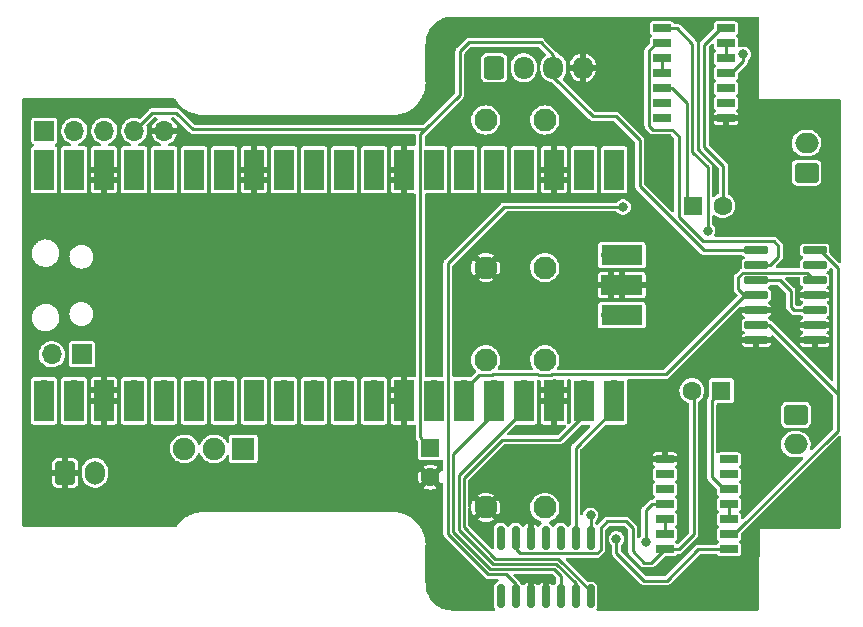
<source format=gbl>
G04 #@! TF.GenerationSoftware,KiCad,Pcbnew,(6.0.0)*
G04 #@! TF.CreationDate,2023-03-30T02:39:52-04:00*
G04 #@! TF.ProjectId,stroboscope_main_0v1,7374726f-626f-4736-936f-70655f6d6169,rev?*
G04 #@! TF.SameCoordinates,Original*
G04 #@! TF.FileFunction,Copper,L2,Bot*
G04 #@! TF.FilePolarity,Positive*
%FSLAX46Y46*%
G04 Gerber Fmt 4.6, Leading zero omitted, Abs format (unit mm)*
G04 Created by KiCad (PCBNEW (6.0.0)) date 2023-03-30 02:39:52*
%MOMM*%
%LPD*%
G01*
G04 APERTURE LIST*
G04 Aperture macros list*
%AMRoundRect*
0 Rectangle with rounded corners*
0 $1 Rounding radius*
0 $2 $3 $4 $5 $6 $7 $8 $9 X,Y pos of 4 corners*
0 Add a 4 corners polygon primitive as box body*
4,1,4,$2,$3,$4,$5,$6,$7,$8,$9,$2,$3,0*
0 Add four circle primitives for the rounded corners*
1,1,$1+$1,$2,$3*
1,1,$1+$1,$4,$5*
1,1,$1+$1,$6,$7*
1,1,$1+$1,$8,$9*
0 Add four rect primitives between the rounded corners*
20,1,$1+$1,$2,$3,$4,$5,0*
20,1,$1+$1,$4,$5,$6,$7,0*
20,1,$1+$1,$6,$7,$8,$9,0*
20,1,$1+$1,$8,$9,$2,$3,0*%
G04 Aperture macros list end*
G04 #@! TA.AperFunction,SMDPad,CuDef*
%ADD10RoundRect,0.150000X0.150000X-0.825000X0.150000X0.825000X-0.150000X0.825000X-0.150000X-0.825000X0*%
G04 #@! TD*
G04 #@! TA.AperFunction,ComponentPad*
%ADD11R,1.600000X1.600000*%
G04 #@! TD*
G04 #@! TA.AperFunction,ComponentPad*
%ADD12C,1.600000*%
G04 #@! TD*
G04 #@! TA.AperFunction,ComponentPad*
%ADD13R,1.700000X1.700000*%
G04 #@! TD*
G04 #@! TA.AperFunction,ComponentPad*
%ADD14O,1.700000X1.700000*%
G04 #@! TD*
G04 #@! TA.AperFunction,ComponentPad*
%ADD15C,1.950000*%
G04 #@! TD*
G04 #@! TA.AperFunction,ComponentPad*
%ADD16R,1.900000X1.900000*%
G04 #@! TD*
G04 #@! TA.AperFunction,ComponentPad*
%ADD17C,1.900000*%
G04 #@! TD*
G04 #@! TA.AperFunction,SMDPad,CuDef*
%ADD18R,1.525000X0.650000*%
G04 #@! TD*
G04 #@! TA.AperFunction,SMDPad,CuDef*
%ADD19RoundRect,0.090000X0.895000X0.210000X-0.895000X0.210000X-0.895000X-0.210000X0.895000X-0.210000X0*%
G04 #@! TD*
G04 #@! TA.AperFunction,ComponentPad*
%ADD20RoundRect,0.250000X-0.600000X-0.750000X0.600000X-0.750000X0.600000X0.750000X-0.600000X0.750000X0*%
G04 #@! TD*
G04 #@! TA.AperFunction,ComponentPad*
%ADD21O,1.700000X2.000000*%
G04 #@! TD*
G04 #@! TA.AperFunction,ComponentPad*
%ADD22RoundRect,0.250000X-0.600000X-0.725000X0.600000X-0.725000X0.600000X0.725000X-0.600000X0.725000X0*%
G04 #@! TD*
G04 #@! TA.AperFunction,ComponentPad*
%ADD23O,1.700000X1.950000*%
G04 #@! TD*
G04 #@! TA.AperFunction,ComponentPad*
%ADD24RoundRect,0.250000X-0.750000X0.600000X-0.750000X-0.600000X0.750000X-0.600000X0.750000X0.600000X0*%
G04 #@! TD*
G04 #@! TA.AperFunction,ComponentPad*
%ADD25O,2.000000X1.700000*%
G04 #@! TD*
G04 #@! TA.AperFunction,ComponentPad*
%ADD26RoundRect,0.250000X0.750000X-0.600000X0.750000X0.600000X-0.750000X0.600000X-0.750000X-0.600000X0*%
G04 #@! TD*
G04 #@! TA.AperFunction,SMDPad,CuDef*
%ADD27R,1.700000X3.500000*%
G04 #@! TD*
G04 #@! TA.AperFunction,SMDPad,CuDef*
%ADD28R,3.500000X1.700000*%
G04 #@! TD*
G04 #@! TA.AperFunction,ViaPad*
%ADD29C,0.800000*%
G04 #@! TD*
G04 #@! TA.AperFunction,Conductor*
%ADD30C,0.250000*%
G04 #@! TD*
G04 APERTURE END LIST*
D10*
X129438400Y-116114600D03*
X128168400Y-116114600D03*
X126898400Y-116114600D03*
X125628400Y-116114600D03*
X124358400Y-116114600D03*
X123088400Y-116114600D03*
X121818400Y-116114600D03*
X121818400Y-111164600D03*
X123088400Y-111164600D03*
X124358400Y-111164600D03*
X125628400Y-111164600D03*
X126898400Y-111164600D03*
X128168400Y-111164600D03*
X129438400Y-111164600D03*
D11*
X138125200Y-83058000D03*
D12*
X140625200Y-83058000D03*
D11*
X140512800Y-98704400D03*
D12*
X138012800Y-98704400D03*
D13*
X86360000Y-95631000D03*
D14*
X83820000Y-95631000D03*
D15*
X125563000Y-75798500D03*
X125563000Y-88298500D03*
X120563000Y-75798500D03*
X120563000Y-88298500D03*
D16*
X100043000Y-103632000D03*
D17*
X97543000Y-103632000D03*
X95043000Y-103632000D03*
D13*
X83185000Y-76708000D03*
D14*
X85725000Y-76708000D03*
X88265000Y-76708000D03*
X90805000Y-76708000D03*
X93345000Y-76708000D03*
D15*
X125563000Y-96098000D03*
X125563000Y-108598000D03*
X120563000Y-96098000D03*
X120563000Y-108598000D03*
D18*
X140888000Y-68021200D03*
X140888000Y-69291200D03*
X140888000Y-70561200D03*
X140888000Y-71831200D03*
X140888000Y-73101200D03*
X140888000Y-74371200D03*
X140888000Y-75641200D03*
X135464000Y-75641200D03*
X135464000Y-74371200D03*
X135464000Y-73101200D03*
X135464000Y-71831200D03*
X135464000Y-70561200D03*
X135464000Y-69291200D03*
X135464000Y-68021200D03*
D19*
X148423400Y-86817200D03*
X148423400Y-88087200D03*
X148423400Y-89357200D03*
X148423400Y-90627200D03*
X148423400Y-91897200D03*
X148423400Y-93167200D03*
X148423400Y-94437200D03*
X143473400Y-94437200D03*
X143473400Y-93167200D03*
X143473400Y-91897200D03*
X143473400Y-90627200D03*
X143473400Y-89357200D03*
X143473400Y-88087200D03*
X143473400Y-86817200D03*
D20*
X84963000Y-105664000D03*
D21*
X87463000Y-105664000D03*
D11*
X115874800Y-103530400D03*
D12*
X115874800Y-106030400D03*
D22*
X121285000Y-71374000D03*
D23*
X123785000Y-71374000D03*
X126285000Y-71374000D03*
X128785000Y-71374000D03*
D24*
X146812000Y-100751000D03*
D25*
X146812000Y-103251000D03*
D26*
X147718000Y-80244000D03*
D25*
X147718000Y-77744000D03*
D18*
X135718000Y-112141000D03*
X135718000Y-110871000D03*
X135718000Y-109601000D03*
X135718000Y-108331000D03*
X135718000Y-107061000D03*
X135718000Y-105791000D03*
X135718000Y-104521000D03*
X141142000Y-104521000D03*
X141142000Y-105791000D03*
X141142000Y-107061000D03*
X141142000Y-108331000D03*
X141142000Y-109601000D03*
X141142000Y-110871000D03*
X141142000Y-112141000D03*
D14*
X83161000Y-80899000D03*
D27*
X83161000Y-79999000D03*
D14*
X85701000Y-80899000D03*
D27*
X85701000Y-79999000D03*
X88241000Y-79999000D03*
D13*
X88241000Y-80899000D03*
D14*
X90781000Y-80899000D03*
D27*
X90781000Y-79999000D03*
D14*
X93321000Y-80899000D03*
D27*
X93321000Y-79999000D03*
D14*
X95861000Y-80899000D03*
D27*
X95861000Y-79999000D03*
X98401000Y-79999000D03*
D14*
X98401000Y-80899000D03*
D13*
X100941000Y-80899000D03*
D27*
X100941000Y-79999000D03*
X103481000Y-79999000D03*
D14*
X103481000Y-80899000D03*
X106021000Y-80899000D03*
D27*
X106021000Y-79999000D03*
X108561000Y-79999000D03*
D14*
X108561000Y-80899000D03*
X111101000Y-80899000D03*
D27*
X111101000Y-79999000D03*
D13*
X113641000Y-80899000D03*
D27*
X113641000Y-79999000D03*
X116181000Y-79999000D03*
D14*
X116181000Y-80899000D03*
X118721000Y-80899000D03*
D27*
X118721000Y-79999000D03*
X121261000Y-79999000D03*
D14*
X121261000Y-80899000D03*
D27*
X123801000Y-79999000D03*
D14*
X123801000Y-80899000D03*
D27*
X126341000Y-79999000D03*
D13*
X126341000Y-80899000D03*
D14*
X128881000Y-80899000D03*
D27*
X128881000Y-79999000D03*
X131421000Y-79999000D03*
D14*
X131421000Y-80899000D03*
D27*
X131421000Y-99579000D03*
D14*
X131421000Y-98679000D03*
D27*
X128881000Y-99579000D03*
D14*
X128881000Y-98679000D03*
D27*
X126341000Y-99579000D03*
D13*
X126341000Y-98679000D03*
D14*
X123801000Y-98679000D03*
D27*
X123801000Y-99579000D03*
X121261000Y-99579000D03*
D14*
X121261000Y-98679000D03*
D27*
X118721000Y-99579000D03*
D14*
X118721000Y-98679000D03*
X116181000Y-98679000D03*
D27*
X116181000Y-99579000D03*
D13*
X113641000Y-98679000D03*
D27*
X113641000Y-99579000D03*
D14*
X111101000Y-98679000D03*
D27*
X111101000Y-99579000D03*
X108561000Y-99579000D03*
D14*
X108561000Y-98679000D03*
X106021000Y-98679000D03*
D27*
X106021000Y-99579000D03*
D14*
X103481000Y-98679000D03*
D27*
X103481000Y-99579000D03*
X100941000Y-99579000D03*
D13*
X100941000Y-98679000D03*
D27*
X98401000Y-99579000D03*
D14*
X98401000Y-98679000D03*
D27*
X95861000Y-99579000D03*
D14*
X95861000Y-98679000D03*
X93321000Y-98679000D03*
D27*
X93321000Y-99579000D03*
X90781000Y-99579000D03*
D14*
X90781000Y-98679000D03*
D27*
X88241000Y-99579000D03*
D13*
X88241000Y-98679000D03*
D27*
X85701000Y-99579000D03*
D14*
X85701000Y-98679000D03*
X83161000Y-98679000D03*
D27*
X83161000Y-99579000D03*
D28*
X132091000Y-87249000D03*
D14*
X131191000Y-87249000D03*
D13*
X131191000Y-89789000D03*
D28*
X132091000Y-89789000D03*
D14*
X131191000Y-92329000D03*
D28*
X132091000Y-92329000D03*
D29*
X132130800Y-115773200D03*
X149047200Y-96164400D03*
X146151600Y-96215200D03*
X146659600Y-108305600D03*
X124968000Y-114655600D03*
X129438400Y-109270800D03*
X132181600Y-83159600D03*
X131622800Y-111252000D03*
X139344400Y-85191600D03*
X139446000Y-111125000D03*
X134112000Y-111556800D03*
X142367000Y-70231000D03*
D30*
X135890000Y-114808000D02*
X138557000Y-112141000D01*
X131622800Y-112445800D02*
X133985000Y-114808000D01*
X133985000Y-114808000D02*
X135890000Y-114808000D01*
X131622800Y-111252000D02*
X131622800Y-112445800D01*
X138557000Y-112141000D02*
X141142000Y-112141000D01*
X134575000Y-113284000D02*
X135718000Y-112141000D01*
X133959600Y-113284000D02*
X134575000Y-113284000D01*
X132994400Y-112318800D02*
X133959600Y-113284000D01*
X132994400Y-110337600D02*
X132994400Y-112318800D01*
X130860800Y-109778800D02*
X132435600Y-109778800D01*
X130302000Y-112166400D02*
X130302000Y-110337600D01*
X123444000Y-112471200D02*
X129997200Y-112471200D01*
X123088400Y-112115600D02*
X123444000Y-112471200D01*
X132435600Y-109778800D02*
X132994400Y-110337600D01*
X123088400Y-111164600D02*
X123088400Y-112115600D01*
X129997200Y-112471200D02*
X130302000Y-112166400D01*
X130302000Y-110337600D02*
X130860800Y-109778800D01*
X120002489Y-97397511D02*
X118721000Y-98679000D01*
X124960013Y-97332800D02*
X121165987Y-97332800D01*
X126101276Y-97397511D02*
X125024724Y-97397511D01*
X126165987Y-97332800D02*
X126101276Y-97397511D01*
X125024724Y-97397511D02*
X124960013Y-97332800D01*
X135788400Y-97332800D02*
X126165987Y-97332800D01*
X142494000Y-90627200D02*
X135788400Y-97332800D01*
X121165987Y-97332800D02*
X121101276Y-97397511D01*
X143473400Y-90627200D02*
X142494000Y-90627200D01*
X121101276Y-97397511D02*
X120002489Y-97397511D01*
X139014200Y-86817200D02*
X143473400Y-86817200D01*
X133604000Y-81407000D02*
X139014200Y-86817200D01*
X133604000Y-77520800D02*
X133604000Y-81407000D01*
X126285000Y-72132200D02*
X129641600Y-75488800D01*
X126285000Y-71374000D02*
X126285000Y-72132200D01*
X129641600Y-75488800D02*
X131572000Y-75488800D01*
X131572000Y-75488800D02*
X133604000Y-77520800D01*
X139344400Y-79781400D02*
X138049000Y-78486000D01*
X139344400Y-85191600D02*
X139344400Y-79781400D01*
X138049000Y-69316600D02*
X136753600Y-68021200D01*
X136753600Y-68021200D02*
X135464000Y-68021200D01*
X138049000Y-78486000D02*
X138049000Y-69316600D01*
X144627600Y-88087200D02*
X143473400Y-88087200D01*
X145338800Y-87376000D02*
X144627600Y-88087200D01*
X145338800Y-86461600D02*
X145338800Y-87376000D01*
X144932400Y-86055200D02*
X145338800Y-86461600D01*
X138938000Y-86055200D02*
X144932400Y-86055200D01*
X136906000Y-84023200D02*
X138938000Y-86055200D01*
X136906000Y-77165200D02*
X136906000Y-84023200D01*
X136347200Y-76606400D02*
X136906000Y-77165200D01*
X134692678Y-76606400D02*
X136347200Y-76606400D01*
X134376989Y-76290711D02*
X134692678Y-76606400D01*
X134376989Y-69911689D02*
X134376989Y-76290711D01*
X134997478Y-69291200D02*
X134376989Y-69911689D01*
X135464000Y-69291200D02*
X134997478Y-69291200D01*
X137566400Y-74371200D02*
X137566400Y-82499200D01*
X137566400Y-82499200D02*
X138125200Y-83058000D01*
X136296400Y-73101200D02*
X137566400Y-74371200D01*
X135464000Y-73101200D02*
X136296400Y-73101200D01*
X150368000Y-98958400D02*
X150368000Y-99618800D01*
X144576800Y-93167200D02*
X150368000Y-98958400D01*
X143473400Y-93167200D02*
X144576800Y-93167200D01*
X120771680Y-114269280D02*
X117355511Y-110853111D01*
X122244880Y-114269280D02*
X120771680Y-114269280D01*
X123088400Y-115112800D02*
X122244880Y-114269280D01*
X122123200Y-83159600D02*
X132181600Y-83159600D01*
X123088400Y-116114600D02*
X123088400Y-115112800D01*
X117355511Y-110853111D02*
X117355511Y-87927289D01*
X117355511Y-87927289D02*
X122123200Y-83159600D01*
X128881000Y-100785800D02*
X128881000Y-98679000D01*
X126796800Y-102870000D02*
X128881000Y-100785800D01*
X118704071Y-106085929D02*
X121920000Y-102870000D01*
X121330274Y-112920720D02*
X118704071Y-110294517D01*
X129438400Y-115670164D02*
X126688956Y-112920720D01*
X121920000Y-102870000D02*
X126796800Y-102870000D01*
X129438400Y-116114600D02*
X129438400Y-115670164D01*
X126688956Y-112920720D02*
X121330274Y-112920720D01*
X118704071Y-110294517D02*
X118704071Y-106085929D01*
X123801000Y-100328600D02*
X123801000Y-98679000D01*
X118254551Y-105875049D02*
X123801000Y-100328600D01*
X118254551Y-110480715D02*
X118254551Y-105875049D01*
X121144076Y-113370240D02*
X118254551Y-110480715D01*
X128168400Y-115035882D02*
X126502758Y-113370240D01*
X126502758Y-113370240D02*
X121144076Y-113370240D01*
X128168400Y-116114600D02*
X128168400Y-115035882D01*
X126898400Y-114401600D02*
X126898400Y-116114600D01*
X126316560Y-113819760D02*
X126898400Y-114401600D01*
X120957878Y-113819760D02*
X126316560Y-113819760D01*
X117805031Y-104038569D02*
X117805031Y-110666913D01*
X121261000Y-100582600D02*
X117805031Y-104038569D01*
X117805031Y-110666913D02*
X120957878Y-113819760D01*
X121261000Y-98679000D02*
X121261000Y-100582600D01*
X129438400Y-109270800D02*
X129438400Y-111164600D01*
X131421000Y-100288022D02*
X131421000Y-98679000D01*
X128168400Y-103540622D02*
X131421000Y-100288022D01*
X128168400Y-111164600D02*
X128168400Y-103540622D01*
X140676000Y-83007200D02*
X140625200Y-83058000D01*
X140676000Y-79665200D02*
X140676000Y-83007200D01*
X140888000Y-68021200D02*
X140450500Y-68021200D01*
X139065000Y-78054200D02*
X140676000Y-79665200D01*
X139065000Y-69406700D02*
X139065000Y-78054200D01*
X140450500Y-68021200D02*
X139065000Y-69406700D01*
X138176000Y-98867600D02*
X138012800Y-98704400D01*
X138176000Y-110871000D02*
X138176000Y-98867600D01*
X136906000Y-112141000D02*
X138176000Y-110871000D01*
X135718000Y-112141000D02*
X136906000Y-112141000D01*
X139700000Y-106056500D02*
X139700000Y-99517200D01*
X140704500Y-107061000D02*
X139700000Y-106056500D01*
X141142000Y-107061000D02*
X140704500Y-107061000D01*
X139700000Y-99517200D02*
X140512800Y-98704400D01*
X142367000Y-70818722D02*
X141354522Y-71831200D01*
X141354522Y-71831200D02*
X140888000Y-71831200D01*
X142367000Y-70231000D02*
X142367000Y-70818722D01*
X135464000Y-70561200D02*
X135464000Y-71831200D01*
X140888000Y-70561200D02*
X140888000Y-69291200D01*
X134620000Y-108331000D02*
X135718000Y-108331000D01*
X134112000Y-111556800D02*
X134112000Y-108839000D01*
X134112000Y-108839000D02*
X134620000Y-108331000D01*
X115006489Y-77017511D02*
X115006489Y-102662089D01*
X115443000Y-76581000D02*
X115006489Y-77017511D01*
X115006489Y-102662089D02*
X115874800Y-103530400D01*
X150368000Y-99618800D02*
X150368000Y-102082500D01*
X150368000Y-88340581D02*
X150368000Y-99618800D01*
X148844619Y-86817200D02*
X150368000Y-88340581D01*
X150368000Y-102082500D02*
X141579500Y-110871000D01*
X148423400Y-86817200D02*
X148844619Y-86817200D01*
X141579500Y-110871000D02*
X141142000Y-110871000D01*
X147788400Y-88722200D02*
X142327400Y-88722200D01*
X146391400Y-90286419D02*
X146391400Y-91643200D01*
X141946400Y-89103200D02*
X141946400Y-90119200D01*
X148423400Y-89357200D02*
X147788400Y-88722200D01*
X146645400Y-91897200D02*
X148423400Y-91897200D01*
X143473400Y-89357200D02*
X145462181Y-89357200D01*
X142454400Y-90627200D02*
X143473400Y-90627200D01*
X141946400Y-90119200D02*
X142454400Y-90627200D01*
X146391400Y-91643200D02*
X146645400Y-91897200D01*
X142327400Y-88722200D02*
X141946400Y-89103200D01*
X145462181Y-89357200D02*
X146391400Y-90286419D01*
X119126000Y-69215000D02*
X125222000Y-69215000D01*
X118364000Y-73660000D02*
X118364000Y-69977000D01*
X126285000Y-70278000D02*
X126285000Y-71374000D01*
X92329000Y-75184000D02*
X94361000Y-75184000D01*
X90805000Y-76708000D02*
X92329000Y-75184000D01*
X118364000Y-69977000D02*
X119126000Y-69215000D01*
X95758000Y-76581000D02*
X115443000Y-76581000D01*
X115443000Y-76581000D02*
X118364000Y-73660000D01*
X125222000Y-69215000D02*
X126285000Y-70278000D01*
X94361000Y-75184000D02*
X95758000Y-76581000D01*
X135718000Y-109601000D02*
X135718000Y-110871000D01*
X141142000Y-109601000D02*
X141142000Y-108331000D01*
G04 #@! TA.AperFunction,Conductor*
G36*
X149834053Y-88347105D02*
G01*
X149854189Y-88363464D01*
X149951595Y-88460870D01*
X149985621Y-88523182D01*
X149988500Y-88549965D01*
X149988500Y-97738016D01*
X149968498Y-97806137D01*
X149914842Y-97852630D01*
X149844568Y-97862734D01*
X149779988Y-97833240D01*
X149773405Y-97827111D01*
X146655077Y-94708783D01*
X147187201Y-94708783D01*
X147189737Y-94728049D01*
X147195069Y-94746343D01*
X147237604Y-94837561D01*
X147250062Y-94855352D01*
X147320248Y-94925538D01*
X147338039Y-94937996D01*
X147429255Y-94980531D01*
X147447552Y-94985863D01*
X147484001Y-94990662D01*
X147492210Y-94991200D01*
X148151285Y-94991200D01*
X148166524Y-94986725D01*
X148167729Y-94985335D01*
X148169400Y-94977652D01*
X148169400Y-94973085D01*
X148677400Y-94973085D01*
X148681875Y-94988324D01*
X148683265Y-94989529D01*
X148690948Y-94991200D01*
X149354590Y-94991200D01*
X149362799Y-94990662D01*
X149399248Y-94985863D01*
X149417545Y-94980531D01*
X149508761Y-94937996D01*
X149526552Y-94925538D01*
X149596738Y-94855352D01*
X149609196Y-94837561D01*
X149651731Y-94746343D01*
X149657063Y-94728049D01*
X149659550Y-94709161D01*
X149657338Y-94694978D01*
X149644182Y-94691200D01*
X148695515Y-94691200D01*
X148680276Y-94695675D01*
X148679071Y-94697065D01*
X148677400Y-94704748D01*
X148677400Y-94973085D01*
X148169400Y-94973085D01*
X148169400Y-94709315D01*
X148164925Y-94694076D01*
X148163535Y-94692871D01*
X148155852Y-94691200D01*
X147203001Y-94691200D01*
X147189230Y-94695244D01*
X147187201Y-94708783D01*
X146655077Y-94708783D01*
X145385077Y-93438783D01*
X147187201Y-93438783D01*
X147189737Y-93458049D01*
X147195069Y-93476343D01*
X147237604Y-93567561D01*
X147250062Y-93585352D01*
X147320248Y-93655538D01*
X147338039Y-93667996D01*
X147380949Y-93688005D01*
X147434234Y-93734922D01*
X147453695Y-93803199D01*
X147433153Y-93871159D01*
X147380949Y-93916395D01*
X147338039Y-93936404D01*
X147320248Y-93948862D01*
X147250062Y-94019048D01*
X147237604Y-94036839D01*
X147195069Y-94128057D01*
X147189737Y-94146351D01*
X147187250Y-94165239D01*
X147189462Y-94179422D01*
X147202618Y-94183200D01*
X149643799Y-94183200D01*
X149657570Y-94179156D01*
X149659599Y-94165617D01*
X149657063Y-94146351D01*
X149651731Y-94128057D01*
X149609196Y-94036839D01*
X149596738Y-94019048D01*
X149526552Y-93948862D01*
X149508761Y-93936404D01*
X149465851Y-93916395D01*
X149412566Y-93869478D01*
X149393105Y-93801201D01*
X149413647Y-93733241D01*
X149465851Y-93688005D01*
X149508761Y-93667996D01*
X149526552Y-93655538D01*
X149596738Y-93585352D01*
X149609196Y-93567561D01*
X149651731Y-93476343D01*
X149657063Y-93458049D01*
X149659550Y-93439161D01*
X149657338Y-93424978D01*
X149644182Y-93421200D01*
X147203001Y-93421200D01*
X147189230Y-93425244D01*
X147187201Y-93438783D01*
X145385077Y-93438783D01*
X144883278Y-92936984D01*
X144868136Y-92918236D01*
X144867021Y-92917011D01*
X144861371Y-92908260D01*
X144853193Y-92901813D01*
X144853191Y-92901811D01*
X144835000Y-92887471D01*
X144830559Y-92883525D01*
X144830497Y-92883598D01*
X144826533Y-92880239D01*
X144822856Y-92876562D01*
X144807108Y-92865308D01*
X144802438Y-92861802D01*
X144762153Y-92830044D01*
X144753519Y-92827012D01*
X144746066Y-92821686D01*
X144736088Y-92818702D01*
X144736086Y-92818701D01*
X144727525Y-92816141D01*
X144667991Y-92777459D01*
X144660415Y-92767696D01*
X144659610Y-92766546D01*
X144654951Y-92756555D01*
X144569045Y-92670649D01*
X144559054Y-92665990D01*
X144559051Y-92665988D01*
X144516442Y-92646120D01*
X144463157Y-92599204D01*
X144443695Y-92530927D01*
X144464236Y-92462967D01*
X144516441Y-92417730D01*
X144558761Y-92397996D01*
X144576552Y-92385538D01*
X144646738Y-92315352D01*
X144659196Y-92297561D01*
X144701731Y-92206343D01*
X144707063Y-92188049D01*
X144709550Y-92169161D01*
X144707338Y-92154978D01*
X144694182Y-92151200D01*
X142253001Y-92151200D01*
X142239230Y-92155244D01*
X142237201Y-92168783D01*
X142239737Y-92188049D01*
X142245069Y-92206343D01*
X142287604Y-92297561D01*
X142300062Y-92315352D01*
X142370248Y-92385538D01*
X142388039Y-92397996D01*
X142430359Y-92417730D01*
X142483644Y-92464647D01*
X142503105Y-92532925D01*
X142482563Y-92600885D01*
X142430358Y-92646120D01*
X142387749Y-92665988D01*
X142387746Y-92665990D01*
X142377755Y-92670649D01*
X142291849Y-92756555D01*
X142287190Y-92766547D01*
X142287189Y-92766548D01*
X142254758Y-92836098D01*
X142240506Y-92866661D01*
X142239248Y-92876214D01*
X142239248Y-92876215D01*
X142236718Y-92895431D01*
X142233900Y-92916837D01*
X142233901Y-93417562D01*
X142234438Y-93421645D01*
X142234439Y-93421653D01*
X142236392Y-93436485D01*
X142240506Y-93467739D01*
X142244580Y-93476475D01*
X142244580Y-93476476D01*
X142287054Y-93567561D01*
X142291849Y-93577845D01*
X142377755Y-93663751D01*
X142387746Y-93668410D01*
X142387749Y-93668412D01*
X142430358Y-93688280D01*
X142483643Y-93735196D01*
X142503105Y-93803473D01*
X142482564Y-93871433D01*
X142430359Y-93916670D01*
X142388039Y-93936404D01*
X142370248Y-93948862D01*
X142300062Y-94019048D01*
X142287604Y-94036839D01*
X142245069Y-94128057D01*
X142239737Y-94146351D01*
X142237250Y-94165239D01*
X142239462Y-94179422D01*
X142252618Y-94183200D01*
X144693799Y-94183200D01*
X144707570Y-94179156D01*
X144709599Y-94165618D01*
X144708179Y-94154831D01*
X144719118Y-94084683D01*
X144766246Y-94031584D01*
X144834600Y-94012394D01*
X144902478Y-94033205D01*
X144922196Y-94049290D01*
X149951595Y-99078689D01*
X149985621Y-99141001D01*
X149988500Y-99167784D01*
X149988500Y-101873116D01*
X149968498Y-101941237D01*
X149951595Y-101962211D01*
X148236631Y-103677175D01*
X148174319Y-103711201D01*
X148103504Y-103706136D01*
X148046668Y-103663589D01*
X148021857Y-103597069D01*
X148028509Y-103546746D01*
X148037989Y-103519448D01*
X148037991Y-103519439D01*
X148039957Y-103513778D01*
X148044062Y-103485471D01*
X148069338Y-103311140D01*
X148069338Y-103311137D01*
X148070199Y-103305200D01*
X148060455Y-103094667D01*
X148053254Y-103064784D01*
X148012482Y-102895607D01*
X148012481Y-102895605D01*
X148011076Y-102889774D01*
X147968388Y-102795886D01*
X147951657Y-102759090D01*
X147923843Y-102697916D01*
X147801904Y-102526014D01*
X147649660Y-102380272D01*
X147497445Y-102281988D01*
X147477640Y-102269200D01*
X147477637Y-102269199D01*
X147472603Y-102265948D01*
X147277122Y-102187166D01*
X147142739Y-102160923D01*
X147074717Y-102147639D01*
X147074714Y-102147639D01*
X147070271Y-102146771D01*
X147064730Y-102146500D01*
X146609341Y-102146500D01*
X146452194Y-102161493D01*
X146249958Y-102220823D01*
X146244619Y-102223573D01*
X146067921Y-102314578D01*
X146067918Y-102314580D01*
X146062590Y-102317324D01*
X146057875Y-102321028D01*
X145901568Y-102443808D01*
X145901564Y-102443812D01*
X145896851Y-102447514D01*
X145892920Y-102452044D01*
X145892919Y-102452045D01*
X145762650Y-102602165D01*
X145762646Y-102602170D01*
X145758719Y-102606696D01*
X145653181Y-102789126D01*
X145584043Y-102988222D01*
X145583183Y-102994155D01*
X145583182Y-102994158D01*
X145555046Y-103188215D01*
X145553801Y-103196800D01*
X145563545Y-103407333D01*
X145564949Y-103413158D01*
X145597621Y-103548726D01*
X145612924Y-103612226D01*
X145615406Y-103617684D01*
X145615407Y-103617688D01*
X145657925Y-103711201D01*
X145700157Y-103804084D01*
X145764864Y-103895304D01*
X145812999Y-103963161D01*
X145822096Y-103975986D01*
X145826423Y-103980128D01*
X145960913Y-104108874D01*
X145974340Y-104121728D01*
X145979375Y-104124979D01*
X146146360Y-104232800D01*
X146146363Y-104232801D01*
X146151397Y-104236052D01*
X146346878Y-104314834D01*
X146469688Y-104338817D01*
X146549283Y-104354361D01*
X146549286Y-104354361D01*
X146553729Y-104355229D01*
X146559270Y-104355500D01*
X147014659Y-104355500D01*
X147171806Y-104340507D01*
X147266523Y-104312720D01*
X147337519Y-104312736D01*
X147397236Y-104351134D01*
X147426714Y-104415722D01*
X147416593Y-104485993D01*
X147391087Y-104522719D01*
X142374094Y-109539712D01*
X142311782Y-109573738D01*
X142240967Y-109568673D01*
X142184131Y-109526126D01*
X142159320Y-109459606D01*
X142158999Y-109450617D01*
X142158999Y-109250934D01*
X142151355Y-109212501D01*
X142146656Y-109188874D01*
X142146655Y-109188872D01*
X142144234Y-109176699D01*
X142107066Y-109121073D01*
X142094877Y-109102832D01*
X142087984Y-109092516D01*
X142055430Y-109070764D01*
X142009904Y-109016287D01*
X142001057Y-108945844D01*
X142031698Y-108881800D01*
X142055428Y-108861237D01*
X142087984Y-108839484D01*
X142144234Y-108755301D01*
X142159000Y-108681067D01*
X142158999Y-107980934D01*
X142144234Y-107906699D01*
X142087984Y-107822516D01*
X142055430Y-107800764D01*
X142009904Y-107746287D01*
X142001057Y-107675844D01*
X142031698Y-107611800D01*
X142055428Y-107591237D01*
X142087984Y-107569484D01*
X142144234Y-107485301D01*
X142159000Y-107411067D01*
X142158999Y-106710934D01*
X142150003Y-106665704D01*
X142146656Y-106648874D01*
X142146655Y-106648872D01*
X142144234Y-106636699D01*
X142087984Y-106552516D01*
X142055430Y-106530764D01*
X142009904Y-106476287D01*
X142001057Y-106405844D01*
X142031698Y-106341800D01*
X142055428Y-106321237D01*
X142087984Y-106299484D01*
X142144234Y-106215301D01*
X142159000Y-106141067D01*
X142158999Y-105440934D01*
X142150152Y-105396452D01*
X142146656Y-105378874D01*
X142146655Y-105378872D01*
X142144234Y-105366699D01*
X142087984Y-105282516D01*
X142055430Y-105260764D01*
X142009904Y-105206287D01*
X142001057Y-105135844D01*
X142031698Y-105071800D01*
X142055428Y-105051237D01*
X142087984Y-105029484D01*
X142144234Y-104945301D01*
X142159000Y-104871067D01*
X142158999Y-104170934D01*
X142149212Y-104121728D01*
X142146656Y-104108874D01*
X142146655Y-104108872D01*
X142144234Y-104096699D01*
X142087984Y-104012516D01*
X142003801Y-103956266D01*
X141929567Y-103941500D01*
X141142128Y-103941500D01*
X140354434Y-103941501D01*
X140318682Y-103948612D01*
X140292374Y-103953844D01*
X140292372Y-103953845D01*
X140280199Y-103956266D01*
X140269879Y-103963162D01*
X140258413Y-103967911D01*
X140257256Y-103965118D01*
X140207741Y-103980619D01*
X140139275Y-103961832D01*
X140091835Y-103909011D01*
X140079500Y-103854639D01*
X140079500Y-101398756D01*
X145557500Y-101398756D01*
X145564202Y-101460448D01*
X145614929Y-101595764D01*
X145620309Y-101602943D01*
X145620311Y-101602946D01*
X145660940Y-101657157D01*
X145701596Y-101711404D01*
X145708776Y-101716785D01*
X145810054Y-101792689D01*
X145810057Y-101792691D01*
X145817236Y-101798071D01*
X145906954Y-101831704D01*
X145945157Y-101846026D01*
X145945159Y-101846026D01*
X145952552Y-101848798D01*
X145960402Y-101849651D01*
X145960403Y-101849651D01*
X146010847Y-101855131D01*
X146014244Y-101855500D01*
X147609756Y-101855500D01*
X147613153Y-101855131D01*
X147663597Y-101849651D01*
X147663598Y-101849651D01*
X147671448Y-101848798D01*
X147678841Y-101846026D01*
X147678843Y-101846026D01*
X147717046Y-101831704D01*
X147806764Y-101798071D01*
X147813943Y-101792691D01*
X147813946Y-101792689D01*
X147915224Y-101716785D01*
X147922404Y-101711404D01*
X147963060Y-101657157D01*
X148003689Y-101602946D01*
X148003691Y-101602943D01*
X148009071Y-101595764D01*
X148059798Y-101460448D01*
X148066500Y-101398756D01*
X148066500Y-100103244D01*
X148059798Y-100041552D01*
X148009071Y-99906236D01*
X148003691Y-99899057D01*
X148003689Y-99899054D01*
X147927785Y-99797776D01*
X147922404Y-99790596D01*
X147874532Y-99754718D01*
X147813946Y-99709311D01*
X147813943Y-99709309D01*
X147806764Y-99703929D01*
X147717046Y-99670296D01*
X147678843Y-99655974D01*
X147678841Y-99655974D01*
X147671448Y-99653202D01*
X147663598Y-99652349D01*
X147663597Y-99652349D01*
X147613153Y-99646869D01*
X147613152Y-99646869D01*
X147609756Y-99646500D01*
X146014244Y-99646500D01*
X146010848Y-99646869D01*
X146010847Y-99646869D01*
X145960403Y-99652349D01*
X145960402Y-99652349D01*
X145952552Y-99653202D01*
X145945159Y-99655974D01*
X145945157Y-99655974D01*
X145906954Y-99670296D01*
X145817236Y-99703929D01*
X145810057Y-99709309D01*
X145810054Y-99709311D01*
X145749468Y-99754718D01*
X145701596Y-99790596D01*
X145696215Y-99797776D01*
X145620311Y-99899054D01*
X145620309Y-99899057D01*
X145614929Y-99906236D01*
X145564202Y-100041552D01*
X145557500Y-100103244D01*
X145557500Y-101398756D01*
X140079500Y-101398756D01*
X140079500Y-99884900D01*
X140099502Y-99816779D01*
X140153158Y-99770286D01*
X140205500Y-99758900D01*
X141278950Y-99758899D01*
X141337866Y-99758899D01*
X141373618Y-99751788D01*
X141399926Y-99746556D01*
X141399928Y-99746555D01*
X141412101Y-99744134D01*
X141422421Y-99737239D01*
X141422422Y-99737238D01*
X141485968Y-99694777D01*
X141496284Y-99687884D01*
X141552534Y-99603701D01*
X141567300Y-99529467D01*
X141567299Y-97879334D01*
X141558131Y-97833240D01*
X141554956Y-97817274D01*
X141554955Y-97817272D01*
X141552534Y-97805099D01*
X141539745Y-97785958D01*
X141503177Y-97731232D01*
X141496284Y-97720916D01*
X141412101Y-97664666D01*
X141337867Y-97649900D01*
X140512934Y-97649900D01*
X139687734Y-97649901D01*
X139651982Y-97657012D01*
X139625674Y-97662244D01*
X139625672Y-97662245D01*
X139613499Y-97664666D01*
X139603179Y-97671561D01*
X139603178Y-97671562D01*
X139548206Y-97708294D01*
X139529316Y-97720916D01*
X139473066Y-97805099D01*
X139458300Y-97879333D01*
X139458300Y-97885520D01*
X139458301Y-99167067D01*
X139438299Y-99235188D01*
X139431260Y-99245061D01*
X139420265Y-99259008D01*
X139416325Y-99263441D01*
X139416398Y-99263503D01*
X139413039Y-99267467D01*
X139409362Y-99271144D01*
X139398108Y-99286892D01*
X139394602Y-99291562D01*
X139362844Y-99331847D01*
X139359812Y-99340481D01*
X139354486Y-99347934D01*
X139351501Y-99357915D01*
X139339799Y-99397044D01*
X139337964Y-99402692D01*
X139320982Y-99451051D01*
X139320500Y-99456616D01*
X139320500Y-99459324D01*
X139320386Y-99461958D01*
X139320357Y-99462056D01*
X139320193Y-99462049D01*
X139320149Y-99462753D01*
X139318287Y-99468978D01*
X139318696Y-99479383D01*
X139320403Y-99522835D01*
X139320500Y-99527782D01*
X139320500Y-106002580D01*
X139317951Y-106026528D01*
X139317872Y-106028193D01*
X139315680Y-106038376D01*
X139316904Y-106048717D01*
X139319627Y-106071723D01*
X139319977Y-106077654D01*
X139320072Y-106077646D01*
X139320500Y-106082824D01*
X139320500Y-106088024D01*
X139321354Y-106093153D01*
X139321354Y-106093156D01*
X139323669Y-106107065D01*
X139324506Y-106112943D01*
X139327835Y-106141067D01*
X139330530Y-106163841D01*
X139334493Y-106172093D01*
X139335996Y-106181126D01*
X139340943Y-106190295D01*
X139340944Y-106190297D01*
X139360334Y-106226232D01*
X139363031Y-106231525D01*
X139381785Y-106270582D01*
X139381788Y-106270586D01*
X139385219Y-106277732D01*
X139388814Y-106282008D01*
X139390737Y-106283931D01*
X139392509Y-106285863D01*
X139392552Y-106285942D01*
X139392428Y-106286055D01*
X139392904Y-106286595D01*
X139395990Y-106292314D01*
X139403635Y-106299381D01*
X139435586Y-106328916D01*
X139439152Y-106332346D01*
X140088095Y-106981289D01*
X140122121Y-107043601D01*
X140125000Y-107070384D01*
X140125001Y-107411066D01*
X140139766Y-107485301D01*
X140196016Y-107569484D01*
X140228570Y-107591236D01*
X140274096Y-107645713D01*
X140282943Y-107716156D01*
X140252302Y-107780200D01*
X140228572Y-107800763D01*
X140196016Y-107822516D01*
X140139766Y-107906699D01*
X140125000Y-107980933D01*
X140125001Y-108681066D01*
X140132112Y-108716818D01*
X140135622Y-108734464D01*
X140139766Y-108755301D01*
X140146661Y-108765620D01*
X140146662Y-108765622D01*
X140158841Y-108783849D01*
X140196016Y-108839484D01*
X140228570Y-108861236D01*
X140274096Y-108915713D01*
X140282943Y-108986156D01*
X140252302Y-109050200D01*
X140228572Y-109070763D01*
X140196016Y-109092516D01*
X140139766Y-109176699D01*
X140125000Y-109250933D01*
X140125001Y-109951066D01*
X140127803Y-109965152D01*
X140137316Y-110012982D01*
X140139766Y-110025301D01*
X140146661Y-110035620D01*
X140146662Y-110035622D01*
X140164123Y-110061754D01*
X140196016Y-110109484D01*
X140228570Y-110131236D01*
X140274096Y-110185713D01*
X140282943Y-110256156D01*
X140252302Y-110320200D01*
X140228572Y-110340763D01*
X140196016Y-110362516D01*
X140139766Y-110446699D01*
X140125000Y-110520933D01*
X140125001Y-111221066D01*
X140139766Y-111295301D01*
X140196016Y-111379484D01*
X140228570Y-111401236D01*
X140274096Y-111455713D01*
X140282943Y-111526156D01*
X140252302Y-111590200D01*
X140228572Y-111610763D01*
X140196016Y-111632516D01*
X140158997Y-111687919D01*
X140147248Y-111705502D01*
X140092771Y-111751030D01*
X140042483Y-111761500D01*
X138610925Y-111761500D01*
X138586967Y-111758950D01*
X138585308Y-111758872D01*
X138575124Y-111756679D01*
X138564782Y-111757903D01*
X138564779Y-111757903D01*
X138541779Y-111760626D01*
X138535848Y-111760976D01*
X138535856Y-111761072D01*
X138530680Y-111761500D01*
X138525476Y-111761500D01*
X138506412Y-111764673D01*
X138500566Y-111765504D01*
X138489117Y-111766859D01*
X138449659Y-111771530D01*
X138441407Y-111775493D01*
X138432374Y-111776996D01*
X138423205Y-111781943D01*
X138423203Y-111781944D01*
X138410788Y-111788643D01*
X138391657Y-111798966D01*
X138387255Y-111801341D01*
X138382002Y-111804018D01*
X138335769Y-111826219D01*
X138331493Y-111829813D01*
X138329553Y-111831753D01*
X138327641Y-111833507D01*
X138327552Y-111833555D01*
X138327440Y-111833432D01*
X138326904Y-111833905D01*
X138321186Y-111836990D01*
X138286583Y-111874424D01*
X138284584Y-111876586D01*
X138281154Y-111880152D01*
X135769711Y-114391595D01*
X135707399Y-114425621D01*
X135680616Y-114428500D01*
X134194384Y-114428500D01*
X134126263Y-114408498D01*
X134105289Y-114391595D01*
X132039205Y-112325511D01*
X132005179Y-112263199D01*
X132002300Y-112236416D01*
X132002300Y-111846730D01*
X132022302Y-111778609D01*
X132046469Y-111750919D01*
X132102336Y-111703204D01*
X132108114Y-111698269D01*
X132200555Y-111569624D01*
X132259642Y-111422641D01*
X132281962Y-111265807D01*
X132282107Y-111252000D01*
X132281290Y-111245244D01*
X132271941Y-111167994D01*
X132263076Y-111094733D01*
X132207080Y-110946546D01*
X132188301Y-110919222D01*
X132121655Y-110822251D01*
X132121654Y-110822249D01*
X132117353Y-110815992D01*
X131999075Y-110710611D01*
X131991689Y-110706700D01*
X131865788Y-110640039D01*
X131865789Y-110640039D01*
X131859074Y-110636484D01*
X131705433Y-110597892D01*
X131697834Y-110597852D01*
X131697833Y-110597852D01*
X131631981Y-110597507D01*
X131547021Y-110597062D01*
X131539641Y-110598834D01*
X131539639Y-110598834D01*
X131400363Y-110632271D01*
X131400360Y-110632272D01*
X131392984Y-110634043D01*
X131252214Y-110706700D01*
X131132839Y-110810838D01*
X131041750Y-110940444D01*
X131023087Y-110988312D01*
X130992333Y-111067193D01*
X130984206Y-111088037D01*
X130983214Y-111095570D01*
X130983214Y-111095571D01*
X130965894Y-111227135D01*
X130963529Y-111245096D01*
X130967728Y-111283126D01*
X130979127Y-111386375D01*
X130980913Y-111402553D01*
X130983523Y-111409684D01*
X130983523Y-111409686D01*
X131026145Y-111526156D01*
X131035353Y-111551319D01*
X131039589Y-111557622D01*
X131039589Y-111557623D01*
X131103089Y-111652120D01*
X131123708Y-111682805D01*
X131129327Y-111687918D01*
X131129328Y-111687919D01*
X131202099Y-111754135D01*
X131239022Y-111814775D01*
X131243300Y-111847329D01*
X131243300Y-112391880D01*
X131240751Y-112415828D01*
X131240672Y-112417493D01*
X131238480Y-112427676D01*
X131239704Y-112438017D01*
X131242427Y-112461023D01*
X131242777Y-112466954D01*
X131242872Y-112466946D01*
X131243300Y-112472124D01*
X131243300Y-112477324D01*
X131244154Y-112482453D01*
X131244154Y-112482456D01*
X131246469Y-112496365D01*
X131247306Y-112502243D01*
X131251779Y-112540032D01*
X131253330Y-112553141D01*
X131257293Y-112561393D01*
X131258796Y-112570426D01*
X131263743Y-112579595D01*
X131263744Y-112579597D01*
X131283134Y-112615532D01*
X131285831Y-112620825D01*
X131304585Y-112659882D01*
X131304588Y-112659886D01*
X131308019Y-112667032D01*
X131311614Y-112671308D01*
X131313537Y-112673231D01*
X131315309Y-112675163D01*
X131315352Y-112675242D01*
X131315228Y-112675355D01*
X131315704Y-112675895D01*
X131318790Y-112681614D01*
X131326435Y-112688681D01*
X131358386Y-112718216D01*
X131361952Y-112721646D01*
X133678522Y-115038216D01*
X133693664Y-115056964D01*
X133694779Y-115058189D01*
X133700429Y-115066940D01*
X133708607Y-115073387D01*
X133708609Y-115073389D01*
X133726800Y-115087729D01*
X133731244Y-115091678D01*
X133731306Y-115091604D01*
X133735263Y-115094957D01*
X133738944Y-115098638D01*
X133754654Y-115109865D01*
X133759380Y-115113413D01*
X133799647Y-115145156D01*
X133808284Y-115148189D01*
X133815734Y-115153513D01*
X133825710Y-115156497D01*
X133825711Y-115156497D01*
X133841046Y-115161083D01*
X133864849Y-115168202D01*
X133870486Y-115170034D01*
X133911199Y-115184331D01*
X133918851Y-115187018D01*
X133924416Y-115187500D01*
X133927124Y-115187500D01*
X133929758Y-115187614D01*
X133929856Y-115187643D01*
X133929849Y-115187807D01*
X133930553Y-115187851D01*
X133936778Y-115189713D01*
X133990635Y-115187597D01*
X133995582Y-115187500D01*
X135836080Y-115187500D01*
X135860028Y-115190049D01*
X135861693Y-115190128D01*
X135871876Y-115192320D01*
X135882217Y-115191096D01*
X135905223Y-115188373D01*
X135911154Y-115188023D01*
X135911146Y-115187928D01*
X135916324Y-115187500D01*
X135921524Y-115187500D01*
X135926653Y-115186646D01*
X135926656Y-115186646D01*
X135940565Y-115184331D01*
X135946443Y-115183494D01*
X135987001Y-115178694D01*
X135987002Y-115178694D01*
X135997341Y-115177470D01*
X136005593Y-115173507D01*
X136014626Y-115172004D01*
X136023795Y-115167057D01*
X136023797Y-115167056D01*
X136059732Y-115147666D01*
X136065025Y-115144969D01*
X136104082Y-115126215D01*
X136104086Y-115126212D01*
X136111232Y-115122781D01*
X136115508Y-115119186D01*
X136117431Y-115117263D01*
X136119363Y-115115491D01*
X136119442Y-115115448D01*
X136119555Y-115115572D01*
X136120095Y-115115096D01*
X136125814Y-115112010D01*
X136162417Y-115072413D01*
X136165846Y-115068848D01*
X138677289Y-112557405D01*
X138739601Y-112523379D01*
X138766384Y-112520500D01*
X140042483Y-112520500D01*
X140110604Y-112540502D01*
X140147247Y-112576497D01*
X140196016Y-112649484D01*
X140280199Y-112705734D01*
X140354433Y-112720500D01*
X141141872Y-112720500D01*
X141929566Y-112720499D01*
X141965318Y-112713388D01*
X141991626Y-112708156D01*
X141991628Y-112708155D01*
X142003801Y-112705734D01*
X142014121Y-112698839D01*
X142014122Y-112698838D01*
X142077668Y-112656377D01*
X142087984Y-112649484D01*
X142144234Y-112565301D01*
X142159000Y-112491067D01*
X142158999Y-111790934D01*
X142144234Y-111716699D01*
X142136753Y-111705502D01*
X142094877Y-111642832D01*
X142087984Y-111632516D01*
X142055430Y-111610764D01*
X142009904Y-111556287D01*
X142001057Y-111485844D01*
X142031698Y-111421800D01*
X142055428Y-111401237D01*
X142087984Y-111379484D01*
X142144234Y-111295301D01*
X142159000Y-111221067D01*
X142158999Y-110880385D01*
X142179001Y-110812265D01*
X142195904Y-110791290D01*
X150424956Y-102562238D01*
X150487268Y-102528212D01*
X150558083Y-102533277D01*
X150614919Y-102575824D01*
X150639730Y-102642344D01*
X150640051Y-102651333D01*
X150640051Y-110262400D01*
X150620049Y-110330521D01*
X150566393Y-110377014D01*
X150514051Y-110388400D01*
X143764000Y-110388400D01*
X143763913Y-110401737D01*
X143763913Y-110401739D01*
X143732381Y-115257766D01*
X143720432Y-117097956D01*
X143719738Y-117204767D01*
X143699294Y-117272757D01*
X143645338Y-117318900D01*
X143593741Y-117329949D01*
X130049101Y-117329949D01*
X129980980Y-117309947D01*
X129934487Y-117256291D01*
X129924383Y-117186017D01*
X129936835Y-117146745D01*
X129973396Y-117074991D01*
X129973396Y-117074990D01*
X129977898Y-117066155D01*
X129992900Y-116971434D01*
X129992900Y-115257766D01*
X129977898Y-115163045D01*
X129919726Y-115048877D01*
X129829123Y-114958274D01*
X129714955Y-114900102D01*
X129620234Y-114885100D01*
X129256566Y-114885100D01*
X129252836Y-114885691D01*
X129183676Y-114871164D01*
X129154172Y-114849242D01*
X127370725Y-113065795D01*
X127336699Y-113003483D01*
X127341764Y-112932668D01*
X127384311Y-112875832D01*
X127450831Y-112851021D01*
X127459820Y-112850700D01*
X129943280Y-112850700D01*
X129967228Y-112853249D01*
X129968893Y-112853328D01*
X129979076Y-112855520D01*
X129989417Y-112854296D01*
X130012423Y-112851573D01*
X130018354Y-112851223D01*
X130018346Y-112851128D01*
X130023524Y-112850700D01*
X130028724Y-112850700D01*
X130033853Y-112849846D01*
X130033856Y-112849846D01*
X130047765Y-112847531D01*
X130053643Y-112846694D01*
X130094201Y-112841894D01*
X130094202Y-112841894D01*
X130104541Y-112840670D01*
X130112793Y-112836707D01*
X130121826Y-112835204D01*
X130130995Y-112830257D01*
X130130997Y-112830256D01*
X130166932Y-112810866D01*
X130172225Y-112808169D01*
X130211282Y-112789415D01*
X130211286Y-112789412D01*
X130218432Y-112785981D01*
X130222708Y-112782386D01*
X130224631Y-112780463D01*
X130226563Y-112778691D01*
X130226642Y-112778648D01*
X130226755Y-112778772D01*
X130227295Y-112778296D01*
X130233014Y-112775210D01*
X130269617Y-112735613D01*
X130273046Y-112732048D01*
X130532216Y-112472878D01*
X130550964Y-112457736D01*
X130552189Y-112456621D01*
X130560940Y-112450971D01*
X130567387Y-112442793D01*
X130567389Y-112442791D01*
X130581729Y-112424600D01*
X130585678Y-112420156D01*
X130585604Y-112420094D01*
X130588957Y-112416137D01*
X130592638Y-112412456D01*
X130603865Y-112396746D01*
X130607421Y-112392009D01*
X130632708Y-112359932D01*
X130639156Y-112351753D01*
X130642189Y-112343116D01*
X130647513Y-112335666D01*
X130662202Y-112286551D01*
X130664034Y-112280914D01*
X130678390Y-112240033D01*
X130678390Y-112240032D01*
X130681018Y-112232549D01*
X130681500Y-112226984D01*
X130681500Y-112224276D01*
X130681614Y-112221642D01*
X130681643Y-112221544D01*
X130681807Y-112221551D01*
X130681851Y-112220847D01*
X130683713Y-112214622D01*
X130681597Y-112160765D01*
X130681500Y-112155818D01*
X130681500Y-110546984D01*
X130701502Y-110478863D01*
X130718405Y-110457889D01*
X130981089Y-110195205D01*
X131043401Y-110161179D01*
X131070184Y-110158300D01*
X132226216Y-110158300D01*
X132294337Y-110178302D01*
X132315311Y-110195205D01*
X132577995Y-110457889D01*
X132612021Y-110520201D01*
X132614900Y-110546984D01*
X132614900Y-112264880D01*
X132612351Y-112288828D01*
X132612272Y-112290493D01*
X132610080Y-112300676D01*
X132613041Y-112325689D01*
X132614027Y-112334023D01*
X132614377Y-112339954D01*
X132614472Y-112339946D01*
X132614900Y-112345124D01*
X132614900Y-112350324D01*
X132615754Y-112355453D01*
X132615754Y-112355456D01*
X132618069Y-112369365D01*
X132618906Y-112375243D01*
X132621453Y-112396759D01*
X132624930Y-112426141D01*
X132628893Y-112434393D01*
X132630396Y-112443426D01*
X132635343Y-112452595D01*
X132635344Y-112452597D01*
X132654734Y-112488532D01*
X132657431Y-112493825D01*
X132676185Y-112532882D01*
X132676188Y-112532886D01*
X132679619Y-112540032D01*
X132683214Y-112544308D01*
X132685137Y-112546231D01*
X132686909Y-112548163D01*
X132686952Y-112548242D01*
X132686828Y-112548355D01*
X132687304Y-112548895D01*
X132690390Y-112554614D01*
X132698035Y-112561681D01*
X132729986Y-112591216D01*
X132733552Y-112594646D01*
X133653122Y-113514216D01*
X133668264Y-113532964D01*
X133669379Y-113534189D01*
X133675029Y-113542940D01*
X133683207Y-113549387D01*
X133683209Y-113549389D01*
X133701400Y-113563729D01*
X133705841Y-113567675D01*
X133705903Y-113567602D01*
X133709867Y-113570961D01*
X133713544Y-113574638D01*
X133729292Y-113585892D01*
X133733962Y-113589398D01*
X133774247Y-113621156D01*
X133782881Y-113624188D01*
X133790334Y-113629514D01*
X133839450Y-113644203D01*
X133845092Y-113646036D01*
X133885799Y-113660331D01*
X133893451Y-113663018D01*
X133899016Y-113663500D01*
X133901724Y-113663500D01*
X133904358Y-113663614D01*
X133904456Y-113663643D01*
X133904449Y-113663807D01*
X133905153Y-113663851D01*
X133911378Y-113665713D01*
X133965235Y-113663597D01*
X133970182Y-113663500D01*
X134521080Y-113663500D01*
X134545028Y-113666049D01*
X134546693Y-113666128D01*
X134556876Y-113668320D01*
X134567217Y-113667096D01*
X134590223Y-113664373D01*
X134596154Y-113664023D01*
X134596146Y-113663928D01*
X134601324Y-113663500D01*
X134606524Y-113663500D01*
X134611653Y-113662646D01*
X134611656Y-113662646D01*
X134625565Y-113660331D01*
X134631443Y-113659494D01*
X134672001Y-113654694D01*
X134672002Y-113654694D01*
X134682341Y-113653470D01*
X134690593Y-113649507D01*
X134699626Y-113648004D01*
X134708795Y-113643057D01*
X134708797Y-113643056D01*
X134744732Y-113623666D01*
X134750025Y-113620969D01*
X134789082Y-113602215D01*
X134789086Y-113602212D01*
X134796232Y-113598781D01*
X134800508Y-113595186D01*
X134802431Y-113593263D01*
X134804363Y-113591491D01*
X134804442Y-113591448D01*
X134804555Y-113591572D01*
X134805095Y-113591096D01*
X134810814Y-113588010D01*
X134847417Y-113548413D01*
X134850846Y-113544848D01*
X135638289Y-112757405D01*
X135700601Y-112723379D01*
X135727384Y-112720500D01*
X136417535Y-112720499D01*
X136505566Y-112720499D01*
X136541318Y-112713388D01*
X136567626Y-112708156D01*
X136567628Y-112708155D01*
X136579801Y-112705734D01*
X136590121Y-112698839D01*
X136590122Y-112698838D01*
X136653668Y-112656377D01*
X136663984Y-112649484D01*
X136712753Y-112576497D01*
X136767229Y-112530970D01*
X136817517Y-112520500D01*
X136852080Y-112520500D01*
X136876028Y-112523049D01*
X136877693Y-112523128D01*
X136887876Y-112525320D01*
X136898217Y-112524096D01*
X136921223Y-112521373D01*
X136927154Y-112521023D01*
X136927146Y-112520928D01*
X136932324Y-112520500D01*
X136937524Y-112520500D01*
X136942653Y-112519646D01*
X136942656Y-112519646D01*
X136956565Y-112517331D01*
X136962443Y-112516494D01*
X137003001Y-112511694D01*
X137003002Y-112511694D01*
X137013341Y-112510470D01*
X137021593Y-112506507D01*
X137030626Y-112505004D01*
X137039795Y-112500057D01*
X137039797Y-112500056D01*
X137075732Y-112480666D01*
X137081025Y-112477969D01*
X137120082Y-112459215D01*
X137120086Y-112459212D01*
X137127232Y-112455781D01*
X137131508Y-112452186D01*
X137133431Y-112450263D01*
X137135363Y-112448491D01*
X137135442Y-112448448D01*
X137135555Y-112448572D01*
X137136095Y-112448096D01*
X137141814Y-112445010D01*
X137178417Y-112405413D01*
X137181846Y-112401848D01*
X138406216Y-111177478D01*
X138424964Y-111162336D01*
X138426189Y-111161221D01*
X138434940Y-111155571D01*
X138441387Y-111147393D01*
X138441389Y-111147391D01*
X138455729Y-111129200D01*
X138459678Y-111124756D01*
X138459604Y-111124694D01*
X138462957Y-111120737D01*
X138466638Y-111117056D01*
X138477865Y-111101346D01*
X138481421Y-111096609D01*
X138481908Y-111095992D01*
X138513156Y-111056353D01*
X138516189Y-111047716D01*
X138521513Y-111040266D01*
X138536202Y-110991151D01*
X138538034Y-110985514D01*
X138552390Y-110944633D01*
X138552390Y-110944632D01*
X138555018Y-110937149D01*
X138555500Y-110931584D01*
X138555500Y-110928876D01*
X138555614Y-110926242D01*
X138555643Y-110926144D01*
X138555807Y-110926151D01*
X138555851Y-110925447D01*
X138557713Y-110919222D01*
X138555597Y-110865365D01*
X138555500Y-110860418D01*
X138555500Y-99680088D01*
X138575502Y-99611967D01*
X138603926Y-99580799D01*
X138671784Y-99527782D01*
X138743522Y-99471734D01*
X138747548Y-99467070D01*
X138747551Y-99467067D01*
X138874619Y-99319857D01*
X138874620Y-99319855D01*
X138878648Y-99315189D01*
X138931873Y-99221497D01*
X138977750Y-99140740D01*
X138977752Y-99140736D01*
X138980795Y-99135379D01*
X139046070Y-98939153D01*
X139071989Y-98733986D01*
X139072402Y-98704400D01*
X139052222Y-98498589D01*
X138992451Y-98300617D01*
X138943908Y-98209321D01*
X138898259Y-98123467D01*
X138898257Y-98123464D01*
X138895365Y-98118025D01*
X138891474Y-98113255D01*
X138891472Y-98113251D01*
X138768558Y-97962543D01*
X138768555Y-97962540D01*
X138764663Y-97957768D01*
X138757766Y-97952062D01*
X138610071Y-97829878D01*
X138610066Y-97829875D01*
X138605322Y-97825950D01*
X138599903Y-97823020D01*
X138599900Y-97823018D01*
X138428832Y-97730522D01*
X138428827Y-97730520D01*
X138423412Y-97727592D01*
X138225863Y-97666440D01*
X138219738Y-97665796D01*
X138219737Y-97665796D01*
X138026326Y-97645468D01*
X138026324Y-97645468D01*
X138020197Y-97644824D01*
X137899235Y-97655832D01*
X137820391Y-97663007D01*
X137820390Y-97663007D01*
X137814250Y-97663566D01*
X137615866Y-97721954D01*
X137610401Y-97724811D01*
X137438061Y-97814908D01*
X137438057Y-97814911D01*
X137432601Y-97817763D01*
X137271435Y-97947343D01*
X137138508Y-98105760D01*
X137038882Y-98286978D01*
X136976353Y-98484096D01*
X136953301Y-98689606D01*
X136970606Y-98895678D01*
X137027607Y-99094466D01*
X137030425Y-99099948D01*
X137030426Y-99099952D01*
X137119314Y-99272909D01*
X137119317Y-99272913D01*
X137122134Y-99278395D01*
X137250586Y-99440461D01*
X137408071Y-99574491D01*
X137588589Y-99675380D01*
X137709437Y-99714646D01*
X137768042Y-99754718D01*
X137795679Y-99820115D01*
X137796500Y-99834478D01*
X137796500Y-110661616D01*
X137776498Y-110729737D01*
X137759595Y-110750711D01*
X136858186Y-111652120D01*
X136795874Y-111686146D01*
X136725059Y-111681081D01*
X136683243Y-111648020D01*
X136679654Y-111651609D01*
X136670877Y-111642832D01*
X136663984Y-111632516D01*
X136631430Y-111610764D01*
X136585904Y-111556287D01*
X136577057Y-111485844D01*
X136607698Y-111421800D01*
X136631428Y-111401237D01*
X136663984Y-111379484D01*
X136720234Y-111295301D01*
X136735000Y-111221067D01*
X136734999Y-110520934D01*
X136725933Y-110475353D01*
X136722656Y-110458874D01*
X136722655Y-110458872D01*
X136720234Y-110446699D01*
X136684270Y-110392875D01*
X136670877Y-110372832D01*
X136663984Y-110362516D01*
X136631430Y-110340764D01*
X136585904Y-110286287D01*
X136577057Y-110215844D01*
X136607698Y-110151800D01*
X136631428Y-110131237D01*
X136663984Y-110109484D01*
X136720234Y-110025301D01*
X136735000Y-109951067D01*
X136734999Y-109250934D01*
X136727355Y-109212501D01*
X136722656Y-109188874D01*
X136722655Y-109188872D01*
X136720234Y-109176699D01*
X136683066Y-109121073D01*
X136670877Y-109102832D01*
X136663984Y-109092516D01*
X136631430Y-109070764D01*
X136585904Y-109016287D01*
X136577057Y-108945844D01*
X136607698Y-108881800D01*
X136631428Y-108861237D01*
X136663984Y-108839484D01*
X136720234Y-108755301D01*
X136735000Y-108681067D01*
X136734999Y-107980934D01*
X136720234Y-107906699D01*
X136663984Y-107822516D01*
X136631430Y-107800764D01*
X136585904Y-107746287D01*
X136577057Y-107675844D01*
X136607698Y-107611800D01*
X136631428Y-107591237D01*
X136663984Y-107569484D01*
X136720234Y-107485301D01*
X136735000Y-107411067D01*
X136734999Y-106710934D01*
X136726003Y-106665704D01*
X136722656Y-106648874D01*
X136722655Y-106648872D01*
X136720234Y-106636699D01*
X136663984Y-106552516D01*
X136631430Y-106530764D01*
X136585904Y-106476287D01*
X136577057Y-106405844D01*
X136607698Y-106341800D01*
X136631428Y-106321237D01*
X136663984Y-106299484D01*
X136720234Y-106215301D01*
X136735000Y-106141067D01*
X136734999Y-105440934D01*
X136726152Y-105396452D01*
X136722656Y-105378874D01*
X136722655Y-105378872D01*
X136720234Y-105366699D01*
X136663984Y-105282516D01*
X136630981Y-105260464D01*
X136585455Y-105205989D01*
X136576606Y-105135546D01*
X136607247Y-105071501D01*
X136630981Y-105050935D01*
X136653310Y-105036015D01*
X136670517Y-105018808D01*
X136712868Y-104955425D01*
X136722184Y-104932933D01*
X136733293Y-104877085D01*
X136734500Y-104864830D01*
X136734500Y-104793115D01*
X136730025Y-104777876D01*
X136728635Y-104776671D01*
X136720952Y-104775000D01*
X134719616Y-104775000D01*
X134704377Y-104779475D01*
X134703172Y-104780865D01*
X134701501Y-104788548D01*
X134701501Y-104864828D01*
X134702709Y-104877088D01*
X134713815Y-104932931D01*
X134723133Y-104955427D01*
X134765483Y-105018808D01*
X134782690Y-105036015D01*
X134805019Y-105050935D01*
X134850546Y-105105413D01*
X134859393Y-105175856D01*
X134828752Y-105239900D01*
X134805021Y-105260462D01*
X134772016Y-105282516D01*
X134715766Y-105366699D01*
X134701000Y-105440933D01*
X134701001Y-106141066D01*
X134715766Y-106215301D01*
X134722661Y-106225620D01*
X134722662Y-106225622D01*
X134734356Y-106243123D01*
X134772016Y-106299484D01*
X134804570Y-106321236D01*
X134850096Y-106375713D01*
X134858943Y-106446156D01*
X134828302Y-106510200D01*
X134804572Y-106530763D01*
X134772016Y-106552516D01*
X134715766Y-106636699D01*
X134701000Y-106710933D01*
X134701001Y-107411066D01*
X134715766Y-107485301D01*
X134772016Y-107569484D01*
X134804570Y-107591236D01*
X134850096Y-107645713D01*
X134858943Y-107716156D01*
X134828302Y-107780200D01*
X134804572Y-107800763D01*
X134772016Y-107822516D01*
X134765123Y-107832832D01*
X134725696Y-107891838D01*
X134671219Y-107937366D01*
X134635749Y-107946961D01*
X134604770Y-107950628D01*
X134598846Y-107950977D01*
X134598854Y-107951072D01*
X134593674Y-107951500D01*
X134588476Y-107951500D01*
X134583354Y-107952353D01*
X134583349Y-107952353D01*
X134569427Y-107954671D01*
X134563550Y-107955508D01*
X134557049Y-107956277D01*
X134522997Y-107960307D01*
X134522995Y-107960308D01*
X134512659Y-107961531D01*
X134504410Y-107965492D01*
X134495374Y-107966996D01*
X134486205Y-107971943D01*
X134486203Y-107971944D01*
X134450240Y-107991348D01*
X134444951Y-107994043D01*
X134405915Y-108012788D01*
X134398768Y-108016220D01*
X134394492Y-108019814D01*
X134392552Y-108021754D01*
X134390641Y-108023507D01*
X134390551Y-108023556D01*
X134390439Y-108023433D01*
X134389904Y-108023905D01*
X134384186Y-108026990D01*
X134377119Y-108034635D01*
X134347584Y-108066586D01*
X134344154Y-108070152D01*
X133881784Y-108532522D01*
X133863036Y-108547664D01*
X133861811Y-108548779D01*
X133853060Y-108554429D01*
X133846613Y-108562607D01*
X133846611Y-108562609D01*
X133832271Y-108580800D01*
X133828325Y-108585241D01*
X133828398Y-108585303D01*
X133825039Y-108589267D01*
X133821362Y-108592944D01*
X133810108Y-108608692D01*
X133806602Y-108613362D01*
X133774844Y-108653647D01*
X133771812Y-108662281D01*
X133766486Y-108669734D01*
X133763501Y-108679715D01*
X133751799Y-108718844D01*
X133749964Y-108724492D01*
X133735610Y-108765367D01*
X133732982Y-108772851D01*
X133732500Y-108778416D01*
X133732500Y-108781124D01*
X133732386Y-108783758D01*
X133732357Y-108783856D01*
X133732193Y-108783849D01*
X133732149Y-108784553D01*
X133730287Y-108790778D01*
X133730918Y-108806836D01*
X133732403Y-108844635D01*
X133732500Y-108849582D01*
X133732500Y-110961987D01*
X133712498Y-111030108D01*
X133689330Y-111056935D01*
X133622039Y-111115638D01*
X133606735Y-111137413D01*
X133602987Y-111142746D01*
X133547452Y-111186978D01*
X133476820Y-111194163D01*
X133413516Y-111162021D01*
X133377638Y-111100757D01*
X133373900Y-111070295D01*
X133373900Y-110391525D01*
X133376450Y-110367567D01*
X133376528Y-110365908D01*
X133378721Y-110355724D01*
X133377497Y-110345382D01*
X133377497Y-110345379D01*
X133374774Y-110322379D01*
X133374424Y-110316448D01*
X133374328Y-110316456D01*
X133373900Y-110311280D01*
X133373900Y-110306076D01*
X133370727Y-110287012D01*
X133369896Y-110281166D01*
X133365094Y-110240601D01*
X133363870Y-110230259D01*
X133359907Y-110222007D01*
X133358404Y-110212974D01*
X133348817Y-110195205D01*
X133335232Y-110170028D01*
X133334056Y-110167848D01*
X133331382Y-110162602D01*
X133309181Y-110116369D01*
X133305587Y-110112093D01*
X133303647Y-110110153D01*
X133301893Y-110108241D01*
X133301845Y-110108152D01*
X133301968Y-110108040D01*
X133301495Y-110107504D01*
X133298410Y-110101786D01*
X133258813Y-110065183D01*
X133255248Y-110061754D01*
X132742078Y-109548584D01*
X132726936Y-109529836D01*
X132725821Y-109528611D01*
X132720171Y-109519860D01*
X132711993Y-109513413D01*
X132711991Y-109513411D01*
X132693800Y-109499071D01*
X132689359Y-109495125D01*
X132689297Y-109495198D01*
X132685333Y-109491839D01*
X132681656Y-109488162D01*
X132665908Y-109476908D01*
X132661238Y-109473402D01*
X132620953Y-109441644D01*
X132612319Y-109438612D01*
X132604866Y-109433286D01*
X132555750Y-109418597D01*
X132550108Y-109416764D01*
X132509233Y-109402410D01*
X132509232Y-109402410D01*
X132501749Y-109399782D01*
X132496184Y-109399300D01*
X132493476Y-109399300D01*
X132490842Y-109399186D01*
X132490744Y-109399157D01*
X132490751Y-109398993D01*
X132490047Y-109398949D01*
X132483822Y-109397087D01*
X132429965Y-109399203D01*
X132425018Y-109399300D01*
X130914725Y-109399300D01*
X130890767Y-109396750D01*
X130889108Y-109396672D01*
X130878924Y-109394479D01*
X130868582Y-109395703D01*
X130868579Y-109395703D01*
X130845579Y-109398426D01*
X130839648Y-109398776D01*
X130839656Y-109398872D01*
X130834480Y-109399300D01*
X130829276Y-109399300D01*
X130810212Y-109402473D01*
X130804366Y-109403304D01*
X130794474Y-109404475D01*
X130753459Y-109409330D01*
X130745207Y-109413293D01*
X130736174Y-109414796D01*
X130727005Y-109419743D01*
X130727003Y-109419744D01*
X130710802Y-109428486D01*
X130694382Y-109437346D01*
X130691055Y-109439141D01*
X130685802Y-109441818D01*
X130639569Y-109464019D01*
X130635293Y-109467613D01*
X130633353Y-109469553D01*
X130631441Y-109471307D01*
X130631352Y-109471355D01*
X130631240Y-109471232D01*
X130630704Y-109471705D01*
X130624986Y-109474790D01*
X130617919Y-109482435D01*
X130588384Y-109514386D01*
X130584954Y-109517952D01*
X130071784Y-110031122D01*
X130053037Y-110046263D01*
X130051811Y-110047379D01*
X130043060Y-110053029D01*
X130040934Y-110055726D01*
X129980751Y-110084999D01*
X129910252Y-110076606D01*
X129870698Y-110049849D01*
X129854805Y-110033956D01*
X129820779Y-109971644D01*
X129817900Y-109944861D01*
X129817900Y-109865530D01*
X129837902Y-109797409D01*
X129862069Y-109769719D01*
X129917936Y-109722004D01*
X129923714Y-109717069D01*
X130016155Y-109588424D01*
X130075242Y-109441441D01*
X130097562Y-109284607D01*
X130097707Y-109270800D01*
X130078676Y-109113533D01*
X130022680Y-108965346D01*
X129932953Y-108834792D01*
X129814675Y-108729411D01*
X129807289Y-108725500D01*
X129723369Y-108681067D01*
X129674674Y-108655284D01*
X129521033Y-108616692D01*
X129513434Y-108616652D01*
X129513433Y-108616652D01*
X129447581Y-108616307D01*
X129362621Y-108615862D01*
X129355241Y-108617634D01*
X129355239Y-108617634D01*
X129215963Y-108651071D01*
X129215960Y-108651072D01*
X129208584Y-108652843D01*
X129067814Y-108725500D01*
X128948439Y-108829638D01*
X128857350Y-108959244D01*
X128833077Y-109021501D01*
X128803653Y-109096971D01*
X128799806Y-109106837D01*
X128798814Y-109114370D01*
X128796926Y-109121725D01*
X128795684Y-109121406D01*
X128770099Y-109179239D01*
X128710834Y-109218330D01*
X128639842Y-109219175D01*
X128579664Y-109181504D01*
X128549405Y-109117279D01*
X128547900Y-109097865D01*
X128547900Y-104248885D01*
X134701500Y-104248885D01*
X134705975Y-104264124D01*
X134707365Y-104265329D01*
X134715048Y-104267000D01*
X135445885Y-104267000D01*
X135461124Y-104262525D01*
X135462329Y-104261135D01*
X135464000Y-104253452D01*
X135464000Y-104248885D01*
X135972000Y-104248885D01*
X135976475Y-104264124D01*
X135977865Y-104265329D01*
X135985548Y-104267000D01*
X136716384Y-104267000D01*
X136731623Y-104262525D01*
X136732828Y-104261135D01*
X136734499Y-104253452D01*
X136734499Y-104177172D01*
X136733291Y-104164912D01*
X136722185Y-104109069D01*
X136712867Y-104086573D01*
X136670517Y-104023192D01*
X136653308Y-104005983D01*
X136589925Y-103963632D01*
X136567434Y-103954316D01*
X136511585Y-103943207D01*
X136499330Y-103942000D01*
X135990115Y-103942000D01*
X135974876Y-103946475D01*
X135973671Y-103947865D01*
X135972000Y-103955548D01*
X135972000Y-104248885D01*
X135464000Y-104248885D01*
X135464000Y-103960116D01*
X135459525Y-103944877D01*
X135458135Y-103943672D01*
X135450452Y-103942001D01*
X134936672Y-103942001D01*
X134924412Y-103943209D01*
X134868569Y-103954315D01*
X134846073Y-103963633D01*
X134782692Y-104005983D01*
X134765483Y-104023192D01*
X134723132Y-104086575D01*
X134713816Y-104109066D01*
X134702707Y-104164915D01*
X134701500Y-104177170D01*
X134701500Y-104248885D01*
X128547900Y-104248885D01*
X128547900Y-103750006D01*
X128567902Y-103681885D01*
X128584805Y-103660911D01*
X130625311Y-101620405D01*
X130687623Y-101586379D01*
X130714406Y-101583500D01*
X132122855Y-101583499D01*
X132296066Y-101583499D01*
X132331818Y-101576388D01*
X132358126Y-101571156D01*
X132358128Y-101571155D01*
X132370301Y-101568734D01*
X132380621Y-101561839D01*
X132380622Y-101561838D01*
X132444168Y-101519377D01*
X132454484Y-101512484D01*
X132510734Y-101428301D01*
X132525500Y-101354067D01*
X132525499Y-98768299D01*
X132526803Y-98750217D01*
X132528180Y-98740721D01*
X132528712Y-98737053D01*
X132530232Y-98679000D01*
X132526028Y-98633250D01*
X132525499Y-98621720D01*
X132525499Y-97838300D01*
X132545501Y-97770179D01*
X132599157Y-97723686D01*
X132651499Y-97712300D01*
X135734480Y-97712300D01*
X135758428Y-97714849D01*
X135760093Y-97714928D01*
X135770276Y-97717120D01*
X135780617Y-97715896D01*
X135803623Y-97713173D01*
X135809554Y-97712823D01*
X135809546Y-97712728D01*
X135814724Y-97712300D01*
X135819924Y-97712300D01*
X135825053Y-97711446D01*
X135825056Y-97711446D01*
X135838965Y-97709131D01*
X135844843Y-97708294D01*
X135885401Y-97703494D01*
X135885402Y-97703494D01*
X135895741Y-97702270D01*
X135903993Y-97698307D01*
X135913026Y-97696804D01*
X135922195Y-97691857D01*
X135922197Y-97691856D01*
X135958132Y-97672466D01*
X135963425Y-97669769D01*
X136002482Y-97651015D01*
X136002486Y-97651012D01*
X136009632Y-97647581D01*
X136013908Y-97643986D01*
X136015831Y-97642063D01*
X136017763Y-97640291D01*
X136017842Y-97640248D01*
X136017955Y-97640372D01*
X136018495Y-97639896D01*
X136024214Y-97636810D01*
X136060817Y-97597213D01*
X136064246Y-97593648D01*
X138949111Y-94708783D01*
X142237201Y-94708783D01*
X142239737Y-94728049D01*
X142245069Y-94746343D01*
X142287604Y-94837561D01*
X142300062Y-94855352D01*
X142370248Y-94925538D01*
X142388039Y-94937996D01*
X142479255Y-94980531D01*
X142497552Y-94985863D01*
X142534001Y-94990662D01*
X142542210Y-94991200D01*
X143201285Y-94991200D01*
X143216524Y-94986725D01*
X143217729Y-94985335D01*
X143219400Y-94977652D01*
X143219400Y-94973085D01*
X143727400Y-94973085D01*
X143731875Y-94988324D01*
X143733265Y-94989529D01*
X143740948Y-94991200D01*
X144404590Y-94991200D01*
X144412799Y-94990662D01*
X144449248Y-94985863D01*
X144467545Y-94980531D01*
X144558761Y-94937996D01*
X144576552Y-94925538D01*
X144646738Y-94855352D01*
X144659196Y-94837561D01*
X144701731Y-94746343D01*
X144707063Y-94728049D01*
X144709550Y-94709161D01*
X144707338Y-94694978D01*
X144694182Y-94691200D01*
X143745515Y-94691200D01*
X143730276Y-94695675D01*
X143729071Y-94697065D01*
X143727400Y-94704748D01*
X143727400Y-94973085D01*
X143219400Y-94973085D01*
X143219400Y-94709315D01*
X143214925Y-94694076D01*
X143213535Y-94692871D01*
X143205852Y-94691200D01*
X142253001Y-94691200D01*
X142239230Y-94695244D01*
X142237201Y-94708783D01*
X138949111Y-94708783D01*
X142040403Y-91617492D01*
X142102715Y-91583466D01*
X142173530Y-91588531D01*
X142223732Y-91622945D01*
X142237979Y-91638996D01*
X142252618Y-91643200D01*
X144693799Y-91643200D01*
X144707570Y-91639156D01*
X144709599Y-91625617D01*
X144707063Y-91606351D01*
X144701731Y-91588057D01*
X144659196Y-91496839D01*
X144646738Y-91479048D01*
X144576552Y-91408862D01*
X144558761Y-91396404D01*
X144516441Y-91376670D01*
X144463156Y-91329753D01*
X144443695Y-91261475D01*
X144464237Y-91193515D01*
X144516442Y-91148280D01*
X144559051Y-91128412D01*
X144559054Y-91128410D01*
X144569045Y-91123751D01*
X144654951Y-91037845D01*
X144659611Y-91027852D01*
X144702222Y-90936472D01*
X144702222Y-90936471D01*
X144706294Y-90927739D01*
X144710057Y-90899161D01*
X144712362Y-90881649D01*
X144712900Y-90877563D01*
X144712899Y-90376838D01*
X144712362Y-90372755D01*
X144712361Y-90372747D01*
X144708762Y-90345410D01*
X144706294Y-90326661D01*
X144688701Y-90288932D01*
X144659611Y-90226548D01*
X144659610Y-90226547D01*
X144654951Y-90216555D01*
X144569045Y-90130649D01*
X144539104Y-90116687D01*
X144517032Y-90106395D01*
X144463747Y-90059478D01*
X144444286Y-89991201D01*
X144464828Y-89923241D01*
X144517032Y-89878005D01*
X144559052Y-89858411D01*
X144559053Y-89858410D01*
X144569045Y-89853751D01*
X144649191Y-89773605D01*
X144711503Y-89739579D01*
X144738286Y-89736700D01*
X145252797Y-89736700D01*
X145320918Y-89756702D01*
X145341892Y-89773605D01*
X145974995Y-90406708D01*
X146009021Y-90469020D01*
X146011900Y-90495803D01*
X146011900Y-91589280D01*
X146009351Y-91613228D01*
X146009272Y-91614893D01*
X146007080Y-91625076D01*
X146008304Y-91635417D01*
X146011027Y-91658423D01*
X146011377Y-91664354D01*
X146011472Y-91664346D01*
X146011900Y-91669524D01*
X146011900Y-91674724D01*
X146012754Y-91679853D01*
X146012754Y-91679856D01*
X146015069Y-91693765D01*
X146015906Y-91699643D01*
X146021930Y-91750541D01*
X146025893Y-91758793D01*
X146027396Y-91767826D01*
X146032343Y-91776995D01*
X146032344Y-91776997D01*
X146051734Y-91812932D01*
X146054431Y-91818225D01*
X146073185Y-91857282D01*
X146073188Y-91857286D01*
X146076619Y-91864432D01*
X146080214Y-91868708D01*
X146082137Y-91870631D01*
X146083909Y-91872563D01*
X146083952Y-91872642D01*
X146083828Y-91872755D01*
X146084304Y-91873295D01*
X146087390Y-91879014D01*
X146095035Y-91886081D01*
X146126986Y-91915616D01*
X146130552Y-91919046D01*
X146338922Y-92127416D01*
X146354064Y-92146164D01*
X146355179Y-92147389D01*
X146360829Y-92156140D01*
X146369007Y-92162587D01*
X146369009Y-92162589D01*
X146387200Y-92176929D01*
X146391644Y-92180878D01*
X146391706Y-92180804D01*
X146395663Y-92184157D01*
X146399344Y-92187838D01*
X146415054Y-92199065D01*
X146419780Y-92202613D01*
X146460047Y-92234356D01*
X146468684Y-92237389D01*
X146476134Y-92242713D01*
X146486110Y-92245697D01*
X146486111Y-92245697D01*
X146501446Y-92250283D01*
X146525249Y-92257402D01*
X146530886Y-92259234D01*
X146571767Y-92273590D01*
X146579251Y-92276218D01*
X146584816Y-92276700D01*
X146587524Y-92276700D01*
X146590158Y-92276814D01*
X146590256Y-92276843D01*
X146590249Y-92277007D01*
X146590953Y-92277051D01*
X146597178Y-92278913D01*
X146651035Y-92276797D01*
X146655982Y-92276700D01*
X147158514Y-92276700D01*
X147226635Y-92296702D01*
X147247609Y-92313605D01*
X147327755Y-92393751D01*
X147337746Y-92398410D01*
X147337749Y-92398412D01*
X147380358Y-92418280D01*
X147433643Y-92465196D01*
X147453105Y-92533473D01*
X147432564Y-92601433D01*
X147380359Y-92646670D01*
X147338039Y-92666404D01*
X147320248Y-92678862D01*
X147250062Y-92749048D01*
X147237604Y-92766839D01*
X147195069Y-92858057D01*
X147189737Y-92876351D01*
X147187250Y-92895239D01*
X147189462Y-92909422D01*
X147202618Y-92913200D01*
X149643799Y-92913200D01*
X149657570Y-92909156D01*
X149659599Y-92895617D01*
X149657063Y-92876351D01*
X149651731Y-92858057D01*
X149609196Y-92766839D01*
X149596738Y-92749048D01*
X149526552Y-92678862D01*
X149508761Y-92666404D01*
X149466441Y-92646670D01*
X149413156Y-92599753D01*
X149393695Y-92531475D01*
X149414237Y-92463515D01*
X149466442Y-92418280D01*
X149509051Y-92398412D01*
X149509054Y-92398410D01*
X149519045Y-92393751D01*
X149604951Y-92307845D01*
X149609611Y-92297852D01*
X149652222Y-92206472D01*
X149652222Y-92206471D01*
X149656294Y-92197739D01*
X149660057Y-92169161D01*
X149662362Y-92151649D01*
X149662900Y-92147563D01*
X149662899Y-91646838D01*
X149662362Y-91642755D01*
X149662361Y-91642747D01*
X149658475Y-91613228D01*
X149656294Y-91596661D01*
X149626662Y-91533115D01*
X149609611Y-91496548D01*
X149609610Y-91496547D01*
X149604951Y-91486555D01*
X149519045Y-91400649D01*
X149509054Y-91395990D01*
X149509051Y-91395988D01*
X149466442Y-91376120D01*
X149413157Y-91329204D01*
X149393695Y-91260927D01*
X149414236Y-91192967D01*
X149466441Y-91147730D01*
X149508761Y-91127996D01*
X149526552Y-91115538D01*
X149596738Y-91045352D01*
X149609196Y-91027561D01*
X149651731Y-90936343D01*
X149657063Y-90918049D01*
X149659550Y-90899161D01*
X149657338Y-90884978D01*
X149644182Y-90881200D01*
X147203001Y-90881200D01*
X147189230Y-90885244D01*
X147187201Y-90898783D01*
X147189737Y-90918049D01*
X147195069Y-90936343D01*
X147237604Y-91027561D01*
X147250062Y-91045352D01*
X147320248Y-91115538D01*
X147338039Y-91127996D01*
X147380359Y-91147730D01*
X147433644Y-91194647D01*
X147453105Y-91262925D01*
X147432563Y-91330885D01*
X147380358Y-91376120D01*
X147337749Y-91395988D01*
X147337746Y-91395990D01*
X147327755Y-91400649D01*
X147247609Y-91480795D01*
X147185297Y-91514821D01*
X147158514Y-91517700D01*
X146896900Y-91517700D01*
X146828779Y-91497698D01*
X146782286Y-91444042D01*
X146770900Y-91391700D01*
X146770900Y-90340339D01*
X146773449Y-90316391D01*
X146773528Y-90314726D01*
X146775720Y-90304543D01*
X146771773Y-90271196D01*
X146771423Y-90265265D01*
X146771328Y-90265273D01*
X146770900Y-90260095D01*
X146770900Y-90254895D01*
X146770046Y-90249763D01*
X146767731Y-90235854D01*
X146766894Y-90229976D01*
X146762094Y-90189418D01*
X146762094Y-90189417D01*
X146760870Y-90179078D01*
X146756907Y-90170826D01*
X146755404Y-90161793D01*
X146749432Y-90150724D01*
X146731066Y-90116687D01*
X146728369Y-90111394D01*
X146709615Y-90072337D01*
X146709612Y-90072333D01*
X146706181Y-90065187D01*
X146702586Y-90060911D01*
X146700663Y-90058988D01*
X146698891Y-90057056D01*
X146698848Y-90056977D01*
X146698972Y-90056864D01*
X146698496Y-90056324D01*
X146695410Y-90050605D01*
X146655813Y-90014002D01*
X146652248Y-90010573D01*
X145958470Y-89316795D01*
X145924444Y-89254483D01*
X145929509Y-89183668D01*
X145972056Y-89126832D01*
X146038576Y-89102021D01*
X146047565Y-89101700D01*
X147057900Y-89101700D01*
X147126021Y-89121702D01*
X147172514Y-89175358D01*
X147183900Y-89227700D01*
X147183901Y-89455471D01*
X147183901Y-89607562D01*
X147184438Y-89611645D01*
X147184439Y-89611653D01*
X147187517Y-89635030D01*
X147190506Y-89657739D01*
X147241849Y-89767845D01*
X147327755Y-89853751D01*
X147337746Y-89858410D01*
X147337749Y-89858412D01*
X147380358Y-89878280D01*
X147433643Y-89925196D01*
X147453105Y-89993473D01*
X147432564Y-90061433D01*
X147380359Y-90106670D01*
X147338039Y-90126404D01*
X147320248Y-90138862D01*
X147250062Y-90209048D01*
X147237604Y-90226839D01*
X147195069Y-90318057D01*
X147189737Y-90336351D01*
X147187250Y-90355239D01*
X147189462Y-90369422D01*
X147202618Y-90373200D01*
X149643799Y-90373200D01*
X149657570Y-90369156D01*
X149659599Y-90355617D01*
X149657063Y-90336351D01*
X149651731Y-90318057D01*
X149609196Y-90226839D01*
X149596738Y-90209048D01*
X149526552Y-90138862D01*
X149508761Y-90126404D01*
X149466441Y-90106670D01*
X149413156Y-90059753D01*
X149393695Y-89991475D01*
X149414237Y-89923515D01*
X149466442Y-89878280D01*
X149509051Y-89858412D01*
X149509054Y-89858410D01*
X149519045Y-89853751D01*
X149604951Y-89767845D01*
X149656294Y-89657739D01*
X149662900Y-89607563D01*
X149662899Y-89106838D01*
X149662362Y-89102755D01*
X149662361Y-89102747D01*
X149657552Y-89066220D01*
X149656294Y-89056661D01*
X149612713Y-88963201D01*
X149609611Y-88956548D01*
X149609610Y-88956547D01*
X149604951Y-88946555D01*
X149519045Y-88860649D01*
X149495143Y-88849503D01*
X149467032Y-88836395D01*
X149413747Y-88789478D01*
X149394286Y-88721201D01*
X149414828Y-88653241D01*
X149467032Y-88608005D01*
X149509052Y-88588411D01*
X149509053Y-88588410D01*
X149519045Y-88583751D01*
X149604951Y-88497845D01*
X149643688Y-88414774D01*
X149650899Y-88399309D01*
X149697816Y-88346024D01*
X149766093Y-88326563D01*
X149834053Y-88347105D01*
G37*
G04 #@! TD.AperFunction*
G04 #@! TA.AperFunction,Conductor*
G36*
X143649010Y-67057951D02*
G01*
X143695503Y-67111607D01*
X143706886Y-67164765D01*
X143662400Y-74015600D01*
X150514051Y-74015600D01*
X150582172Y-74035602D01*
X150628665Y-74089258D01*
X150640051Y-74141600D01*
X150640051Y-87771748D01*
X150620049Y-87839869D01*
X150566393Y-87886362D01*
X150496119Y-87896466D01*
X150431539Y-87866972D01*
X150424956Y-87860843D01*
X149699805Y-87135692D01*
X149665779Y-87073380D01*
X149662900Y-87046597D01*
X149662899Y-86570962D01*
X149662899Y-86566838D01*
X149662361Y-86562751D01*
X149662361Y-86562747D01*
X149658199Y-86531133D01*
X149656294Y-86516661D01*
X149618075Y-86434700D01*
X149609611Y-86416548D01*
X149609610Y-86416547D01*
X149604951Y-86406555D01*
X149519045Y-86320649D01*
X149500223Y-86311872D01*
X149417672Y-86273378D01*
X149417671Y-86273378D01*
X149408939Y-86269306D01*
X149399386Y-86268048D01*
X149399385Y-86268048D01*
X149362849Y-86263238D01*
X149362850Y-86263238D01*
X149358763Y-86262700D01*
X148423514Y-86262700D01*
X147488038Y-86262701D01*
X147483955Y-86263238D01*
X147483947Y-86263239D01*
X147460570Y-86266317D01*
X147437861Y-86269306D01*
X147429125Y-86273380D01*
X147429124Y-86273380D01*
X147372683Y-86299699D01*
X147327755Y-86320649D01*
X147241849Y-86406555D01*
X147237190Y-86416547D01*
X147237189Y-86416548D01*
X147197291Y-86502111D01*
X147190506Y-86516661D01*
X147183900Y-86566837D01*
X147183901Y-87067562D01*
X147184438Y-87071645D01*
X147184439Y-87071653D01*
X147186193Y-87084972D01*
X147190506Y-87117739D01*
X147194579Y-87126474D01*
X147194580Y-87126476D01*
X147232812Y-87208464D01*
X147241849Y-87227845D01*
X147327755Y-87313751D01*
X147337747Y-87318410D01*
X147337748Y-87318411D01*
X147379768Y-87338005D01*
X147433053Y-87384922D01*
X147452514Y-87453199D01*
X147431972Y-87521159D01*
X147379768Y-87566395D01*
X147364371Y-87573575D01*
X147327755Y-87590649D01*
X147241849Y-87676555D01*
X147237190Y-87686547D01*
X147237189Y-87686548D01*
X147198886Y-87768691D01*
X147190506Y-87786661D01*
X147183900Y-87836837D01*
X147183901Y-88085223D01*
X147183901Y-88216700D01*
X147163899Y-88284820D01*
X147110244Y-88331313D01*
X147057901Y-88342700D01*
X145212984Y-88342700D01*
X145144863Y-88322698D01*
X145098370Y-88269042D01*
X145088266Y-88198768D01*
X145117760Y-88134188D01*
X145123889Y-88127605D01*
X145569016Y-87682478D01*
X145587764Y-87667336D01*
X145588989Y-87666221D01*
X145597740Y-87660571D01*
X145604187Y-87652393D01*
X145604189Y-87652391D01*
X145618529Y-87634200D01*
X145622475Y-87629759D01*
X145622402Y-87629697D01*
X145625761Y-87625733D01*
X145629438Y-87622056D01*
X145640692Y-87606308D01*
X145644198Y-87601638D01*
X145675956Y-87561353D01*
X145678988Y-87552719D01*
X145684314Y-87545266D01*
X145699003Y-87496150D01*
X145700836Y-87490508D01*
X145715190Y-87449633D01*
X145715190Y-87449632D01*
X145717818Y-87442149D01*
X145718300Y-87436584D01*
X145718300Y-87433876D01*
X145718414Y-87431242D01*
X145718443Y-87431144D01*
X145718607Y-87431151D01*
X145718651Y-87430447D01*
X145720513Y-87424222D01*
X145718397Y-87370365D01*
X145718300Y-87365418D01*
X145718300Y-86515520D01*
X145720849Y-86491573D01*
X145720928Y-86489907D01*
X145723120Y-86479724D01*
X145721896Y-86469382D01*
X145721896Y-86469379D01*
X145719174Y-86446387D01*
X145718823Y-86440446D01*
X145718728Y-86440454D01*
X145718300Y-86435274D01*
X145718300Y-86430076D01*
X145715129Y-86411024D01*
X145714292Y-86405147D01*
X145709493Y-86364597D01*
X145709492Y-86364595D01*
X145708269Y-86354259D01*
X145704308Y-86346010D01*
X145702804Y-86336974D01*
X145693996Y-86320649D01*
X145678452Y-86291840D01*
X145675757Y-86286551D01*
X145657012Y-86247515D01*
X145653580Y-86240368D01*
X145649986Y-86236092D01*
X145648046Y-86234152D01*
X145646293Y-86232241D01*
X145646244Y-86232151D01*
X145646367Y-86232039D01*
X145645895Y-86231504D01*
X145642810Y-86225786D01*
X145603213Y-86189183D01*
X145599648Y-86185754D01*
X145238878Y-85824984D01*
X145223736Y-85806236D01*
X145222621Y-85805011D01*
X145216971Y-85796260D01*
X145208793Y-85789813D01*
X145208791Y-85789811D01*
X145190600Y-85775471D01*
X145186159Y-85771525D01*
X145186097Y-85771598D01*
X145182133Y-85768239D01*
X145178456Y-85764562D01*
X145162708Y-85753308D01*
X145158038Y-85749802D01*
X145117753Y-85718044D01*
X145109119Y-85715012D01*
X145101666Y-85709686D01*
X145052550Y-85694997D01*
X145046908Y-85693164D01*
X145006033Y-85678810D01*
X145006032Y-85678810D01*
X144998549Y-85676182D01*
X144992984Y-85675700D01*
X144990276Y-85675700D01*
X144987642Y-85675586D01*
X144987544Y-85675557D01*
X144987551Y-85675393D01*
X144986847Y-85675349D01*
X144980622Y-85673487D01*
X144926765Y-85675603D01*
X144921818Y-85675700D01*
X140041683Y-85675700D01*
X139973562Y-85655698D01*
X139927069Y-85602042D01*
X139916965Y-85531768D01*
X139924776Y-85502703D01*
X139978407Y-85369294D01*
X139978408Y-85369292D01*
X139981242Y-85362241D01*
X140003562Y-85205407D01*
X140003707Y-85191600D01*
X139984676Y-85034333D01*
X139928680Y-84886146D01*
X139838953Y-84755592D01*
X139766081Y-84690665D01*
X139728526Y-84630416D01*
X139723900Y-84596589D01*
X139723900Y-83948378D01*
X139743902Y-83880257D01*
X139797558Y-83833764D01*
X139867832Y-83823660D01*
X139931562Y-83852423D01*
X140020471Y-83928091D01*
X140200989Y-84028980D01*
X140397666Y-84092884D01*
X140603009Y-84117370D01*
X140609144Y-84116898D01*
X140609146Y-84116898D01*
X140803056Y-84101977D01*
X140803060Y-84101976D01*
X140809198Y-84101504D01*
X141008378Y-84045892D01*
X141013882Y-84043112D01*
X141013884Y-84043111D01*
X141187462Y-83955431D01*
X141187464Y-83955430D01*
X141192963Y-83952652D01*
X141355922Y-83825334D01*
X141359948Y-83820670D01*
X141359951Y-83820667D01*
X141487019Y-83673457D01*
X141487020Y-83673455D01*
X141491048Y-83668789D01*
X141593195Y-83488979D01*
X141658470Y-83292753D01*
X141684389Y-83087586D01*
X141684802Y-83058000D01*
X141664622Y-82852189D01*
X141604851Y-82654217D01*
X141526757Y-82507343D01*
X141510659Y-82477067D01*
X141510657Y-82477064D01*
X141507765Y-82471625D01*
X141503874Y-82466855D01*
X141503872Y-82466851D01*
X141380958Y-82316143D01*
X141380955Y-82316140D01*
X141377063Y-82311368D01*
X141372314Y-82307439D01*
X141222472Y-82183479D01*
X141222469Y-82183477D01*
X141217722Y-82179550D01*
X141191830Y-82165550D01*
X141121571Y-82127561D01*
X141071162Y-82077566D01*
X141055500Y-82016725D01*
X141055500Y-80891756D01*
X146463500Y-80891756D01*
X146470202Y-80953448D01*
X146520929Y-81088764D01*
X146526309Y-81095943D01*
X146526311Y-81095946D01*
X146579225Y-81166548D01*
X146607596Y-81204404D01*
X146614776Y-81209785D01*
X146716054Y-81285689D01*
X146716057Y-81285691D01*
X146723236Y-81291071D01*
X146812954Y-81324704D01*
X146851157Y-81339026D01*
X146851159Y-81339026D01*
X146858552Y-81341798D01*
X146866402Y-81342651D01*
X146866403Y-81342651D01*
X146916847Y-81348131D01*
X146920244Y-81348500D01*
X148515756Y-81348500D01*
X148519153Y-81348131D01*
X148569597Y-81342651D01*
X148569598Y-81342651D01*
X148577448Y-81341798D01*
X148584841Y-81339026D01*
X148584843Y-81339026D01*
X148623046Y-81324704D01*
X148712764Y-81291071D01*
X148719943Y-81285691D01*
X148719946Y-81285689D01*
X148821224Y-81209785D01*
X148828404Y-81204404D01*
X148856775Y-81166548D01*
X148909689Y-81095946D01*
X148909691Y-81095943D01*
X148915071Y-81088764D01*
X148965798Y-80953448D01*
X148972500Y-80891756D01*
X148972500Y-79596244D01*
X148967966Y-79554507D01*
X148966651Y-79542403D01*
X148966651Y-79542402D01*
X148965798Y-79534552D01*
X148915071Y-79399236D01*
X148909691Y-79392057D01*
X148909689Y-79392054D01*
X148833785Y-79290776D01*
X148828404Y-79283596D01*
X148748597Y-79223784D01*
X148719946Y-79202311D01*
X148719943Y-79202309D01*
X148712764Y-79196929D01*
X148602686Y-79155663D01*
X148584843Y-79148974D01*
X148584841Y-79148974D01*
X148577448Y-79146202D01*
X148569598Y-79145349D01*
X148569597Y-79145349D01*
X148519153Y-79139869D01*
X148519152Y-79139869D01*
X148515756Y-79139500D01*
X146920244Y-79139500D01*
X146916848Y-79139869D01*
X146916847Y-79139869D01*
X146866403Y-79145349D01*
X146866402Y-79145349D01*
X146858552Y-79146202D01*
X146851159Y-79148974D01*
X146851157Y-79148974D01*
X146833314Y-79155663D01*
X146723236Y-79196929D01*
X146716057Y-79202309D01*
X146716054Y-79202311D01*
X146687403Y-79223784D01*
X146607596Y-79283596D01*
X146602215Y-79290776D01*
X146526311Y-79392054D01*
X146526309Y-79392057D01*
X146520929Y-79399236D01*
X146470202Y-79534552D01*
X146469349Y-79542402D01*
X146469349Y-79542403D01*
X146468034Y-79554507D01*
X146463500Y-79596244D01*
X146463500Y-80891756D01*
X141055500Y-80891756D01*
X141055500Y-79719120D01*
X141058049Y-79695172D01*
X141058128Y-79693507D01*
X141060320Y-79683324D01*
X141056373Y-79649977D01*
X141056023Y-79644046D01*
X141055928Y-79644054D01*
X141055500Y-79638876D01*
X141055500Y-79633676D01*
X141054646Y-79628544D01*
X141052331Y-79614635D01*
X141051494Y-79608757D01*
X141046694Y-79568199D01*
X141046694Y-79568198D01*
X141045470Y-79557859D01*
X141041507Y-79549607D01*
X141040004Y-79540574D01*
X141015665Y-79495466D01*
X141012969Y-79490175D01*
X140994215Y-79451118D01*
X140994212Y-79451114D01*
X140990781Y-79443968D01*
X140987186Y-79439692D01*
X140985263Y-79437769D01*
X140983491Y-79435837D01*
X140983448Y-79435758D01*
X140983572Y-79435645D01*
X140983096Y-79435105D01*
X140980010Y-79429386D01*
X140940413Y-79392783D01*
X140936848Y-79389354D01*
X139481405Y-77933911D01*
X139447379Y-77871599D01*
X139444500Y-77844816D01*
X139444500Y-77689800D01*
X146459801Y-77689800D01*
X146469545Y-77900333D01*
X146470949Y-77906158D01*
X146510296Y-78069423D01*
X146518924Y-78105226D01*
X146521406Y-78110684D01*
X146521407Y-78110688D01*
X146550481Y-78174631D01*
X146606157Y-78297084D01*
X146728096Y-78468986D01*
X146880340Y-78614728D01*
X146885375Y-78617979D01*
X147052360Y-78725800D01*
X147052363Y-78725801D01*
X147057397Y-78729052D01*
X147252878Y-78807834D01*
X147375688Y-78831817D01*
X147455283Y-78847361D01*
X147455286Y-78847361D01*
X147459729Y-78848229D01*
X147465270Y-78848500D01*
X147920659Y-78848500D01*
X148077806Y-78833507D01*
X148280042Y-78774177D01*
X148363304Y-78731294D01*
X148462079Y-78680422D01*
X148462082Y-78680420D01*
X148467410Y-78677676D01*
X148543408Y-78617979D01*
X148628432Y-78551192D01*
X148628436Y-78551188D01*
X148633149Y-78547486D01*
X148697674Y-78473128D01*
X148767350Y-78392835D01*
X148767354Y-78392830D01*
X148771281Y-78388304D01*
X148876819Y-78205874D01*
X148945957Y-78006778D01*
X148947423Y-77996672D01*
X148975338Y-77804140D01*
X148975338Y-77804137D01*
X148976199Y-77798200D01*
X148966455Y-77587667D01*
X148963856Y-77576880D01*
X148918482Y-77388607D01*
X148918481Y-77388605D01*
X148917076Y-77382774D01*
X148913353Y-77374584D01*
X148832323Y-77196371D01*
X148829843Y-77190916D01*
X148717270Y-77032217D01*
X148711370Y-77023900D01*
X148711369Y-77023899D01*
X148707904Y-77019014D01*
X148555660Y-76873272D01*
X148527925Y-76855364D01*
X148383640Y-76762200D01*
X148383637Y-76762199D01*
X148378603Y-76758948D01*
X148183122Y-76680166D01*
X148048739Y-76653923D01*
X147980717Y-76640639D01*
X147980714Y-76640639D01*
X147976271Y-76639771D01*
X147970730Y-76639500D01*
X147515341Y-76639500D01*
X147358194Y-76654493D01*
X147352434Y-76656183D01*
X147352433Y-76656183D01*
X147274600Y-76679017D01*
X147155958Y-76713823D01*
X147150619Y-76716573D01*
X146973921Y-76807578D01*
X146973918Y-76807580D01*
X146968590Y-76810324D01*
X146963875Y-76814028D01*
X146807568Y-76936808D01*
X146807564Y-76936812D01*
X146802851Y-76940514D01*
X146798920Y-76945044D01*
X146798919Y-76945045D01*
X146668650Y-77095165D01*
X146668646Y-77095170D01*
X146664719Y-77099696D01*
X146559181Y-77282126D01*
X146490043Y-77481222D01*
X146489183Y-77487155D01*
X146489182Y-77487158D01*
X146460814Y-77682812D01*
X146459801Y-77689800D01*
X139444500Y-77689800D01*
X139444500Y-75985028D01*
X139871501Y-75985028D01*
X139872709Y-75997288D01*
X139883815Y-76053131D01*
X139893133Y-76075627D01*
X139935483Y-76139008D01*
X139952692Y-76156217D01*
X140016075Y-76198568D01*
X140038566Y-76207884D01*
X140094415Y-76218993D01*
X140106670Y-76220200D01*
X140615885Y-76220200D01*
X140631124Y-76215725D01*
X140632329Y-76214335D01*
X140634000Y-76206652D01*
X140634000Y-76202084D01*
X141142000Y-76202084D01*
X141146475Y-76217323D01*
X141147865Y-76218528D01*
X141155548Y-76220199D01*
X141669328Y-76220199D01*
X141681588Y-76218991D01*
X141737431Y-76207885D01*
X141759927Y-76198567D01*
X141823308Y-76156217D01*
X141840517Y-76139008D01*
X141882868Y-76075625D01*
X141892184Y-76053134D01*
X141903293Y-75997285D01*
X141904500Y-75985030D01*
X141904500Y-75913315D01*
X141900025Y-75898076D01*
X141898635Y-75896871D01*
X141890952Y-75895200D01*
X141160115Y-75895200D01*
X141144876Y-75899675D01*
X141143671Y-75901065D01*
X141142000Y-75908748D01*
X141142000Y-76202084D01*
X140634000Y-76202084D01*
X140634000Y-75913315D01*
X140629525Y-75898076D01*
X140628135Y-75896871D01*
X140620452Y-75895200D01*
X139889616Y-75895200D01*
X139874377Y-75899675D01*
X139873172Y-75901065D01*
X139871501Y-75908748D01*
X139871501Y-75985028D01*
X139444500Y-75985028D01*
X139444500Y-69616084D01*
X139464502Y-69547963D01*
X139481405Y-69526989D01*
X139655906Y-69352488D01*
X139718218Y-69318462D01*
X139789033Y-69323527D01*
X139845869Y-69366074D01*
X139870680Y-69432594D01*
X139871001Y-69441572D01*
X139871001Y-69641266D01*
X139876688Y-69669857D01*
X139881622Y-69694664D01*
X139885766Y-69715501D01*
X139892661Y-69725820D01*
X139892662Y-69725822D01*
X139910424Y-69752404D01*
X139942016Y-69799684D01*
X139974570Y-69821436D01*
X140020096Y-69875913D01*
X140028943Y-69946356D01*
X139998302Y-70010400D01*
X139974572Y-70030963D01*
X139942016Y-70052716D01*
X139885766Y-70136899D01*
X139871000Y-70211133D01*
X139871001Y-70911266D01*
X139885766Y-70985501D01*
X139892661Y-70995820D01*
X139892662Y-70995822D01*
X139926628Y-71046655D01*
X139942016Y-71069684D01*
X139974570Y-71091436D01*
X140020096Y-71145913D01*
X140028943Y-71216356D01*
X139998302Y-71280400D01*
X139974572Y-71300963D01*
X139942016Y-71322716D01*
X139885766Y-71406899D01*
X139871000Y-71481133D01*
X139871001Y-72181266D01*
X139885766Y-72255501D01*
X139892661Y-72265820D01*
X139892662Y-72265822D01*
X139904503Y-72283543D01*
X139942016Y-72339684D01*
X139974570Y-72361436D01*
X140020096Y-72415913D01*
X140028943Y-72486356D01*
X139998302Y-72550400D01*
X139974572Y-72570963D01*
X139942016Y-72592716D01*
X139885766Y-72676899D01*
X139871000Y-72751133D01*
X139871001Y-73451266D01*
X139885766Y-73525501D01*
X139942016Y-73609684D01*
X139974570Y-73631436D01*
X140020096Y-73685913D01*
X140028943Y-73756356D01*
X139998302Y-73820400D01*
X139974572Y-73840963D01*
X139942016Y-73862716D01*
X139885766Y-73946899D01*
X139871000Y-74021133D01*
X139871001Y-74721266D01*
X139885766Y-74795501D01*
X139892661Y-74805820D01*
X139892662Y-74805822D01*
X139904674Y-74823799D01*
X139942016Y-74879684D01*
X139975019Y-74901736D01*
X140020545Y-74956211D01*
X140029394Y-75026654D01*
X139998753Y-75090699D01*
X139975019Y-75111265D01*
X139952690Y-75126185D01*
X139935483Y-75143392D01*
X139893132Y-75206775D01*
X139883816Y-75229266D01*
X139872707Y-75285115D01*
X139871500Y-75297370D01*
X139871500Y-75369085D01*
X139875975Y-75384324D01*
X139877365Y-75385529D01*
X139885048Y-75387200D01*
X141886384Y-75387200D01*
X141901623Y-75382725D01*
X141902828Y-75381335D01*
X141904499Y-75373652D01*
X141904499Y-75297372D01*
X141903291Y-75285112D01*
X141892185Y-75229269D01*
X141882867Y-75206773D01*
X141840517Y-75143392D01*
X141823310Y-75126185D01*
X141800981Y-75111265D01*
X141755454Y-75056787D01*
X141746607Y-74986344D01*
X141777248Y-74922300D01*
X141800979Y-74901738D01*
X141833984Y-74879684D01*
X141890234Y-74795501D01*
X141905000Y-74721267D01*
X141904999Y-74021134D01*
X141894120Y-73966436D01*
X141892656Y-73959074D01*
X141892655Y-73959072D01*
X141890234Y-73946899D01*
X141868091Y-73913759D01*
X141840877Y-73873032D01*
X141833984Y-73862716D01*
X141801430Y-73840964D01*
X141755904Y-73786487D01*
X141747057Y-73716044D01*
X141777698Y-73652000D01*
X141801428Y-73631437D01*
X141833984Y-73609684D01*
X141890234Y-73525501D01*
X141905000Y-73451267D01*
X141904999Y-72751134D01*
X141890234Y-72676899D01*
X141833984Y-72592716D01*
X141801430Y-72570964D01*
X141755904Y-72516487D01*
X141747057Y-72446044D01*
X141777698Y-72382000D01*
X141801428Y-72361437D01*
X141833984Y-72339684D01*
X141890234Y-72255501D01*
X141905000Y-72181267D01*
X141904999Y-71869607D01*
X141925001Y-71801487D01*
X141941904Y-71780512D01*
X142597216Y-71125200D01*
X142615964Y-71110058D01*
X142617189Y-71108943D01*
X142625940Y-71103293D01*
X142632387Y-71095115D01*
X142632389Y-71095113D01*
X142646729Y-71076922D01*
X142650675Y-71072481D01*
X142650602Y-71072419D01*
X142653961Y-71068455D01*
X142657638Y-71064778D01*
X142668892Y-71049030D01*
X142672398Y-71044360D01*
X142704156Y-71004075D01*
X142707188Y-70995441D01*
X142712514Y-70987988D01*
X142727203Y-70938872D01*
X142729036Y-70933230D01*
X142743390Y-70892355D01*
X142743390Y-70892354D01*
X142746018Y-70884871D01*
X142746500Y-70879306D01*
X142746500Y-70876598D01*
X142746614Y-70873964D01*
X142746643Y-70873866D01*
X142746807Y-70873873D01*
X142746851Y-70873169D01*
X142748713Y-70866944D01*
X142747535Y-70836958D01*
X142747266Y-70830104D01*
X142764579Y-70761251D01*
X142791338Y-70729348D01*
X142810541Y-70712947D01*
X142852314Y-70677269D01*
X142944755Y-70548624D01*
X143003842Y-70401641D01*
X143026162Y-70244807D01*
X143026307Y-70231000D01*
X143007276Y-70073733D01*
X142951280Y-69925546D01*
X142911359Y-69867460D01*
X142865855Y-69801251D01*
X142865854Y-69801249D01*
X142861553Y-69794992D01*
X142743275Y-69689611D01*
X142735889Y-69685700D01*
X142651969Y-69641267D01*
X142603274Y-69615484D01*
X142449633Y-69576892D01*
X142442034Y-69576852D01*
X142442033Y-69576852D01*
X142376181Y-69576507D01*
X142291221Y-69576062D01*
X142283841Y-69577834D01*
X142283839Y-69577834D01*
X142144563Y-69611271D01*
X142144560Y-69611272D01*
X142137184Y-69613043D01*
X142130439Y-69616524D01*
X142130440Y-69616524D01*
X142088790Y-69638021D01*
X142019083Y-69651490D01*
X141953159Y-69625135D01*
X141911950Y-69567322D01*
X141905000Y-69526055D01*
X141904999Y-68947323D01*
X141904999Y-68941134D01*
X141893694Y-68884293D01*
X141892656Y-68879074D01*
X141892655Y-68879072D01*
X141890234Y-68866899D01*
X141881579Y-68853945D01*
X141840877Y-68793032D01*
X141833984Y-68782716D01*
X141801430Y-68760964D01*
X141755904Y-68706487D01*
X141747057Y-68636044D01*
X141777698Y-68572000D01*
X141801428Y-68551437D01*
X141833984Y-68529684D01*
X141890234Y-68445501D01*
X141905000Y-68371267D01*
X141904999Y-67671134D01*
X141897888Y-67635382D01*
X141892656Y-67609074D01*
X141892655Y-67609072D01*
X141890234Y-67596899D01*
X141882753Y-67585702D01*
X141840877Y-67523032D01*
X141833984Y-67512716D01*
X141749801Y-67456466D01*
X141675567Y-67441700D01*
X140888128Y-67441700D01*
X140100434Y-67441701D01*
X140064682Y-67448812D01*
X140038374Y-67454044D01*
X140038372Y-67454045D01*
X140026199Y-67456466D01*
X140015879Y-67463361D01*
X140015878Y-67463362D01*
X139955485Y-67503716D01*
X139942016Y-67512716D01*
X139885766Y-67596899D01*
X139871000Y-67671133D01*
X139871000Y-67677320D01*
X139871001Y-68011815D01*
X139850999Y-68079935D01*
X139834096Y-68100910D01*
X138834784Y-69100222D01*
X138816036Y-69115364D01*
X138814811Y-69116479D01*
X138806060Y-69122129D01*
X138799613Y-69130307D01*
X138799611Y-69130309D01*
X138785271Y-69148500D01*
X138781325Y-69152941D01*
X138781398Y-69153003D01*
X138778039Y-69156967D01*
X138774362Y-69160644D01*
X138763108Y-69176392D01*
X138759602Y-69181062D01*
X138727844Y-69221347D01*
X138724812Y-69229981D01*
X138719486Y-69237434D01*
X138716501Y-69247415D01*
X138704799Y-69286544D01*
X138702964Y-69292192D01*
X138698472Y-69304983D01*
X138685982Y-69340551D01*
X138685500Y-69346116D01*
X138685500Y-69348824D01*
X138685386Y-69351458D01*
X138685357Y-69351556D01*
X138685193Y-69351549D01*
X138685149Y-69352253D01*
X138683287Y-69358478D01*
X138683696Y-69368883D01*
X138685403Y-69412335D01*
X138685500Y-69417282D01*
X138685500Y-78000280D01*
X138682951Y-78024228D01*
X138682872Y-78025893D01*
X138680680Y-78036076D01*
X138681904Y-78046417D01*
X138684627Y-78069423D01*
X138684977Y-78075354D01*
X138685072Y-78075346D01*
X138685500Y-78080524D01*
X138685500Y-78085724D01*
X138686354Y-78090853D01*
X138686354Y-78090856D01*
X138688669Y-78104765D01*
X138689506Y-78110643D01*
X138695530Y-78161541D01*
X138699493Y-78169793D01*
X138700996Y-78178826D01*
X138725335Y-78223934D01*
X138728031Y-78229225D01*
X138746785Y-78268282D01*
X138746788Y-78268286D01*
X138750219Y-78275432D01*
X138753814Y-78279708D01*
X138755737Y-78281631D01*
X138757509Y-78283563D01*
X138757552Y-78283642D01*
X138757428Y-78283755D01*
X138757904Y-78284295D01*
X138760990Y-78290014D01*
X138768635Y-78297081D01*
X138800586Y-78326616D01*
X138804152Y-78330046D01*
X140259595Y-79785489D01*
X140293621Y-79847801D01*
X140296500Y-79874584D01*
X140296500Y-81963646D01*
X140276498Y-82031767D01*
X140226866Y-82072876D01*
X140228266Y-82075554D01*
X140050461Y-82168508D01*
X140050457Y-82168511D01*
X140045001Y-82171363D01*
X140040201Y-82175223D01*
X140040200Y-82175223D01*
X139928852Y-82264749D01*
X139863230Y-82291845D01*
X139793375Y-82279162D01*
X139741467Y-82230726D01*
X139723900Y-82166552D01*
X139723900Y-79835320D01*
X139726449Y-79811373D01*
X139726528Y-79809707D01*
X139728720Y-79799524D01*
X139727496Y-79789182D01*
X139727496Y-79789179D01*
X139724774Y-79766187D01*
X139724423Y-79760246D01*
X139724328Y-79760254D01*
X139723900Y-79755074D01*
X139723900Y-79749876D01*
X139722811Y-79743329D01*
X139720729Y-79730827D01*
X139719892Y-79724947D01*
X139715093Y-79684397D01*
X139715092Y-79684395D01*
X139713869Y-79674059D01*
X139709908Y-79665810D01*
X139708404Y-79656774D01*
X139701541Y-79644054D01*
X139684052Y-79611640D01*
X139681357Y-79606351D01*
X139662612Y-79567315D01*
X139659180Y-79560168D01*
X139655586Y-79555892D01*
X139653646Y-79553952D01*
X139651893Y-79552041D01*
X139651844Y-79551951D01*
X139651967Y-79551839D01*
X139651495Y-79551304D01*
X139648410Y-79545586D01*
X139608813Y-79508983D01*
X139605248Y-79505554D01*
X138465405Y-78365711D01*
X138431379Y-78303399D01*
X138428500Y-78276616D01*
X138428500Y-69370520D01*
X138431049Y-69346573D01*
X138431128Y-69344907D01*
X138433320Y-69334724D01*
X138432096Y-69324382D01*
X138432096Y-69324379D01*
X138429374Y-69301387D01*
X138429023Y-69295446D01*
X138428928Y-69295454D01*
X138428500Y-69290274D01*
X138428500Y-69285076D01*
X138425329Y-69266024D01*
X138424492Y-69260147D01*
X138419693Y-69219597D01*
X138419692Y-69219595D01*
X138418469Y-69209259D01*
X138414508Y-69201010D01*
X138413004Y-69191974D01*
X138408056Y-69182803D01*
X138388652Y-69146840D01*
X138385957Y-69141551D01*
X138367212Y-69102515D01*
X138363780Y-69095368D01*
X138360186Y-69091092D01*
X138358246Y-69089152D01*
X138356493Y-69087241D01*
X138356444Y-69087151D01*
X138356567Y-69087039D01*
X138356095Y-69086504D01*
X138353010Y-69080786D01*
X138313413Y-69044183D01*
X138309848Y-69040754D01*
X137060078Y-67790984D01*
X137044936Y-67772236D01*
X137043821Y-67771011D01*
X137038171Y-67762260D01*
X137029993Y-67755813D01*
X137029991Y-67755811D01*
X137011800Y-67741471D01*
X137007359Y-67737525D01*
X137007297Y-67737598D01*
X137003333Y-67734239D01*
X136999656Y-67730562D01*
X136983908Y-67719308D01*
X136979238Y-67715802D01*
X136938953Y-67684044D01*
X136930319Y-67681012D01*
X136922866Y-67675686D01*
X136873750Y-67660997D01*
X136868108Y-67659164D01*
X136827233Y-67644810D01*
X136827232Y-67644810D01*
X136819749Y-67642182D01*
X136814184Y-67641700D01*
X136811476Y-67641700D01*
X136808842Y-67641586D01*
X136808744Y-67641557D01*
X136808751Y-67641393D01*
X136808047Y-67641349D01*
X136801822Y-67639487D01*
X136747965Y-67641603D01*
X136743018Y-67641700D01*
X136563517Y-67641700D01*
X136495396Y-67621698D01*
X136458752Y-67585702D01*
X136416877Y-67523032D01*
X136409984Y-67512716D01*
X136325801Y-67456466D01*
X136251567Y-67441700D01*
X135464128Y-67441700D01*
X134676434Y-67441701D01*
X134640682Y-67448812D01*
X134614374Y-67454044D01*
X134614372Y-67454045D01*
X134602199Y-67456466D01*
X134591879Y-67463361D01*
X134591878Y-67463362D01*
X134531485Y-67503716D01*
X134518016Y-67512716D01*
X134461766Y-67596899D01*
X134447000Y-67671133D01*
X134447001Y-68371266D01*
X134461766Y-68445501D01*
X134468661Y-68455820D01*
X134468662Y-68455822D01*
X134502437Y-68506369D01*
X134518016Y-68529684D01*
X134550570Y-68551436D01*
X134596096Y-68605913D01*
X134604943Y-68676356D01*
X134574302Y-68740400D01*
X134550572Y-68760963D01*
X134518016Y-68782716D01*
X134461766Y-68866899D01*
X134447000Y-68941133D01*
X134447001Y-69122129D01*
X134447001Y-69252793D01*
X134426999Y-69320913D01*
X134410096Y-69341888D01*
X134146773Y-69605211D01*
X134128025Y-69620353D01*
X134126800Y-69621468D01*
X134118049Y-69627118D01*
X134111602Y-69635296D01*
X134111600Y-69635298D01*
X134097260Y-69653489D01*
X134093314Y-69657930D01*
X134093387Y-69657992D01*
X134090028Y-69661956D01*
X134086351Y-69665633D01*
X134075097Y-69681381D01*
X134071591Y-69686051D01*
X134039833Y-69726336D01*
X134036801Y-69734970D01*
X134031475Y-69742423D01*
X134028490Y-69752404D01*
X134016788Y-69791533D01*
X134014953Y-69797181D01*
X134011654Y-69806575D01*
X133997971Y-69845540D01*
X133997489Y-69851105D01*
X133997489Y-69853813D01*
X133997375Y-69856447D01*
X133997346Y-69856545D01*
X133997182Y-69856538D01*
X133997138Y-69857242D01*
X133995276Y-69863467D01*
X133995685Y-69873872D01*
X133997392Y-69917324D01*
X133997489Y-69922271D01*
X133997489Y-76236791D01*
X133994940Y-76260739D01*
X133994861Y-76262404D01*
X133992669Y-76272587D01*
X133993893Y-76282928D01*
X133996616Y-76305934D01*
X133996966Y-76311865D01*
X133997061Y-76311857D01*
X133997489Y-76317035D01*
X133997489Y-76322235D01*
X133998343Y-76327364D01*
X133998343Y-76327367D01*
X134000658Y-76341276D01*
X134001495Y-76347154D01*
X134007519Y-76398052D01*
X134011482Y-76406304D01*
X134012985Y-76415337D01*
X134017932Y-76424506D01*
X134017933Y-76424508D01*
X134037323Y-76460443D01*
X134040020Y-76465736D01*
X134058774Y-76504793D01*
X134058777Y-76504797D01*
X134062208Y-76511943D01*
X134065803Y-76516219D01*
X134067726Y-76518142D01*
X134069498Y-76520074D01*
X134069541Y-76520153D01*
X134069417Y-76520266D01*
X134069893Y-76520806D01*
X134072979Y-76526525D01*
X134080624Y-76533592D01*
X134112575Y-76563127D01*
X134116141Y-76566557D01*
X134386200Y-76836616D01*
X134401342Y-76855364D01*
X134402457Y-76856589D01*
X134408107Y-76865340D01*
X134416285Y-76871787D01*
X134416287Y-76871789D01*
X134434478Y-76886129D01*
X134438919Y-76890075D01*
X134438981Y-76890002D01*
X134442945Y-76893361D01*
X134446622Y-76897038D01*
X134462370Y-76908292D01*
X134467040Y-76911798D01*
X134507325Y-76943556D01*
X134515959Y-76946588D01*
X134523412Y-76951914D01*
X134572528Y-76966603D01*
X134578170Y-76968436D01*
X134596754Y-76974962D01*
X134626529Y-76985418D01*
X134632094Y-76985900D01*
X134634802Y-76985900D01*
X134637436Y-76986014D01*
X134637534Y-76986043D01*
X134637527Y-76986207D01*
X134638231Y-76986251D01*
X134644456Y-76988113D01*
X134698313Y-76985997D01*
X134703260Y-76985900D01*
X136137816Y-76985900D01*
X136205937Y-77005902D01*
X136226911Y-77022805D01*
X136489595Y-77285489D01*
X136523621Y-77347801D01*
X136526500Y-77374584D01*
X136526500Y-83488616D01*
X136506498Y-83556737D01*
X136452842Y-83603230D01*
X136382568Y-83613334D01*
X136317988Y-83583840D01*
X136311405Y-83577711D01*
X134020405Y-81286711D01*
X133986379Y-81224399D01*
X133983500Y-81197616D01*
X133983500Y-77574720D01*
X133986049Y-77550772D01*
X133986128Y-77549107D01*
X133988320Y-77538924D01*
X133984373Y-77505577D01*
X133984023Y-77499646D01*
X133983928Y-77499654D01*
X133983500Y-77494476D01*
X133983500Y-77489276D01*
X133982646Y-77484144D01*
X133980331Y-77470235D01*
X133979494Y-77464357D01*
X133974694Y-77423799D01*
X133974694Y-77423798D01*
X133973470Y-77413459D01*
X133969507Y-77405207D01*
X133968004Y-77396174D01*
X133943665Y-77351066D01*
X133940969Y-77345775D01*
X133922215Y-77306718D01*
X133922212Y-77306714D01*
X133918781Y-77299568D01*
X133915186Y-77295292D01*
X133913263Y-77293369D01*
X133911491Y-77291437D01*
X133911448Y-77291358D01*
X133911572Y-77291245D01*
X133911096Y-77290705D01*
X133908010Y-77284986D01*
X133868413Y-77248383D01*
X133864848Y-77244954D01*
X131878478Y-75258584D01*
X131863336Y-75239836D01*
X131862221Y-75238611D01*
X131856571Y-75229860D01*
X131848393Y-75223413D01*
X131848391Y-75223411D01*
X131830200Y-75209071D01*
X131825759Y-75205125D01*
X131825697Y-75205198D01*
X131821733Y-75201839D01*
X131818056Y-75198162D01*
X131802308Y-75186908D01*
X131797638Y-75183402D01*
X131757353Y-75151644D01*
X131748719Y-75148612D01*
X131741266Y-75143286D01*
X131692150Y-75128597D01*
X131686508Y-75126764D01*
X131645633Y-75112410D01*
X131645632Y-75112410D01*
X131638149Y-75109782D01*
X131632584Y-75109300D01*
X131629876Y-75109300D01*
X131627242Y-75109186D01*
X131627144Y-75109157D01*
X131627151Y-75108993D01*
X131626447Y-75108949D01*
X131620222Y-75107087D01*
X131566365Y-75109203D01*
X131561418Y-75109300D01*
X129850984Y-75109300D01*
X129782863Y-75089298D01*
X129761889Y-75072395D01*
X127106164Y-72416670D01*
X127072138Y-72354358D01*
X127077203Y-72283543D01*
X127104241Y-72240444D01*
X127151583Y-72190990D01*
X127155728Y-72186660D01*
X127209666Y-72103125D01*
X127266800Y-72014640D01*
X127266801Y-72014637D01*
X127270052Y-72009603D01*
X127348834Y-71814122D01*
X127381956Y-71644512D01*
X127689861Y-71644512D01*
X127695416Y-71702735D01*
X127697676Y-71714471D01*
X127753598Y-71905091D01*
X127758039Y-71916194D01*
X127849000Y-72092807D01*
X127855450Y-72102853D01*
X127978171Y-72259086D01*
X127986408Y-72267735D01*
X128136457Y-72397940D01*
X128146183Y-72404877D01*
X128318139Y-72504357D01*
X128329003Y-72509331D01*
X128516678Y-72574503D01*
X128516957Y-72574571D01*
X128527007Y-72573138D01*
X128531000Y-72559569D01*
X128531000Y-72555288D01*
X129039000Y-72555288D01*
X129042973Y-72568819D01*
X129052399Y-72570174D01*
X129140229Y-72549007D01*
X129151524Y-72545118D01*
X129332379Y-72462888D01*
X129342721Y-72456941D01*
X129504772Y-72341990D01*
X129513800Y-72334197D01*
X129651189Y-72190679D01*
X129658585Y-72181314D01*
X129766354Y-72014410D01*
X129771850Y-72003806D01*
X129846108Y-71819548D01*
X129849502Y-71808089D01*
X129881198Y-71645782D01*
X129879994Y-71632832D01*
X129864943Y-71628000D01*
X129057115Y-71628000D01*
X129041876Y-71632475D01*
X129040671Y-71633865D01*
X129039000Y-71641548D01*
X129039000Y-72555288D01*
X128531000Y-72555288D01*
X128531000Y-71646115D01*
X128526525Y-71630876D01*
X128525135Y-71629671D01*
X128517452Y-71628000D01*
X127706401Y-71628000D01*
X127691923Y-71632251D01*
X127689861Y-71644512D01*
X127381956Y-71644512D01*
X127389229Y-71607271D01*
X127389500Y-71601730D01*
X127389500Y-71196341D01*
X127380520Y-71102218D01*
X127688802Y-71102218D01*
X127690006Y-71115168D01*
X127705057Y-71120000D01*
X128512885Y-71120000D01*
X128528124Y-71115525D01*
X128529329Y-71114135D01*
X128531000Y-71106452D01*
X128531000Y-71101885D01*
X129039000Y-71101885D01*
X129043475Y-71117124D01*
X129044865Y-71118329D01*
X129052548Y-71120000D01*
X129863599Y-71120000D01*
X129878077Y-71115749D01*
X129880139Y-71103488D01*
X129874584Y-71045265D01*
X129872324Y-71033529D01*
X129816402Y-70842909D01*
X129811961Y-70831806D01*
X129721000Y-70655193D01*
X129714550Y-70645147D01*
X129591829Y-70488914D01*
X129583592Y-70480265D01*
X129433543Y-70350060D01*
X129423817Y-70343123D01*
X129251861Y-70243643D01*
X129240997Y-70238669D01*
X129053322Y-70173497D01*
X129053043Y-70173429D01*
X129042993Y-70174862D01*
X129039000Y-70188431D01*
X129039000Y-71101885D01*
X128531000Y-71101885D01*
X128531000Y-70192712D01*
X128527027Y-70179181D01*
X128517601Y-70177826D01*
X128429771Y-70198993D01*
X128418476Y-70202882D01*
X128237621Y-70285112D01*
X128227279Y-70291059D01*
X128065228Y-70406010D01*
X128056200Y-70413803D01*
X127918811Y-70557321D01*
X127911415Y-70566686D01*
X127803646Y-70733590D01*
X127798150Y-70744194D01*
X127723892Y-70928452D01*
X127720498Y-70939911D01*
X127688802Y-71102218D01*
X127380520Y-71102218D01*
X127374507Y-71039194D01*
X127364004Y-71003391D01*
X127316868Y-70842722D01*
X127315177Y-70836958D01*
X127261939Y-70733590D01*
X127221422Y-70654921D01*
X127221420Y-70654918D01*
X127218676Y-70649590D01*
X127146198Y-70557321D01*
X127092192Y-70488568D01*
X127092188Y-70488564D01*
X127088486Y-70483851D01*
X127083955Y-70479919D01*
X126933835Y-70349650D01*
X126933830Y-70349646D01*
X126929304Y-70345719D01*
X126761930Y-70248891D01*
X126752072Y-70243188D01*
X126752070Y-70243187D01*
X126746874Y-70240181D01*
X126741202Y-70238211D01*
X126741197Y-70238209D01*
X126725587Y-70232788D01*
X126667798Y-70191545D01*
X126653399Y-70168427D01*
X126653021Y-70167642D01*
X126650257Y-70160905D01*
X126649004Y-70153374D01*
X126624665Y-70108266D01*
X126621969Y-70102975D01*
X126603215Y-70063918D01*
X126603212Y-70063914D01*
X126599781Y-70056768D01*
X126596186Y-70052492D01*
X126594263Y-70050569D01*
X126592491Y-70048637D01*
X126592448Y-70048558D01*
X126592572Y-70048445D01*
X126592096Y-70047905D01*
X126589010Y-70042186D01*
X126549413Y-70005583D01*
X126545848Y-70002154D01*
X125528478Y-68984784D01*
X125513336Y-68966036D01*
X125512221Y-68964811D01*
X125506571Y-68956060D01*
X125498393Y-68949613D01*
X125498391Y-68949611D01*
X125480200Y-68935271D01*
X125475759Y-68931325D01*
X125475697Y-68931398D01*
X125471733Y-68928039D01*
X125468056Y-68924362D01*
X125452308Y-68913108D01*
X125447638Y-68909602D01*
X125407353Y-68877844D01*
X125398719Y-68874812D01*
X125391266Y-68869486D01*
X125342150Y-68854797D01*
X125336508Y-68852964D01*
X125295633Y-68838610D01*
X125295632Y-68838610D01*
X125288149Y-68835982D01*
X125282584Y-68835500D01*
X125279876Y-68835500D01*
X125277242Y-68835386D01*
X125277144Y-68835357D01*
X125277151Y-68835193D01*
X125276447Y-68835149D01*
X125270222Y-68833287D01*
X125216365Y-68835403D01*
X125211418Y-68835500D01*
X119179925Y-68835500D01*
X119155967Y-68832950D01*
X119154308Y-68832872D01*
X119144124Y-68830679D01*
X119133782Y-68831903D01*
X119133779Y-68831903D01*
X119110779Y-68834626D01*
X119104848Y-68834976D01*
X119104856Y-68835072D01*
X119099680Y-68835500D01*
X119094476Y-68835500D01*
X119075412Y-68838673D01*
X119069566Y-68839504D01*
X119058117Y-68840859D01*
X119018659Y-68845530D01*
X119010407Y-68849493D01*
X119001374Y-68850996D01*
X118992205Y-68855943D01*
X118992203Y-68855944D01*
X118956268Y-68875334D01*
X118950976Y-68878031D01*
X118904768Y-68900219D01*
X118900493Y-68903813D01*
X118898568Y-68905738D01*
X118896638Y-68907509D01*
X118896553Y-68907555D01*
X118896441Y-68907432D01*
X118895906Y-68907904D01*
X118890186Y-68910990D01*
X118883119Y-68918635D01*
X118853584Y-68950586D01*
X118850154Y-68954152D01*
X118133784Y-69670522D01*
X118115036Y-69685664D01*
X118113811Y-69686779D01*
X118105060Y-69692429D01*
X118098613Y-69700607D01*
X118098611Y-69700609D01*
X118084271Y-69718800D01*
X118080325Y-69723241D01*
X118080398Y-69723303D01*
X118077039Y-69727267D01*
X118073362Y-69730944D01*
X118062108Y-69746692D01*
X118058602Y-69751362D01*
X118026844Y-69791647D01*
X118023812Y-69800281D01*
X118018486Y-69807734D01*
X118003891Y-69856538D01*
X118003799Y-69856844D01*
X118001964Y-69862492D01*
X117999082Y-69870699D01*
X117984982Y-69910851D01*
X117984500Y-69916416D01*
X117984500Y-69919124D01*
X117984386Y-69921758D01*
X117984357Y-69921856D01*
X117984193Y-69921849D01*
X117984149Y-69922553D01*
X117982287Y-69928778D01*
X117982696Y-69939183D01*
X117984403Y-69982635D01*
X117984500Y-69987582D01*
X117984500Y-73450615D01*
X117964498Y-73518736D01*
X117947595Y-73539710D01*
X115322711Y-76164595D01*
X115260399Y-76198621D01*
X115233616Y-76201500D01*
X95967384Y-76201500D01*
X95899263Y-76181498D01*
X95878289Y-76164595D01*
X94667478Y-74953784D01*
X94652336Y-74935036D01*
X94651221Y-74933811D01*
X94645571Y-74925060D01*
X94637393Y-74918613D01*
X94637391Y-74918611D01*
X94619200Y-74904271D01*
X94614759Y-74900325D01*
X94614697Y-74900398D01*
X94610733Y-74897039D01*
X94607056Y-74893362D01*
X94591308Y-74882108D01*
X94586638Y-74878602D01*
X94546353Y-74846844D01*
X94537719Y-74843812D01*
X94530266Y-74838486D01*
X94481150Y-74823797D01*
X94475508Y-74821964D01*
X94434633Y-74807610D01*
X94434632Y-74807610D01*
X94427149Y-74804982D01*
X94421584Y-74804500D01*
X94418876Y-74804500D01*
X94416242Y-74804386D01*
X94416144Y-74804357D01*
X94416151Y-74804193D01*
X94415447Y-74804149D01*
X94409222Y-74802287D01*
X94355365Y-74804403D01*
X94350418Y-74804500D01*
X92382920Y-74804500D01*
X92358973Y-74801951D01*
X92357307Y-74801872D01*
X92347124Y-74799680D01*
X92336782Y-74800904D01*
X92336779Y-74800904D01*
X92313787Y-74803626D01*
X92307846Y-74803977D01*
X92307854Y-74804072D01*
X92302674Y-74804500D01*
X92297476Y-74804500D01*
X92292354Y-74805353D01*
X92292349Y-74805353D01*
X92278427Y-74807671D01*
X92272550Y-74808508D01*
X92266049Y-74809277D01*
X92231997Y-74813307D01*
X92231995Y-74813308D01*
X92221659Y-74814531D01*
X92213410Y-74818492D01*
X92204374Y-74819996D01*
X92195205Y-74824943D01*
X92195203Y-74824944D01*
X92159240Y-74844348D01*
X92153951Y-74847043D01*
X92120136Y-74863281D01*
X92107768Y-74869220D01*
X92103492Y-74872814D01*
X92101552Y-74874754D01*
X92099641Y-74876507D01*
X92099551Y-74876556D01*
X92099439Y-74876433D01*
X92098904Y-74876905D01*
X92093186Y-74879990D01*
X92086119Y-74887635D01*
X92056584Y-74919586D01*
X92053154Y-74923152D01*
X91330144Y-75646162D01*
X91267832Y-75680188D01*
X91194360Y-75674097D01*
X91120039Y-75644446D01*
X91114379Y-75643320D01*
X91114375Y-75643319D01*
X90926613Y-75605971D01*
X90926610Y-75605971D01*
X90920946Y-75604844D01*
X90915171Y-75604768D01*
X90915167Y-75604768D01*
X90813793Y-75603441D01*
X90717971Y-75602187D01*
X90712274Y-75603166D01*
X90712273Y-75603166D01*
X90624397Y-75618266D01*
X90517910Y-75636564D01*
X90327463Y-75706824D01*
X90153010Y-75810612D01*
X90148670Y-75814418D01*
X90148666Y-75814421D01*
X90045148Y-75905205D01*
X90000392Y-75944455D01*
X89874720Y-76103869D01*
X89872031Y-76108980D01*
X89872029Y-76108983D01*
X89859073Y-76133609D01*
X89780203Y-76283515D01*
X89720007Y-76477378D01*
X89696148Y-76678964D01*
X89709424Y-76881522D01*
X89710845Y-76887118D01*
X89710846Y-76887123D01*
X89735963Y-76986018D01*
X89759392Y-77078269D01*
X89761809Y-77083512D01*
X89809070Y-77186029D01*
X89844377Y-77262616D01*
X89847710Y-77267332D01*
X89950982Y-77413459D01*
X89961533Y-77428389D01*
X89965675Y-77432424D01*
X90009954Y-77475558D01*
X90106938Y-77570035D01*
X90111742Y-77573245D01*
X90117178Y-77576877D01*
X90275720Y-77682812D01*
X90281023Y-77685090D01*
X90281026Y-77685092D01*
X90438465Y-77752733D01*
X90493158Y-77798001D01*
X90514695Y-77865653D01*
X90496238Y-77934208D01*
X90443647Y-77981902D01*
X90388728Y-77994501D01*
X89905934Y-77994501D01*
X89870182Y-78001612D01*
X89843874Y-78006844D01*
X89843872Y-78006845D01*
X89831699Y-78009266D01*
X89821379Y-78016161D01*
X89821378Y-78016162D01*
X89776099Y-78046417D01*
X89747516Y-78065516D01*
X89691266Y-78149699D01*
X89676500Y-78223933D01*
X89676500Y-78230120D01*
X89676501Y-80825753D01*
X89675627Y-80840564D01*
X89672827Y-80864219D01*
X89672827Y-80864230D01*
X89672148Y-80869964D01*
X89672526Y-80875730D01*
X89676231Y-80932257D01*
X89676501Y-80940498D01*
X89676501Y-81774066D01*
X89683612Y-81809818D01*
X89688806Y-81835931D01*
X89691266Y-81848301D01*
X89747516Y-81932484D01*
X89831699Y-81988734D01*
X89905933Y-82003500D01*
X90754818Y-82003500D01*
X90759764Y-82003597D01*
X90839053Y-82006712D01*
X90844762Y-82005884D01*
X90844765Y-82005884D01*
X90852218Y-82004803D01*
X90870300Y-82003499D01*
X91656066Y-82003499D01*
X91691818Y-81996388D01*
X91718126Y-81991156D01*
X91718128Y-81991155D01*
X91730301Y-81988734D01*
X91740621Y-81981839D01*
X91740622Y-81981838D01*
X91804168Y-81939377D01*
X91814484Y-81932484D01*
X91870734Y-81848301D01*
X91885500Y-81774067D01*
X91885500Y-80988292D01*
X91886804Y-80970213D01*
X91886945Y-80969240D01*
X91888712Y-80957053D01*
X91890232Y-80899000D01*
X91887564Y-80869964D01*
X92212148Y-80869964D01*
X92212526Y-80875730D01*
X92216231Y-80932257D01*
X92216501Y-80940498D01*
X92216501Y-81774066D01*
X92223612Y-81809818D01*
X92228806Y-81835931D01*
X92231266Y-81848301D01*
X92287516Y-81932484D01*
X92371699Y-81988734D01*
X92445933Y-82003500D01*
X93294818Y-82003500D01*
X93299764Y-82003597D01*
X93379053Y-82006712D01*
X93384762Y-82005884D01*
X93384765Y-82005884D01*
X93392218Y-82004803D01*
X93410300Y-82003499D01*
X94196066Y-82003499D01*
X94231818Y-81996388D01*
X94258126Y-81991156D01*
X94258128Y-81991155D01*
X94270301Y-81988734D01*
X94280621Y-81981839D01*
X94280622Y-81981838D01*
X94344168Y-81939377D01*
X94354484Y-81932484D01*
X94410734Y-81848301D01*
X94425500Y-81774067D01*
X94425500Y-80988292D01*
X94426804Y-80970213D01*
X94426945Y-80969240D01*
X94428712Y-80957053D01*
X94430232Y-80899000D01*
X94427564Y-80869964D01*
X94752148Y-80869964D01*
X94752526Y-80875730D01*
X94756231Y-80932257D01*
X94756501Y-80940498D01*
X94756501Y-81774066D01*
X94763612Y-81809818D01*
X94768806Y-81835931D01*
X94771266Y-81848301D01*
X94827516Y-81932484D01*
X94911699Y-81988734D01*
X94985933Y-82003500D01*
X95834818Y-82003500D01*
X95839764Y-82003597D01*
X95919053Y-82006712D01*
X95924762Y-82005884D01*
X95924765Y-82005884D01*
X95932218Y-82004803D01*
X95950300Y-82003499D01*
X96736066Y-82003499D01*
X96771818Y-81996388D01*
X96798126Y-81991156D01*
X96798128Y-81991155D01*
X96810301Y-81988734D01*
X96820621Y-81981839D01*
X96820622Y-81981838D01*
X96884168Y-81939377D01*
X96894484Y-81932484D01*
X96950734Y-81848301D01*
X96965500Y-81774067D01*
X96965500Y-80988292D01*
X96966804Y-80970213D01*
X96966945Y-80969240D01*
X96968712Y-80957053D01*
X96970232Y-80899000D01*
X96967564Y-80869964D01*
X97292148Y-80869964D01*
X97292526Y-80875730D01*
X97296231Y-80932257D01*
X97296501Y-80940498D01*
X97296501Y-81774066D01*
X97303612Y-81809818D01*
X97308806Y-81835931D01*
X97311266Y-81848301D01*
X97367516Y-81932484D01*
X97451699Y-81988734D01*
X97525933Y-82003500D01*
X98374818Y-82003500D01*
X98379764Y-82003597D01*
X98459053Y-82006712D01*
X98464762Y-82005884D01*
X98464765Y-82005884D01*
X98472218Y-82004803D01*
X98490300Y-82003499D01*
X99276066Y-82003499D01*
X99311818Y-81996388D01*
X99338126Y-81991156D01*
X99338128Y-81991155D01*
X99350301Y-81988734D01*
X99360621Y-81981839D01*
X99360622Y-81981838D01*
X99424168Y-81939377D01*
X99434484Y-81932484D01*
X99490734Y-81848301D01*
X99505500Y-81774067D01*
X99505500Y-81767828D01*
X99837001Y-81767828D01*
X99838209Y-81780088D01*
X99849315Y-81835931D01*
X99858633Y-81858427D01*
X99900983Y-81921808D01*
X99918192Y-81939017D01*
X99981575Y-81981368D01*
X100004066Y-81990684D01*
X100059915Y-82001793D01*
X100072170Y-82003000D01*
X100668885Y-82003000D01*
X100684124Y-81998525D01*
X100685329Y-81997135D01*
X100687000Y-81989452D01*
X100687000Y-81984884D01*
X101195000Y-81984884D01*
X101199475Y-82000123D01*
X101200865Y-82001328D01*
X101208548Y-82002999D01*
X101809828Y-82002999D01*
X101822088Y-82001791D01*
X101877931Y-81990685D01*
X101900427Y-81981367D01*
X101963808Y-81939017D01*
X101981017Y-81921808D01*
X102023368Y-81858425D01*
X102032684Y-81835934D01*
X102043793Y-81780085D01*
X102045000Y-81767830D01*
X102045000Y-81171115D01*
X102040525Y-81155876D01*
X102039135Y-81154671D01*
X102031452Y-81153000D01*
X101213115Y-81153000D01*
X101197876Y-81157475D01*
X101196671Y-81158865D01*
X101195000Y-81166548D01*
X101195000Y-81984884D01*
X100687000Y-81984884D01*
X100687000Y-81171115D01*
X100682525Y-81155876D01*
X100681135Y-81154671D01*
X100673452Y-81153000D01*
X99855116Y-81153000D01*
X99839877Y-81157475D01*
X99838672Y-81158865D01*
X99837001Y-81166548D01*
X99837001Y-81767828D01*
X99505500Y-81767828D01*
X99505500Y-80988292D01*
X99506804Y-80970213D01*
X99506945Y-80969240D01*
X99508712Y-80957053D01*
X99510232Y-80899000D01*
X99507564Y-80869964D01*
X102372148Y-80869964D01*
X102372526Y-80875730D01*
X102376231Y-80932257D01*
X102376501Y-80940498D01*
X102376501Y-81774066D01*
X102383612Y-81809818D01*
X102388806Y-81835931D01*
X102391266Y-81848301D01*
X102447516Y-81932484D01*
X102531699Y-81988734D01*
X102605933Y-82003500D01*
X103454818Y-82003500D01*
X103459764Y-82003597D01*
X103539053Y-82006712D01*
X103544762Y-82005884D01*
X103544765Y-82005884D01*
X103552218Y-82004803D01*
X103570300Y-82003499D01*
X104356066Y-82003499D01*
X104391818Y-81996388D01*
X104418126Y-81991156D01*
X104418128Y-81991155D01*
X104430301Y-81988734D01*
X104440621Y-81981839D01*
X104440622Y-81981838D01*
X104504168Y-81939377D01*
X104514484Y-81932484D01*
X104570734Y-81848301D01*
X104585500Y-81774067D01*
X104585500Y-80988292D01*
X104586804Y-80970213D01*
X104586945Y-80969240D01*
X104588712Y-80957053D01*
X104590232Y-80899000D01*
X104587564Y-80869964D01*
X104912148Y-80869964D01*
X104912526Y-80875730D01*
X104916231Y-80932257D01*
X104916501Y-80940498D01*
X104916501Y-81774066D01*
X104923612Y-81809818D01*
X104928806Y-81835931D01*
X104931266Y-81848301D01*
X104987516Y-81932484D01*
X105071699Y-81988734D01*
X105145933Y-82003500D01*
X105994818Y-82003500D01*
X105999764Y-82003597D01*
X106079053Y-82006712D01*
X106084762Y-82005884D01*
X106084765Y-82005884D01*
X106092218Y-82004803D01*
X106110300Y-82003499D01*
X106896066Y-82003499D01*
X106931818Y-81996388D01*
X106958126Y-81991156D01*
X106958128Y-81991155D01*
X106970301Y-81988734D01*
X106980621Y-81981839D01*
X106980622Y-81981838D01*
X107044168Y-81939377D01*
X107054484Y-81932484D01*
X107110734Y-81848301D01*
X107125500Y-81774067D01*
X107125500Y-80988292D01*
X107126804Y-80970213D01*
X107126945Y-80969240D01*
X107128712Y-80957053D01*
X107130232Y-80899000D01*
X107127564Y-80869964D01*
X107452148Y-80869964D01*
X107452526Y-80875730D01*
X107456231Y-80932257D01*
X107456501Y-80940498D01*
X107456501Y-81774066D01*
X107463612Y-81809818D01*
X107468806Y-81835931D01*
X107471266Y-81848301D01*
X107527516Y-81932484D01*
X107611699Y-81988734D01*
X107685933Y-82003500D01*
X108534818Y-82003500D01*
X108539764Y-82003597D01*
X108619053Y-82006712D01*
X108624762Y-82005884D01*
X108624765Y-82005884D01*
X108632218Y-82004803D01*
X108650300Y-82003499D01*
X109436066Y-82003499D01*
X109471818Y-81996388D01*
X109498126Y-81991156D01*
X109498128Y-81991155D01*
X109510301Y-81988734D01*
X109520621Y-81981839D01*
X109520622Y-81981838D01*
X109584168Y-81939377D01*
X109594484Y-81932484D01*
X109650734Y-81848301D01*
X109665500Y-81774067D01*
X109665500Y-80988292D01*
X109666804Y-80970213D01*
X109666945Y-80969240D01*
X109668712Y-80957053D01*
X109670232Y-80899000D01*
X109667564Y-80869964D01*
X109992148Y-80869964D01*
X109992526Y-80875730D01*
X109996231Y-80932257D01*
X109996501Y-80940498D01*
X109996501Y-81774066D01*
X110003612Y-81809818D01*
X110008806Y-81835931D01*
X110011266Y-81848301D01*
X110067516Y-81932484D01*
X110151699Y-81988734D01*
X110225933Y-82003500D01*
X111074818Y-82003500D01*
X111079764Y-82003597D01*
X111159053Y-82006712D01*
X111164762Y-82005884D01*
X111164765Y-82005884D01*
X111172218Y-82004803D01*
X111190300Y-82003499D01*
X111976066Y-82003499D01*
X112011818Y-81996388D01*
X112038126Y-81991156D01*
X112038128Y-81991155D01*
X112050301Y-81988734D01*
X112060621Y-81981839D01*
X112060622Y-81981838D01*
X112124168Y-81939377D01*
X112134484Y-81932484D01*
X112190734Y-81848301D01*
X112205500Y-81774067D01*
X112205500Y-81767828D01*
X112537001Y-81767828D01*
X112538209Y-81780088D01*
X112549315Y-81835931D01*
X112558633Y-81858427D01*
X112600983Y-81921808D01*
X112618192Y-81939017D01*
X112681575Y-81981368D01*
X112704066Y-81990684D01*
X112759915Y-82001793D01*
X112772170Y-82003000D01*
X113368885Y-82003000D01*
X113384124Y-81998525D01*
X113385329Y-81997135D01*
X113387000Y-81989452D01*
X113387000Y-81171115D01*
X113382525Y-81155876D01*
X113381135Y-81154671D01*
X113373452Y-81153000D01*
X112555116Y-81153000D01*
X112539877Y-81157475D01*
X112538672Y-81158865D01*
X112537001Y-81166548D01*
X112537001Y-81767828D01*
X112205500Y-81767828D01*
X112205500Y-80988292D01*
X112206804Y-80970213D01*
X112206945Y-80969240D01*
X112208712Y-80957053D01*
X112210232Y-80899000D01*
X112206029Y-80853255D01*
X112205500Y-80841727D01*
X112205500Y-80626885D01*
X112537000Y-80626885D01*
X112541475Y-80642124D01*
X112542865Y-80643329D01*
X112550548Y-80645000D01*
X113368885Y-80645000D01*
X113384124Y-80640525D01*
X113385329Y-80639135D01*
X113387000Y-80631452D01*
X113387000Y-80271115D01*
X113382525Y-80255876D01*
X113381135Y-80254671D01*
X113373452Y-80253000D01*
X112555115Y-80253000D01*
X112539876Y-80257475D01*
X112538671Y-80258865D01*
X112537000Y-80266548D01*
X112537000Y-80626885D01*
X112205500Y-80626885D01*
X112205499Y-78230170D01*
X112537000Y-78230170D01*
X112537001Y-79726885D01*
X112541476Y-79742124D01*
X112542866Y-79743329D01*
X112550549Y-79745000D01*
X113368885Y-79745000D01*
X113384124Y-79740525D01*
X113385329Y-79739135D01*
X113387000Y-79731452D01*
X113387000Y-78013116D01*
X113382525Y-77997877D01*
X113381135Y-77996672D01*
X113373452Y-77995001D01*
X112772172Y-77995001D01*
X112759912Y-77996209D01*
X112704069Y-78007315D01*
X112681573Y-78016633D01*
X112618192Y-78058983D01*
X112600983Y-78076192D01*
X112558632Y-78139575D01*
X112549316Y-78162066D01*
X112538207Y-78217915D01*
X112537000Y-78230170D01*
X112205499Y-78230170D01*
X112205499Y-78230123D01*
X112205499Y-78223934D01*
X112196527Y-78178826D01*
X112193156Y-78161874D01*
X112193155Y-78161872D01*
X112190734Y-78149699D01*
X112164668Y-78110688D01*
X112141377Y-78075832D01*
X112134484Y-78065516D01*
X112050301Y-78009266D01*
X111976067Y-77994500D01*
X111101142Y-77994500D01*
X110225934Y-77994501D01*
X110190182Y-78001612D01*
X110163874Y-78006844D01*
X110163872Y-78006845D01*
X110151699Y-78009266D01*
X110141379Y-78016161D01*
X110141378Y-78016162D01*
X110096099Y-78046417D01*
X110067516Y-78065516D01*
X110011266Y-78149699D01*
X109996500Y-78223933D01*
X109996500Y-78230120D01*
X109996501Y-80825753D01*
X109995627Y-80840564D01*
X109992827Y-80864219D01*
X109992827Y-80864230D01*
X109992148Y-80869964D01*
X109667564Y-80869964D01*
X109666029Y-80853255D01*
X109665500Y-80841727D01*
X109665499Y-78230123D01*
X109665499Y-78223934D01*
X109656527Y-78178826D01*
X109653156Y-78161874D01*
X109653155Y-78161872D01*
X109650734Y-78149699D01*
X109624668Y-78110688D01*
X109601377Y-78075832D01*
X109594484Y-78065516D01*
X109510301Y-78009266D01*
X109436067Y-77994500D01*
X108561142Y-77994500D01*
X107685934Y-77994501D01*
X107650182Y-78001612D01*
X107623874Y-78006844D01*
X107623872Y-78006845D01*
X107611699Y-78009266D01*
X107601379Y-78016161D01*
X107601378Y-78016162D01*
X107556099Y-78046417D01*
X107527516Y-78065516D01*
X107471266Y-78149699D01*
X107456500Y-78223933D01*
X107456500Y-78230120D01*
X107456501Y-80825753D01*
X107455627Y-80840564D01*
X107452827Y-80864219D01*
X107452827Y-80864230D01*
X107452148Y-80869964D01*
X107127564Y-80869964D01*
X107126029Y-80853255D01*
X107125500Y-80841727D01*
X107125499Y-78230123D01*
X107125499Y-78223934D01*
X107116527Y-78178826D01*
X107113156Y-78161874D01*
X107113155Y-78161872D01*
X107110734Y-78149699D01*
X107084668Y-78110688D01*
X107061377Y-78075832D01*
X107054484Y-78065516D01*
X106970301Y-78009266D01*
X106896067Y-77994500D01*
X106021142Y-77994500D01*
X105145934Y-77994501D01*
X105110182Y-78001612D01*
X105083874Y-78006844D01*
X105083872Y-78006845D01*
X105071699Y-78009266D01*
X105061379Y-78016161D01*
X105061378Y-78016162D01*
X105016099Y-78046417D01*
X104987516Y-78065516D01*
X104931266Y-78149699D01*
X104916500Y-78223933D01*
X104916500Y-78230120D01*
X104916501Y-80825753D01*
X104915627Y-80840564D01*
X104912827Y-80864219D01*
X104912827Y-80864230D01*
X104912148Y-80869964D01*
X104587564Y-80869964D01*
X104586029Y-80853255D01*
X104585500Y-80841727D01*
X104585499Y-78230123D01*
X104585499Y-78223934D01*
X104576527Y-78178826D01*
X104573156Y-78161874D01*
X104573155Y-78161872D01*
X104570734Y-78149699D01*
X104544668Y-78110688D01*
X104521377Y-78075832D01*
X104514484Y-78065516D01*
X104430301Y-78009266D01*
X104356067Y-77994500D01*
X103481142Y-77994500D01*
X102605934Y-77994501D01*
X102570182Y-78001612D01*
X102543874Y-78006844D01*
X102543872Y-78006845D01*
X102531699Y-78009266D01*
X102521379Y-78016161D01*
X102521378Y-78016162D01*
X102476099Y-78046417D01*
X102447516Y-78065516D01*
X102391266Y-78149699D01*
X102376500Y-78223933D01*
X102376500Y-78230120D01*
X102376501Y-80825753D01*
X102375627Y-80840564D01*
X102372827Y-80864219D01*
X102372827Y-80864230D01*
X102372148Y-80869964D01*
X99507564Y-80869964D01*
X99506029Y-80853255D01*
X99505500Y-80841727D01*
X99505500Y-80626885D01*
X99837000Y-80626885D01*
X99841475Y-80642124D01*
X99842865Y-80643329D01*
X99850548Y-80645000D01*
X100668885Y-80645000D01*
X100684124Y-80640525D01*
X100685329Y-80639135D01*
X100687000Y-80631452D01*
X100687000Y-80626885D01*
X101195000Y-80626885D01*
X101199475Y-80642124D01*
X101200865Y-80643329D01*
X101208548Y-80645000D01*
X102026885Y-80645000D01*
X102042124Y-80640525D01*
X102043329Y-80639135D01*
X102045000Y-80631452D01*
X102045000Y-80271115D01*
X102040525Y-80255876D01*
X102039135Y-80254671D01*
X102031452Y-80253000D01*
X101213115Y-80253000D01*
X101197876Y-80257475D01*
X101196671Y-80258865D01*
X101195000Y-80266548D01*
X101195000Y-80626885D01*
X100687000Y-80626885D01*
X100687000Y-80271115D01*
X100682525Y-80255876D01*
X100681135Y-80254671D01*
X100673452Y-80253000D01*
X99855115Y-80253000D01*
X99839876Y-80257475D01*
X99838671Y-80258865D01*
X99837000Y-80266548D01*
X99837000Y-80626885D01*
X99505500Y-80626885D01*
X99505499Y-78230170D01*
X99837000Y-78230170D01*
X99837001Y-79726885D01*
X99841476Y-79742124D01*
X99842866Y-79743329D01*
X99850549Y-79745000D01*
X100668885Y-79745000D01*
X100684124Y-79740525D01*
X100685329Y-79739135D01*
X100687000Y-79731452D01*
X100687000Y-79726885D01*
X101195000Y-79726885D01*
X101199475Y-79742124D01*
X101200865Y-79743329D01*
X101208548Y-79745000D01*
X102026884Y-79745000D01*
X102042123Y-79740525D01*
X102043328Y-79739135D01*
X102044999Y-79731452D01*
X102044999Y-78230172D01*
X102043791Y-78217912D01*
X102032685Y-78162069D01*
X102023367Y-78139573D01*
X101981017Y-78076192D01*
X101963808Y-78058983D01*
X101900425Y-78016632D01*
X101877934Y-78007316D01*
X101822085Y-77996207D01*
X101809830Y-77995000D01*
X101213115Y-77995000D01*
X101197876Y-77999475D01*
X101196671Y-78000865D01*
X101195000Y-78008548D01*
X101195000Y-79726885D01*
X100687000Y-79726885D01*
X100687000Y-78013116D01*
X100682525Y-77997877D01*
X100681135Y-77996672D01*
X100673452Y-77995001D01*
X100072172Y-77995001D01*
X100059912Y-77996209D01*
X100004069Y-78007315D01*
X99981573Y-78016633D01*
X99918192Y-78058983D01*
X99900983Y-78076192D01*
X99858632Y-78139575D01*
X99849316Y-78162066D01*
X99838207Y-78217915D01*
X99837000Y-78230170D01*
X99505499Y-78230170D01*
X99505499Y-78230123D01*
X99505499Y-78223934D01*
X99496527Y-78178826D01*
X99493156Y-78161874D01*
X99493155Y-78161872D01*
X99490734Y-78149699D01*
X99464668Y-78110688D01*
X99441377Y-78075832D01*
X99434484Y-78065516D01*
X99350301Y-78009266D01*
X99276067Y-77994500D01*
X98401142Y-77994500D01*
X97525934Y-77994501D01*
X97490182Y-78001612D01*
X97463874Y-78006844D01*
X97463872Y-78006845D01*
X97451699Y-78009266D01*
X97441379Y-78016161D01*
X97441378Y-78016162D01*
X97396099Y-78046417D01*
X97367516Y-78065516D01*
X97311266Y-78149699D01*
X97296500Y-78223933D01*
X97296500Y-78230120D01*
X97296501Y-80825753D01*
X97295627Y-80840564D01*
X97292827Y-80864219D01*
X97292827Y-80864230D01*
X97292148Y-80869964D01*
X96967564Y-80869964D01*
X96966029Y-80853255D01*
X96965500Y-80841727D01*
X96965499Y-78230123D01*
X96965499Y-78223934D01*
X96956527Y-78178826D01*
X96953156Y-78161874D01*
X96953155Y-78161872D01*
X96950734Y-78149699D01*
X96924668Y-78110688D01*
X96901377Y-78075832D01*
X96894484Y-78065516D01*
X96810301Y-78009266D01*
X96736067Y-77994500D01*
X95861142Y-77994500D01*
X94985934Y-77994501D01*
X94950182Y-78001612D01*
X94923874Y-78006844D01*
X94923872Y-78006845D01*
X94911699Y-78009266D01*
X94901379Y-78016161D01*
X94901378Y-78016162D01*
X94856099Y-78046417D01*
X94827516Y-78065516D01*
X94771266Y-78149699D01*
X94756500Y-78223933D01*
X94756500Y-78230120D01*
X94756501Y-80825753D01*
X94755627Y-80840564D01*
X94752827Y-80864219D01*
X94752827Y-80864230D01*
X94752148Y-80869964D01*
X94427564Y-80869964D01*
X94426029Y-80853255D01*
X94425500Y-80841727D01*
X94425499Y-78230123D01*
X94425499Y-78223934D01*
X94416527Y-78178826D01*
X94413156Y-78161874D01*
X94413155Y-78161872D01*
X94410734Y-78149699D01*
X94384668Y-78110688D01*
X94361377Y-78075832D01*
X94354484Y-78065516D01*
X94270301Y-78009266D01*
X94196067Y-77994500D01*
X93753059Y-77994500D01*
X93684938Y-77974498D01*
X93638445Y-77920842D01*
X93628341Y-77850568D01*
X93657835Y-77785988D01*
X93712557Y-77749187D01*
X93790497Y-77722730D01*
X93800994Y-77718056D01*
X93967958Y-77624552D01*
X93977430Y-77618042D01*
X94124553Y-77495682D01*
X94132682Y-77487553D01*
X94255042Y-77340430D01*
X94261552Y-77330958D01*
X94355056Y-77163994D01*
X94359730Y-77153497D01*
X94420443Y-76974644D01*
X94419210Y-76965993D01*
X94405642Y-76962000D01*
X92288494Y-76962000D01*
X92274963Y-76965973D01*
X92273671Y-76974962D01*
X92298443Y-77072502D01*
X92302284Y-77083348D01*
X92382394Y-77257120D01*
X92388145Y-77267081D01*
X92498579Y-77423343D01*
X92506057Y-77432098D01*
X92643114Y-77565612D01*
X92652058Y-77572855D01*
X92811156Y-77679161D01*
X92821266Y-77684651D01*
X92979731Y-77752733D01*
X93034424Y-77798001D01*
X93055961Y-77865653D01*
X93037504Y-77934208D01*
X92984913Y-77981902D01*
X92929994Y-77994501D01*
X92445934Y-77994501D01*
X92410182Y-78001612D01*
X92383874Y-78006844D01*
X92383872Y-78006845D01*
X92371699Y-78009266D01*
X92361379Y-78016161D01*
X92361378Y-78016162D01*
X92316099Y-78046417D01*
X92287516Y-78065516D01*
X92231266Y-78149699D01*
X92216500Y-78223933D01*
X92216500Y-78230120D01*
X92216501Y-80825753D01*
X92215627Y-80840564D01*
X92212827Y-80864219D01*
X92212827Y-80864230D01*
X92212148Y-80869964D01*
X91887564Y-80869964D01*
X91886029Y-80853255D01*
X91885500Y-80841727D01*
X91885499Y-78230123D01*
X91885499Y-78223934D01*
X91876527Y-78178826D01*
X91873156Y-78161874D01*
X91873155Y-78161872D01*
X91870734Y-78149699D01*
X91844668Y-78110688D01*
X91821377Y-78075832D01*
X91814484Y-78065516D01*
X91730301Y-78009266D01*
X91656067Y-77994500D01*
X91214613Y-77994500D01*
X91146492Y-77974498D01*
X91099999Y-77920842D01*
X91089895Y-77850568D01*
X91119389Y-77785988D01*
X91174111Y-77749188D01*
X91201734Y-77739811D01*
X91250693Y-77723192D01*
X91250698Y-77723190D01*
X91256165Y-77721334D01*
X91262019Y-77718056D01*
X91333554Y-77677994D01*
X91433276Y-77622147D01*
X91467533Y-77593656D01*
X91580557Y-77499654D01*
X91589345Y-77492345D01*
X91642537Y-77428389D01*
X91715453Y-77340718D01*
X91715455Y-77340715D01*
X91719147Y-77336276D01*
X91800553Y-77190916D01*
X91815510Y-77164208D01*
X91815511Y-77164206D01*
X91818334Y-77159165D01*
X91820190Y-77153698D01*
X91820192Y-77153693D01*
X91881728Y-76972414D01*
X91881729Y-76972409D01*
X91883584Y-76966945D01*
X91884412Y-76961236D01*
X91884413Y-76961231D01*
X91903445Y-76829964D01*
X91912712Y-76766053D01*
X91914232Y-76708000D01*
X91898206Y-76533592D01*
X91896187Y-76511613D01*
X91896186Y-76511610D01*
X91895658Y-76505859D01*
X91889244Y-76483115D01*
X91871473Y-76420107D01*
X91840944Y-76311857D01*
X91840557Y-76310487D01*
X91841060Y-76310345D01*
X91835617Y-76243295D01*
X91869894Y-76179800D01*
X92148630Y-75901065D01*
X92449291Y-75600404D01*
X92511603Y-75566379D01*
X92538386Y-75563500D01*
X92651126Y-75563500D01*
X92719247Y-75583502D01*
X92765740Y-75637158D01*
X92775844Y-75707432D01*
X92746350Y-75772012D01*
X92715550Y-75797785D01*
X92698269Y-75808066D01*
X92688961Y-75814829D01*
X92545097Y-75940994D01*
X92537180Y-75949337D01*
X92418718Y-76099605D01*
X92412450Y-76109256D01*
X92323358Y-76278592D01*
X92318953Y-76289227D01*
X92273162Y-76436698D01*
X92272943Y-76450799D01*
X92279675Y-76454000D01*
X94402398Y-76454000D01*
X94415929Y-76450027D01*
X94417098Y-76441892D01*
X94381658Y-76316231D01*
X94377533Y-76305484D01*
X94292903Y-76133871D01*
X94286893Y-76124063D01*
X94172400Y-75970739D01*
X94164710Y-75962199D01*
X94024192Y-75832304D01*
X94015067Y-75825303D01*
X93968723Y-75796062D01*
X93921784Y-75742795D01*
X93911095Y-75672608D01*
X93940049Y-75607784D01*
X93999454Y-75568904D01*
X94035958Y-75563500D01*
X94151616Y-75563500D01*
X94219737Y-75583502D01*
X94240711Y-75600405D01*
X95451522Y-76811216D01*
X95466664Y-76829964D01*
X95467779Y-76831189D01*
X95473429Y-76839940D01*
X95481607Y-76846387D01*
X95481609Y-76846389D01*
X95499800Y-76860729D01*
X95504244Y-76864678D01*
X95504306Y-76864604D01*
X95508263Y-76867957D01*
X95511944Y-76871638D01*
X95527654Y-76882865D01*
X95532380Y-76886413D01*
X95572647Y-76918156D01*
X95581284Y-76921189D01*
X95588734Y-76926513D01*
X95598710Y-76929497D01*
X95598711Y-76929497D01*
X95614046Y-76934083D01*
X95637849Y-76941202D01*
X95643486Y-76943034D01*
X95680244Y-76955942D01*
X95691851Y-76960018D01*
X95697416Y-76960500D01*
X95700124Y-76960500D01*
X95702758Y-76960614D01*
X95702856Y-76960643D01*
X95702849Y-76960807D01*
X95703553Y-76960851D01*
X95709778Y-76962713D01*
X95763635Y-76960597D01*
X95768582Y-76960500D01*
X114500989Y-76960500D01*
X114569110Y-76980502D01*
X114615603Y-77034158D01*
X114626989Y-77086500D01*
X114626989Y-77869000D01*
X114606987Y-77937121D01*
X114553331Y-77983614D01*
X114500989Y-77995000D01*
X113913115Y-77995000D01*
X113897876Y-77999475D01*
X113896671Y-78000865D01*
X113895000Y-78008548D01*
X113895000Y-81984884D01*
X113899475Y-82000123D01*
X113900865Y-82001328D01*
X113908548Y-82002999D01*
X114500989Y-82002999D01*
X114569110Y-82023001D01*
X114615603Y-82076657D01*
X114626989Y-82128999D01*
X114626989Y-97449000D01*
X114606987Y-97517121D01*
X114553331Y-97563614D01*
X114500989Y-97575000D01*
X113913115Y-97575000D01*
X113897876Y-97579475D01*
X113896671Y-97580865D01*
X113895000Y-97588548D01*
X113895000Y-101564884D01*
X113899475Y-101580123D01*
X113900865Y-101581328D01*
X113908548Y-101582999D01*
X114500989Y-101582999D01*
X114569110Y-101603001D01*
X114615603Y-101656657D01*
X114626989Y-101708999D01*
X114626989Y-102608169D01*
X114624440Y-102632117D01*
X114624361Y-102633782D01*
X114622169Y-102643965D01*
X114623393Y-102654306D01*
X114626116Y-102677312D01*
X114626466Y-102683243D01*
X114626561Y-102683235D01*
X114626989Y-102688413D01*
X114626989Y-102693613D01*
X114627843Y-102698742D01*
X114627843Y-102698745D01*
X114630158Y-102712654D01*
X114630995Y-102718532D01*
X114637019Y-102769430D01*
X114640982Y-102777682D01*
X114642485Y-102786715D01*
X114647432Y-102795884D01*
X114647433Y-102795886D01*
X114666823Y-102831821D01*
X114669520Y-102837114D01*
X114688274Y-102876171D01*
X114688277Y-102876175D01*
X114691708Y-102883321D01*
X114695303Y-102887597D01*
X114697226Y-102889520D01*
X114698998Y-102891452D01*
X114699041Y-102891531D01*
X114698917Y-102891644D01*
X114699393Y-102892184D01*
X114702479Y-102897903D01*
X114710124Y-102904970D01*
X114742075Y-102934505D01*
X114745641Y-102937935D01*
X114783395Y-102975689D01*
X114817421Y-103038001D01*
X114820300Y-103064784D01*
X114820301Y-103711201D01*
X114820301Y-104355466D01*
X114827412Y-104391218D01*
X114832530Y-104416949D01*
X114835066Y-104429701D01*
X114841961Y-104440021D01*
X114841962Y-104440022D01*
X114863833Y-104472754D01*
X114891316Y-104513884D01*
X114901632Y-104520777D01*
X114961683Y-104560902D01*
X114975499Y-104570134D01*
X115049733Y-104584900D01*
X115874666Y-104584900D01*
X116699866Y-104584899D01*
X116735618Y-104577788D01*
X116761926Y-104572556D01*
X116761928Y-104572555D01*
X116774101Y-104570134D01*
X116784421Y-104563238D01*
X116795887Y-104558489D01*
X116796886Y-104560902D01*
X116847756Y-104544971D01*
X116916224Y-104563751D01*
X116963670Y-104616566D01*
X116976011Y-104670951D01*
X116976011Y-105385371D01*
X116956009Y-105453492D01*
X116902353Y-105499985D01*
X116832079Y-105510089D01*
X116800787Y-105495798D01*
X116779192Y-105490848D01*
X116770389Y-105494021D01*
X116246822Y-106017588D01*
X116239208Y-106031532D01*
X116239339Y-106033365D01*
X116243590Y-106039980D01*
X116765201Y-106561591D01*
X116778839Y-106569038D01*
X116841023Y-106545845D01*
X116910397Y-106560937D01*
X116960599Y-106611139D01*
X116976011Y-106671524D01*
X116976011Y-110799191D01*
X116973462Y-110823139D01*
X116973383Y-110824804D01*
X116971191Y-110834987D01*
X116972415Y-110845328D01*
X116975138Y-110868334D01*
X116975488Y-110874265D01*
X116975583Y-110874257D01*
X116976011Y-110879435D01*
X116976011Y-110884635D01*
X116976865Y-110889764D01*
X116976865Y-110889767D01*
X116979180Y-110903676D01*
X116980017Y-110909554D01*
X116983655Y-110940288D01*
X116986041Y-110960452D01*
X116990004Y-110968704D01*
X116991507Y-110977737D01*
X116996454Y-110986906D01*
X116996455Y-110986908D01*
X117015845Y-111022843D01*
X117018542Y-111028136D01*
X117037296Y-111067193D01*
X117037299Y-111067197D01*
X117040730Y-111074343D01*
X117044325Y-111078619D01*
X117046248Y-111080542D01*
X117048020Y-111082474D01*
X117048063Y-111082553D01*
X117047939Y-111082666D01*
X117048415Y-111083206D01*
X117051501Y-111088925D01*
X117059146Y-111095992D01*
X117091097Y-111125527D01*
X117094663Y-111128957D01*
X120465202Y-114499496D01*
X120480344Y-114518244D01*
X120481459Y-114519469D01*
X120487109Y-114528220D01*
X120495287Y-114534667D01*
X120495289Y-114534669D01*
X120513480Y-114549009D01*
X120517922Y-114552956D01*
X120517984Y-114552883D01*
X120521947Y-114556241D01*
X120525624Y-114559918D01*
X120529853Y-114562940D01*
X120541326Y-114571139D01*
X120546072Y-114574702D01*
X120558122Y-114584201D01*
X120586327Y-114606436D01*
X120594963Y-114609469D01*
X120602415Y-114614794D01*
X120649080Y-114628750D01*
X120651535Y-114629484D01*
X120657182Y-114631319D01*
X120698050Y-114645671D01*
X120698052Y-114645671D01*
X120705531Y-114648298D01*
X120711096Y-114648780D01*
X120713803Y-114648780D01*
X120716435Y-114648894D01*
X120716536Y-114648924D01*
X120716529Y-114649087D01*
X120717229Y-114649131D01*
X120723458Y-114650994D01*
X120774239Y-114648998D01*
X120777330Y-114648877D01*
X120782278Y-114648780D01*
X121527647Y-114648780D01*
X121595768Y-114668782D01*
X121642261Y-114722438D01*
X121652365Y-114792712D01*
X121622871Y-114857292D01*
X121563145Y-114895676D01*
X121554495Y-114897623D01*
X121551640Y-114898551D01*
X121541845Y-114900102D01*
X121427677Y-114958274D01*
X121337074Y-115048877D01*
X121278902Y-115163045D01*
X121263900Y-115257766D01*
X121263900Y-116971434D01*
X121278902Y-117066155D01*
X121283404Y-117074990D01*
X121283404Y-117074991D01*
X121319965Y-117146745D01*
X121333070Y-117216522D01*
X121306370Y-117282307D01*
X121248343Y-117323214D01*
X121207699Y-117329949D01*
X117781476Y-117329949D01*
X117756898Y-117327528D01*
X117744051Y-117324973D01*
X117731881Y-117327394D01*
X117719468Y-117327394D01*
X117719468Y-117327069D01*
X117708632Y-117327807D01*
X117552926Y-117318388D01*
X117476111Y-117313741D01*
X117461007Y-117311907D01*
X117204474Y-117264896D01*
X117189701Y-117261255D01*
X117095263Y-117231827D01*
X116940693Y-117183661D01*
X116926475Y-117178269D01*
X116688645Y-117071229D01*
X116675175Y-117064160D01*
X116451977Y-116929232D01*
X116439455Y-116920589D01*
X116234147Y-116759740D01*
X116222759Y-116749650D01*
X116038350Y-116565241D01*
X116028260Y-116553853D01*
X115867411Y-116348545D01*
X115858768Y-116336023D01*
X115723840Y-116112825D01*
X115716769Y-116099352D01*
X115609731Y-115861525D01*
X115604337Y-115847302D01*
X115526745Y-115598299D01*
X115523104Y-115583526D01*
X115476093Y-115326993D01*
X115474259Y-115311889D01*
X115467486Y-115199925D01*
X115460193Y-115079368D01*
X115460931Y-115068532D01*
X115460606Y-115068532D01*
X115460606Y-115056119D01*
X115463027Y-115043949D01*
X115460472Y-115031102D01*
X115458051Y-115006524D01*
X115458051Y-111811374D01*
X115460472Y-111786793D01*
X115460606Y-111786121D01*
X115463027Y-111773949D01*
X115462227Y-111769928D01*
X115444857Y-111460627D01*
X115392291Y-111151246D01*
X115317949Y-110893200D01*
X115306395Y-110853093D01*
X115306395Y-110853092D01*
X115305416Y-110849695D01*
X115281224Y-110791290D01*
X115186678Y-110563036D01*
X115186676Y-110563031D01*
X115185324Y-110559768D01*
X115178259Y-110546984D01*
X115084319Y-110377014D01*
X115033525Y-110285110D01*
X114910763Y-110112093D01*
X114853974Y-110032056D01*
X114853973Y-110032055D01*
X114851929Y-110029174D01*
X114642820Y-109795180D01*
X114408826Y-109586071D01*
X114395229Y-109576423D01*
X114155765Y-109406515D01*
X114152890Y-109404475D01*
X113943396Y-109288691D01*
X113881328Y-109254387D01*
X113881326Y-109254386D01*
X113878232Y-109252676D01*
X113874969Y-109251324D01*
X113874964Y-109251322D01*
X113591574Y-109133938D01*
X113591573Y-109133938D01*
X113588305Y-109132584D01*
X113580395Y-109130305D01*
X113498935Y-109106837D01*
X113286754Y-109045709D01*
X112977373Y-108993143D01*
X112668072Y-108975773D01*
X112664051Y-108974973D01*
X112651204Y-108977528D01*
X112626626Y-108979949D01*
X96731476Y-108979949D01*
X96706898Y-108977528D01*
X96694051Y-108974973D01*
X96690030Y-108975773D01*
X96380729Y-108993143D01*
X96071348Y-109045709D01*
X95859167Y-109106837D01*
X95777708Y-109130305D01*
X95769797Y-109132584D01*
X95766529Y-109133938D01*
X95766528Y-109133938D01*
X95483138Y-109251322D01*
X95483133Y-109251324D01*
X95479870Y-109252676D01*
X95476776Y-109254386D01*
X95476774Y-109254387D01*
X95414706Y-109288691D01*
X95205212Y-109404475D01*
X95202337Y-109406515D01*
X94962874Y-109576423D01*
X94949276Y-109586071D01*
X94715282Y-109795180D01*
X94712929Y-109797813D01*
X94520513Y-110013128D01*
X94506173Y-110029174D01*
X94398802Y-110180500D01*
X94397681Y-110182080D01*
X94341948Y-110226062D01*
X94294804Y-110235167D01*
X90579749Y-110231757D01*
X81423933Y-110223353D01*
X81355833Y-110203288D01*
X81309389Y-110149590D01*
X81298051Y-110097353D01*
X81298051Y-106933338D01*
X115336692Y-106933338D01*
X115341601Y-106939896D01*
X115445412Y-106997914D01*
X115456651Y-107002824D01*
X115641515Y-107062890D01*
X115653489Y-107065523D01*
X115846508Y-107088539D01*
X115858757Y-107088796D01*
X116052569Y-107073883D01*
X116064649Y-107071752D01*
X116251861Y-107019481D01*
X116263294Y-107015047D01*
X116404549Y-106943694D01*
X116414833Y-106934049D01*
X116412595Y-106927405D01*
X115887612Y-106402422D01*
X115873668Y-106394808D01*
X115871835Y-106394939D01*
X115865220Y-106399190D01*
X115343452Y-106920958D01*
X115336692Y-106933338D01*
X81298051Y-106933338D01*
X81298051Y-106458292D01*
X83859001Y-106458292D01*
X83859370Y-106465110D01*
X83864841Y-106515482D01*
X83868470Y-106530741D01*
X83913222Y-106650118D01*
X83921754Y-106665704D01*
X83997572Y-106766867D01*
X84010133Y-106779428D01*
X84111296Y-106855246D01*
X84126882Y-106863778D01*
X84246265Y-106908533D01*
X84261510Y-106912158D01*
X84311892Y-106917631D01*
X84318706Y-106918000D01*
X84690885Y-106918000D01*
X84706124Y-106913525D01*
X84707329Y-106912135D01*
X84709000Y-106904452D01*
X84709000Y-106899884D01*
X85217000Y-106899884D01*
X85221475Y-106915123D01*
X85222865Y-106916328D01*
X85230548Y-106917999D01*
X85607292Y-106917999D01*
X85614110Y-106917630D01*
X85664482Y-106912159D01*
X85679741Y-106908530D01*
X85799118Y-106863778D01*
X85814704Y-106855246D01*
X85915867Y-106779428D01*
X85928428Y-106766867D01*
X86004246Y-106665704D01*
X86012778Y-106650118D01*
X86057533Y-106530735D01*
X86061158Y-106515490D01*
X86066631Y-106465108D01*
X86067000Y-106458294D01*
X86067000Y-105936115D01*
X86062525Y-105920876D01*
X86061135Y-105919671D01*
X86053452Y-105918000D01*
X85235115Y-105918000D01*
X85219876Y-105922475D01*
X85218671Y-105923865D01*
X85217000Y-105931548D01*
X85217000Y-106899884D01*
X84709000Y-106899884D01*
X84709000Y-105936115D01*
X84704525Y-105920876D01*
X84703135Y-105919671D01*
X84695452Y-105918000D01*
X83877116Y-105918000D01*
X83861877Y-105922475D01*
X83860672Y-105923865D01*
X83859001Y-105931548D01*
X83859001Y-106458292D01*
X81298051Y-106458292D01*
X81298051Y-105866659D01*
X86358500Y-105866659D01*
X86373493Y-106023806D01*
X86375183Y-106029566D01*
X86375183Y-106029567D01*
X86376297Y-106033365D01*
X86432823Y-106226042D01*
X86435573Y-106231381D01*
X86523665Y-106402422D01*
X86529324Y-106413410D01*
X86564579Y-106458292D01*
X86655808Y-106574432D01*
X86655812Y-106574436D01*
X86659514Y-106579149D01*
X86664044Y-106583080D01*
X86664045Y-106583081D01*
X86814165Y-106713350D01*
X86814170Y-106713354D01*
X86818696Y-106717281D01*
X87001126Y-106822819D01*
X87200222Y-106891957D01*
X87206155Y-106892817D01*
X87206158Y-106892818D01*
X87402860Y-106921338D01*
X87402863Y-106921338D01*
X87408800Y-106922199D01*
X87619333Y-106912455D01*
X87625157Y-106911051D01*
X87625160Y-106911051D01*
X87818393Y-106864482D01*
X87818395Y-106864481D01*
X87824226Y-106863076D01*
X87829684Y-106860594D01*
X87829688Y-106860593D01*
X88008199Y-106779428D01*
X88016084Y-106775843D01*
X88187986Y-106653904D01*
X88333728Y-106501660D01*
X88390710Y-106413410D01*
X88444800Y-106329640D01*
X88444801Y-106329637D01*
X88448052Y-106324603D01*
X88460278Y-106294268D01*
X88524592Y-106134685D01*
X88526834Y-106129122D01*
X88547801Y-106021757D01*
X114816319Y-106021757D01*
X114832583Y-106215449D01*
X114834797Y-106227508D01*
X114888376Y-106414361D01*
X114892889Y-106425758D01*
X114961784Y-106559814D01*
X114971501Y-106570032D01*
X114978302Y-106567688D01*
X115502778Y-106043212D01*
X115510392Y-106029268D01*
X115510261Y-106027435D01*
X115506010Y-106020820D01*
X114984047Y-105498857D01*
X114971667Y-105492097D01*
X114965279Y-105496879D01*
X114904310Y-105607781D01*
X114899482Y-105619045D01*
X114840706Y-105804331D01*
X114838158Y-105816320D01*
X114816490Y-106009488D01*
X114816319Y-106021757D01*
X88547801Y-106021757D01*
X88562828Y-105944807D01*
X88566361Y-105926717D01*
X88566361Y-105926714D01*
X88567229Y-105922271D01*
X88567500Y-105916730D01*
X88567500Y-105461341D01*
X88552507Y-105304194D01*
X88544126Y-105275624D01*
X88500645Y-105127412D01*
X115335530Y-105127412D01*
X115337983Y-105134373D01*
X115861988Y-105658378D01*
X115875932Y-105665992D01*
X115877765Y-105665861D01*
X115884380Y-105661610D01*
X116406577Y-105139413D01*
X116413337Y-105127033D01*
X116408678Y-105120810D01*
X116290636Y-105056985D01*
X116279331Y-105052233D01*
X116093649Y-104994754D01*
X116081636Y-104992288D01*
X115888322Y-104971970D01*
X115876054Y-104971885D01*
X115682483Y-104989501D01*
X115670434Y-104991799D01*
X115483963Y-105046681D01*
X115472595Y-105051274D01*
X115345679Y-105117624D01*
X115335530Y-105127412D01*
X88500645Y-105127412D01*
X88494868Y-105107722D01*
X88493177Y-105101958D01*
X88442415Y-105003397D01*
X88399422Y-104919921D01*
X88399420Y-104919918D01*
X88396676Y-104914590D01*
X88337435Y-104839173D01*
X88270192Y-104753568D01*
X88270188Y-104753564D01*
X88266486Y-104748851D01*
X88207137Y-104697350D01*
X88111835Y-104614650D01*
X88111830Y-104614646D01*
X88107304Y-104610719D01*
X87924874Y-104505181D01*
X87725778Y-104436043D01*
X87719845Y-104435183D01*
X87719842Y-104435182D01*
X87523140Y-104406662D01*
X87523137Y-104406662D01*
X87517200Y-104405801D01*
X87306667Y-104415545D01*
X87300843Y-104416949D01*
X87300840Y-104416949D01*
X87107607Y-104463518D01*
X87107605Y-104463519D01*
X87101774Y-104464924D01*
X87096316Y-104467406D01*
X87096312Y-104467407D01*
X87044313Y-104491050D01*
X86909916Y-104552157D01*
X86831594Y-104607715D01*
X86745018Y-104669128D01*
X86738014Y-104674096D01*
X86721009Y-104691860D01*
X86611381Y-104806379D01*
X86592272Y-104826340D01*
X86589021Y-104831375D01*
X86483529Y-104994754D01*
X86477948Y-105003397D01*
X86399166Y-105198878D01*
X86382833Y-105282516D01*
X86360583Y-105396452D01*
X86358771Y-105405729D01*
X86358500Y-105411270D01*
X86358500Y-105866659D01*
X81298051Y-105866659D01*
X81298051Y-105391885D01*
X83859000Y-105391885D01*
X83863475Y-105407124D01*
X83864865Y-105408329D01*
X83872548Y-105410000D01*
X84690885Y-105410000D01*
X84706124Y-105405525D01*
X84707329Y-105404135D01*
X84709000Y-105396452D01*
X84709000Y-105391885D01*
X85217000Y-105391885D01*
X85221475Y-105407124D01*
X85222865Y-105408329D01*
X85230548Y-105410000D01*
X86048884Y-105410000D01*
X86064123Y-105405525D01*
X86065328Y-105404135D01*
X86066999Y-105396452D01*
X86066999Y-104869708D01*
X86066630Y-104862890D01*
X86061159Y-104812518D01*
X86057530Y-104797259D01*
X86012778Y-104677882D01*
X86004246Y-104662296D01*
X85928428Y-104561133D01*
X85915867Y-104548572D01*
X85814704Y-104472754D01*
X85799118Y-104464222D01*
X85679735Y-104419467D01*
X85664490Y-104415842D01*
X85614108Y-104410369D01*
X85607294Y-104410000D01*
X85235115Y-104410000D01*
X85219876Y-104414475D01*
X85218671Y-104415865D01*
X85217000Y-104423548D01*
X85217000Y-105391885D01*
X84709000Y-105391885D01*
X84709000Y-104428116D01*
X84704525Y-104412877D01*
X84703135Y-104411672D01*
X84695452Y-104410001D01*
X84318708Y-104410001D01*
X84311890Y-104410370D01*
X84261518Y-104415841D01*
X84246259Y-104419470D01*
X84126882Y-104464222D01*
X84111296Y-104472754D01*
X84010133Y-104548572D01*
X83997572Y-104561133D01*
X83921754Y-104662296D01*
X83913222Y-104677882D01*
X83868467Y-104797265D01*
X83864842Y-104812510D01*
X83859369Y-104862892D01*
X83859000Y-104869706D01*
X83859000Y-105391885D01*
X81298051Y-105391885D01*
X81298051Y-103600335D01*
X93833755Y-103600335D01*
X93848233Y-103821233D01*
X93902724Y-104035793D01*
X93995404Y-104236830D01*
X94123167Y-104417611D01*
X94127301Y-104421638D01*
X94270497Y-104561133D01*
X94281736Y-104572082D01*
X94286532Y-104575287D01*
X94286535Y-104575289D01*
X94361253Y-104625214D01*
X94465800Y-104695070D01*
X94471103Y-104697348D01*
X94471106Y-104697350D01*
X94645738Y-104772377D01*
X94669195Y-104782455D01*
X94734646Y-104797265D01*
X94879471Y-104830036D01*
X94879476Y-104830037D01*
X94885108Y-104831311D01*
X94890879Y-104831538D01*
X94890881Y-104831538D01*
X94958501Y-104834195D01*
X95106309Y-104840002D01*
X95234908Y-104821356D01*
X95319668Y-104809067D01*
X95319672Y-104809066D01*
X95325390Y-104808237D01*
X95330862Y-104806379D01*
X95330864Y-104806379D01*
X95529545Y-104738935D01*
X95535013Y-104737079D01*
X95728159Y-104628912D01*
X95898359Y-104487359D01*
X96039912Y-104317159D01*
X96130379Y-104155619D01*
X96145256Y-104129054D01*
X96145256Y-104129053D01*
X96148079Y-104124013D01*
X96149934Y-104118550D01*
X96149937Y-104118542D01*
X96171797Y-104054143D01*
X96212634Y-103996067D01*
X96278387Y-103969288D01*
X96348179Y-103982309D01*
X96399852Y-104030996D01*
X96405533Y-104041887D01*
X96495404Y-104236830D01*
X96623167Y-104417611D01*
X96627301Y-104421638D01*
X96770497Y-104561133D01*
X96781736Y-104572082D01*
X96786532Y-104575287D01*
X96786535Y-104575289D01*
X96861253Y-104625214D01*
X96965800Y-104695070D01*
X96971103Y-104697348D01*
X96971106Y-104697350D01*
X97145738Y-104772377D01*
X97169195Y-104782455D01*
X97234646Y-104797265D01*
X97379471Y-104830036D01*
X97379476Y-104830037D01*
X97385108Y-104831311D01*
X97390879Y-104831538D01*
X97390881Y-104831538D01*
X97458501Y-104834195D01*
X97606309Y-104840002D01*
X97734908Y-104821356D01*
X97819668Y-104809067D01*
X97819672Y-104809066D01*
X97825390Y-104808237D01*
X97830862Y-104806379D01*
X97830864Y-104806379D01*
X98029545Y-104738935D01*
X98035013Y-104737079D01*
X98228159Y-104628912D01*
X98398359Y-104487359D01*
X98539912Y-104317159D01*
X98602568Y-104205279D01*
X98653304Y-104155619D01*
X98722835Y-104141272D01*
X98789086Y-104166793D01*
X98831022Y-104224082D01*
X98838501Y-104266846D01*
X98838501Y-104607066D01*
X98853266Y-104681301D01*
X98860161Y-104691620D01*
X98860162Y-104691622D01*
X98888650Y-104734256D01*
X98909516Y-104765484D01*
X98993699Y-104821734D01*
X99067933Y-104836500D01*
X100042842Y-104836500D01*
X101018066Y-104836499D01*
X101053818Y-104829388D01*
X101080126Y-104824156D01*
X101080128Y-104824155D01*
X101092301Y-104821734D01*
X101102621Y-104814839D01*
X101102622Y-104814838D01*
X101166168Y-104772377D01*
X101176484Y-104765484D01*
X101232734Y-104681301D01*
X101247500Y-104607067D01*
X101247499Y-102656934D01*
X101232734Y-102582699D01*
X101219063Y-102562238D01*
X101183377Y-102508832D01*
X101176484Y-102498516D01*
X101092301Y-102442266D01*
X101018067Y-102427500D01*
X100043158Y-102427500D01*
X99067934Y-102427501D01*
X99032182Y-102434612D01*
X99005874Y-102439844D01*
X99005872Y-102439845D01*
X98993699Y-102442266D01*
X98983379Y-102449161D01*
X98983378Y-102449162D01*
X98948969Y-102472154D01*
X98909516Y-102498516D01*
X98853266Y-102582699D01*
X98838500Y-102656933D01*
X98838500Y-102995102D01*
X98818498Y-103063223D01*
X98764842Y-103109716D01*
X98694568Y-103119820D01*
X98629988Y-103090326D01*
X98599494Y-103050830D01*
X98576960Y-103005134D01*
X98576957Y-103005130D01*
X98574405Y-102999954D01*
X98556286Y-102975689D01*
X98445406Y-102827203D01*
X98445405Y-102827202D01*
X98441953Y-102822579D01*
X98437717Y-102818663D01*
X98283634Y-102676231D01*
X98283632Y-102676229D01*
X98279394Y-102672312D01*
X98092174Y-102554185D01*
X97967545Y-102504463D01*
X97891926Y-102474294D01*
X97886562Y-102472154D01*
X97880905Y-102471029D01*
X97880899Y-102471027D01*
X97675111Y-102430094D01*
X97675109Y-102430094D01*
X97669444Y-102428967D01*
X97663669Y-102428891D01*
X97663665Y-102428891D01*
X97552341Y-102427434D01*
X97448091Y-102426069D01*
X97442394Y-102427048D01*
X97442393Y-102427048D01*
X97262437Y-102457970D01*
X97229917Y-102463558D01*
X97022228Y-102540179D01*
X97017267Y-102543131D01*
X97017266Y-102543131D01*
X96850505Y-102642344D01*
X96831980Y-102653365D01*
X96665544Y-102799325D01*
X96661977Y-102803850D01*
X96661972Y-102803855D01*
X96589641Y-102895607D01*
X96528494Y-102973172D01*
X96525805Y-102978283D01*
X96525803Y-102978286D01*
X96514403Y-102999954D01*
X96425420Y-103169083D01*
X96423707Y-103174601D01*
X96423704Y-103174608D01*
X96414576Y-103204003D01*
X96375273Y-103263128D01*
X96310243Y-103291618D01*
X96240134Y-103280428D01*
X96187204Y-103233110D01*
X96176655Y-103209178D01*
X96175952Y-103209448D01*
X96173884Y-103204061D01*
X96172315Y-103198497D01*
X96074405Y-102999954D01*
X96056286Y-102975689D01*
X95945406Y-102827203D01*
X95945405Y-102827202D01*
X95941953Y-102822579D01*
X95937717Y-102818663D01*
X95783634Y-102676231D01*
X95783632Y-102676229D01*
X95779394Y-102672312D01*
X95592174Y-102554185D01*
X95467545Y-102504463D01*
X95391926Y-102474294D01*
X95386562Y-102472154D01*
X95380905Y-102471029D01*
X95380899Y-102471027D01*
X95175111Y-102430094D01*
X95175109Y-102430094D01*
X95169444Y-102428967D01*
X95163669Y-102428891D01*
X95163665Y-102428891D01*
X95052341Y-102427434D01*
X94948091Y-102426069D01*
X94942394Y-102427048D01*
X94942393Y-102427048D01*
X94762437Y-102457970D01*
X94729917Y-102463558D01*
X94522228Y-102540179D01*
X94517267Y-102543131D01*
X94517266Y-102543131D01*
X94350505Y-102642344D01*
X94331980Y-102653365D01*
X94165544Y-102799325D01*
X94161977Y-102803850D01*
X94161972Y-102803855D01*
X94089641Y-102895607D01*
X94028494Y-102973172D01*
X94025805Y-102978283D01*
X94025803Y-102978286D01*
X94014403Y-102999954D01*
X93925420Y-103169083D01*
X93859774Y-103380498D01*
X93859095Y-103386233D01*
X93859095Y-103386234D01*
X93847993Y-103480038D01*
X93833755Y-103600335D01*
X81298051Y-103600335D01*
X81298051Y-98649964D01*
X82052148Y-98649964D01*
X82052526Y-98655730D01*
X82056230Y-98712248D01*
X82056500Y-98720488D01*
X82056501Y-101354066D01*
X82058924Y-101366248D01*
X82068806Y-101415931D01*
X82071266Y-101428301D01*
X82127516Y-101512484D01*
X82211699Y-101568734D01*
X82285933Y-101583500D01*
X83160858Y-101583500D01*
X84036066Y-101583499D01*
X84071818Y-101576388D01*
X84098126Y-101571156D01*
X84098128Y-101571155D01*
X84110301Y-101568734D01*
X84120621Y-101561839D01*
X84120622Y-101561838D01*
X84184168Y-101519377D01*
X84194484Y-101512484D01*
X84250734Y-101428301D01*
X84265500Y-101354067D01*
X84265499Y-98768299D01*
X84266803Y-98750217D01*
X84268180Y-98740721D01*
X84268712Y-98737053D01*
X84270232Y-98679000D01*
X84267564Y-98649964D01*
X84592148Y-98649964D01*
X84592526Y-98655730D01*
X84596230Y-98712248D01*
X84596500Y-98720488D01*
X84596501Y-101354066D01*
X84598924Y-101366248D01*
X84608806Y-101415931D01*
X84611266Y-101428301D01*
X84667516Y-101512484D01*
X84751699Y-101568734D01*
X84825933Y-101583500D01*
X85700858Y-101583500D01*
X86576066Y-101583499D01*
X86611818Y-101576388D01*
X86638126Y-101571156D01*
X86638128Y-101571155D01*
X86650301Y-101568734D01*
X86660621Y-101561839D01*
X86660622Y-101561838D01*
X86724168Y-101519377D01*
X86734484Y-101512484D01*
X86790734Y-101428301D01*
X86805500Y-101354067D01*
X86805500Y-101347828D01*
X87137001Y-101347828D01*
X87138209Y-101360088D01*
X87149315Y-101415931D01*
X87158633Y-101438427D01*
X87200983Y-101501808D01*
X87218192Y-101519017D01*
X87281575Y-101561368D01*
X87304066Y-101570684D01*
X87359915Y-101581793D01*
X87372170Y-101583000D01*
X87968885Y-101583000D01*
X87984124Y-101578525D01*
X87985329Y-101577135D01*
X87987000Y-101569452D01*
X87987000Y-101564884D01*
X88495000Y-101564884D01*
X88499475Y-101580123D01*
X88500865Y-101581328D01*
X88508548Y-101582999D01*
X89109828Y-101582999D01*
X89122088Y-101581791D01*
X89177931Y-101570685D01*
X89200427Y-101561367D01*
X89263808Y-101519017D01*
X89281017Y-101501808D01*
X89323368Y-101438425D01*
X89332684Y-101415934D01*
X89343793Y-101360085D01*
X89345000Y-101347830D01*
X89344999Y-99851115D01*
X89340524Y-99835876D01*
X89339134Y-99834671D01*
X89331451Y-99833000D01*
X88513115Y-99833000D01*
X88497876Y-99837475D01*
X88496671Y-99838865D01*
X88495000Y-99846548D01*
X88495000Y-101564884D01*
X87987000Y-101564884D01*
X87987000Y-99851115D01*
X87982525Y-99835876D01*
X87981135Y-99834671D01*
X87973452Y-99833000D01*
X87155116Y-99833000D01*
X87139877Y-99837475D01*
X87138672Y-99838865D01*
X87137001Y-99846548D01*
X87137001Y-101347828D01*
X86805500Y-101347828D01*
X86805499Y-99306885D01*
X87137000Y-99306885D01*
X87141475Y-99322124D01*
X87142865Y-99323329D01*
X87150548Y-99325000D01*
X87968885Y-99325000D01*
X87984124Y-99320525D01*
X87985329Y-99319135D01*
X87987000Y-99311452D01*
X87987000Y-99306885D01*
X88495000Y-99306885D01*
X88499475Y-99322124D01*
X88500865Y-99323329D01*
X88508548Y-99325000D01*
X89326885Y-99325000D01*
X89342124Y-99320525D01*
X89343329Y-99319135D01*
X89345000Y-99311452D01*
X89345000Y-98951115D01*
X89340525Y-98935876D01*
X89339135Y-98934671D01*
X89331452Y-98933000D01*
X88513115Y-98933000D01*
X88497876Y-98937475D01*
X88496671Y-98938865D01*
X88495000Y-98946548D01*
X88495000Y-99306885D01*
X87987000Y-99306885D01*
X87987000Y-98951115D01*
X87982525Y-98935876D01*
X87981135Y-98934671D01*
X87973452Y-98933000D01*
X87155115Y-98933000D01*
X87139876Y-98937475D01*
X87138671Y-98938865D01*
X87137000Y-98946548D01*
X87137000Y-99306885D01*
X86805499Y-99306885D01*
X86805499Y-98768299D01*
X86806803Y-98750217D01*
X86808180Y-98740721D01*
X86808712Y-98737053D01*
X86810232Y-98679000D01*
X86807564Y-98649964D01*
X89672148Y-98649964D01*
X89672526Y-98655730D01*
X89676230Y-98712248D01*
X89676500Y-98720488D01*
X89676501Y-101354066D01*
X89678924Y-101366248D01*
X89688806Y-101415931D01*
X89691266Y-101428301D01*
X89747516Y-101512484D01*
X89831699Y-101568734D01*
X89905933Y-101583500D01*
X90780858Y-101583500D01*
X91656066Y-101583499D01*
X91691818Y-101576388D01*
X91718126Y-101571156D01*
X91718128Y-101571155D01*
X91730301Y-101568734D01*
X91740621Y-101561839D01*
X91740622Y-101561838D01*
X91804168Y-101519377D01*
X91814484Y-101512484D01*
X91870734Y-101428301D01*
X91885500Y-101354067D01*
X91885499Y-98768299D01*
X91886803Y-98750217D01*
X91888180Y-98740721D01*
X91888712Y-98737053D01*
X91890232Y-98679000D01*
X91887564Y-98649964D01*
X92212148Y-98649964D01*
X92212526Y-98655730D01*
X92216230Y-98712248D01*
X92216500Y-98720488D01*
X92216501Y-101354066D01*
X92218924Y-101366248D01*
X92228806Y-101415931D01*
X92231266Y-101428301D01*
X92287516Y-101512484D01*
X92371699Y-101568734D01*
X92445933Y-101583500D01*
X93320858Y-101583500D01*
X94196066Y-101583499D01*
X94231818Y-101576388D01*
X94258126Y-101571156D01*
X94258128Y-101571155D01*
X94270301Y-101568734D01*
X94280621Y-101561839D01*
X94280622Y-101561838D01*
X94344168Y-101519377D01*
X94354484Y-101512484D01*
X94410734Y-101428301D01*
X94425500Y-101354067D01*
X94425499Y-98768299D01*
X94426803Y-98750217D01*
X94428180Y-98740721D01*
X94428712Y-98737053D01*
X94430232Y-98679000D01*
X94427564Y-98649964D01*
X94752148Y-98649964D01*
X94752526Y-98655730D01*
X94756230Y-98712248D01*
X94756500Y-98720488D01*
X94756501Y-101354066D01*
X94758924Y-101366248D01*
X94768806Y-101415931D01*
X94771266Y-101428301D01*
X94827516Y-101512484D01*
X94911699Y-101568734D01*
X94985933Y-101583500D01*
X95860858Y-101583500D01*
X96736066Y-101583499D01*
X96771818Y-101576388D01*
X96798126Y-101571156D01*
X96798128Y-101571155D01*
X96810301Y-101568734D01*
X96820621Y-101561839D01*
X96820622Y-101561838D01*
X96884168Y-101519377D01*
X96894484Y-101512484D01*
X96950734Y-101428301D01*
X96965500Y-101354067D01*
X96965499Y-98768299D01*
X96966803Y-98750217D01*
X96968180Y-98740721D01*
X96968712Y-98737053D01*
X96970232Y-98679000D01*
X96967564Y-98649964D01*
X97292148Y-98649964D01*
X97292526Y-98655730D01*
X97296230Y-98712248D01*
X97296500Y-98720488D01*
X97296501Y-101354066D01*
X97298924Y-101366248D01*
X97308806Y-101415931D01*
X97311266Y-101428301D01*
X97367516Y-101512484D01*
X97451699Y-101568734D01*
X97525933Y-101583500D01*
X98400858Y-101583500D01*
X99276066Y-101583499D01*
X99311818Y-101576388D01*
X99338126Y-101571156D01*
X99338128Y-101571155D01*
X99350301Y-101568734D01*
X99360621Y-101561839D01*
X99360622Y-101561838D01*
X99424168Y-101519377D01*
X99434484Y-101512484D01*
X99490734Y-101428301D01*
X99505500Y-101354067D01*
X99505499Y-98768299D01*
X99506803Y-98750217D01*
X99508180Y-98740721D01*
X99508712Y-98737053D01*
X99510232Y-98679000D01*
X99506028Y-98633250D01*
X99505499Y-98621720D01*
X99505499Y-97803934D01*
X99505499Y-97803933D01*
X99836500Y-97803933D01*
X99836501Y-101354066D01*
X99838924Y-101366248D01*
X99848806Y-101415931D01*
X99851266Y-101428301D01*
X99907516Y-101512484D01*
X99991699Y-101568734D01*
X100065933Y-101583500D01*
X100940858Y-101583500D01*
X101816066Y-101583499D01*
X101851818Y-101576388D01*
X101878126Y-101571156D01*
X101878128Y-101571155D01*
X101890301Y-101568734D01*
X101900621Y-101561839D01*
X101900622Y-101561838D01*
X101964168Y-101519377D01*
X101974484Y-101512484D01*
X102030734Y-101428301D01*
X102045500Y-101354067D01*
X102045499Y-99554070D01*
X102045500Y-99554067D01*
X102045499Y-98649964D01*
X102372148Y-98649964D01*
X102372526Y-98655730D01*
X102376230Y-98712248D01*
X102376500Y-98720488D01*
X102376501Y-101354066D01*
X102378924Y-101366248D01*
X102388806Y-101415931D01*
X102391266Y-101428301D01*
X102447516Y-101512484D01*
X102531699Y-101568734D01*
X102605933Y-101583500D01*
X103480858Y-101583500D01*
X104356066Y-101583499D01*
X104391818Y-101576388D01*
X104418126Y-101571156D01*
X104418128Y-101571155D01*
X104430301Y-101568734D01*
X104440621Y-101561839D01*
X104440622Y-101561838D01*
X104504168Y-101519377D01*
X104514484Y-101512484D01*
X104570734Y-101428301D01*
X104585500Y-101354067D01*
X104585499Y-98768299D01*
X104586803Y-98750217D01*
X104588180Y-98740721D01*
X104588712Y-98737053D01*
X104590232Y-98679000D01*
X104587564Y-98649964D01*
X104912148Y-98649964D01*
X104912526Y-98655730D01*
X104916230Y-98712248D01*
X104916500Y-98720488D01*
X104916501Y-101354066D01*
X104918924Y-101366248D01*
X104928806Y-101415931D01*
X104931266Y-101428301D01*
X104987516Y-101512484D01*
X105071699Y-101568734D01*
X105145933Y-101583500D01*
X106020858Y-101583500D01*
X106896066Y-101583499D01*
X106931818Y-101576388D01*
X106958126Y-101571156D01*
X106958128Y-101571155D01*
X106970301Y-101568734D01*
X106980621Y-101561839D01*
X106980622Y-101561838D01*
X107044168Y-101519377D01*
X107054484Y-101512484D01*
X107110734Y-101428301D01*
X107125500Y-101354067D01*
X107125499Y-98768299D01*
X107126803Y-98750217D01*
X107128180Y-98740721D01*
X107128712Y-98737053D01*
X107130232Y-98679000D01*
X107127564Y-98649964D01*
X107452148Y-98649964D01*
X107452526Y-98655730D01*
X107456230Y-98712248D01*
X107456500Y-98720488D01*
X107456501Y-101354066D01*
X107458924Y-101366248D01*
X107468806Y-101415931D01*
X107471266Y-101428301D01*
X107527516Y-101512484D01*
X107611699Y-101568734D01*
X107685933Y-101583500D01*
X108560858Y-101583500D01*
X109436066Y-101583499D01*
X109471818Y-101576388D01*
X109498126Y-101571156D01*
X109498128Y-101571155D01*
X109510301Y-101568734D01*
X109520621Y-101561839D01*
X109520622Y-101561838D01*
X109584168Y-101519377D01*
X109594484Y-101512484D01*
X109650734Y-101428301D01*
X109665500Y-101354067D01*
X109665499Y-98768299D01*
X109666803Y-98750217D01*
X109668180Y-98740721D01*
X109668712Y-98737053D01*
X109670232Y-98679000D01*
X109667564Y-98649964D01*
X109992148Y-98649964D01*
X109992526Y-98655730D01*
X109996230Y-98712248D01*
X109996500Y-98720488D01*
X109996501Y-101354066D01*
X109998924Y-101366248D01*
X110008806Y-101415931D01*
X110011266Y-101428301D01*
X110067516Y-101512484D01*
X110151699Y-101568734D01*
X110225933Y-101583500D01*
X111100858Y-101583500D01*
X111976066Y-101583499D01*
X112011818Y-101576388D01*
X112038126Y-101571156D01*
X112038128Y-101571155D01*
X112050301Y-101568734D01*
X112060621Y-101561839D01*
X112060622Y-101561838D01*
X112124168Y-101519377D01*
X112134484Y-101512484D01*
X112190734Y-101428301D01*
X112205500Y-101354067D01*
X112205500Y-101347828D01*
X112537001Y-101347828D01*
X112538209Y-101360088D01*
X112549315Y-101415931D01*
X112558633Y-101438427D01*
X112600983Y-101501808D01*
X112618192Y-101519017D01*
X112681575Y-101561368D01*
X112704066Y-101570684D01*
X112759915Y-101581793D01*
X112772170Y-101583000D01*
X113368885Y-101583000D01*
X113384124Y-101578525D01*
X113385329Y-101577135D01*
X113387000Y-101569452D01*
X113387000Y-99851115D01*
X113382525Y-99835876D01*
X113381135Y-99834671D01*
X113373452Y-99833000D01*
X112555116Y-99833000D01*
X112539877Y-99837475D01*
X112538672Y-99838865D01*
X112537001Y-99846548D01*
X112537001Y-101347828D01*
X112205500Y-101347828D01*
X112205499Y-99306885D01*
X112537000Y-99306885D01*
X112541475Y-99322124D01*
X112542865Y-99323329D01*
X112550548Y-99325000D01*
X113368885Y-99325000D01*
X113384124Y-99320525D01*
X113385329Y-99319135D01*
X113387000Y-99311452D01*
X113387000Y-98951115D01*
X113382525Y-98935876D01*
X113381135Y-98934671D01*
X113373452Y-98933000D01*
X112555115Y-98933000D01*
X112539876Y-98937475D01*
X112538671Y-98938865D01*
X112537000Y-98946548D01*
X112537000Y-99306885D01*
X112205499Y-99306885D01*
X112205499Y-98768299D01*
X112206803Y-98750217D01*
X112208180Y-98740721D01*
X112208712Y-98737053D01*
X112210232Y-98679000D01*
X112206028Y-98633250D01*
X112205499Y-98621720D01*
X112205499Y-98406885D01*
X112537000Y-98406885D01*
X112541475Y-98422124D01*
X112542865Y-98423329D01*
X112550548Y-98425000D01*
X113368885Y-98425000D01*
X113384124Y-98420525D01*
X113385329Y-98419135D01*
X113387000Y-98411452D01*
X113387000Y-97593116D01*
X113382525Y-97577877D01*
X113381135Y-97576672D01*
X113373452Y-97575001D01*
X112772172Y-97575001D01*
X112759912Y-97576209D01*
X112704069Y-97587315D01*
X112681573Y-97596633D01*
X112618192Y-97638983D01*
X112600983Y-97656192D01*
X112558632Y-97719575D01*
X112549316Y-97742066D01*
X112538207Y-97797915D01*
X112537000Y-97810170D01*
X112537000Y-98406885D01*
X112205499Y-98406885D01*
X112205499Y-97803934D01*
X112195783Y-97755084D01*
X112193156Y-97741874D01*
X112193155Y-97741872D01*
X112190734Y-97729699D01*
X112180812Y-97714849D01*
X112141377Y-97655832D01*
X112134484Y-97645516D01*
X112050301Y-97589266D01*
X111976067Y-97574500D01*
X111115120Y-97574500D01*
X111113471Y-97574489D01*
X111013971Y-97573187D01*
X111008482Y-97574131D01*
X110999066Y-97574501D01*
X110225934Y-97574501D01*
X110190182Y-97581612D01*
X110163874Y-97586844D01*
X110163872Y-97586845D01*
X110151699Y-97589266D01*
X110141379Y-97596161D01*
X110141378Y-97596162D01*
X110091987Y-97629165D01*
X110067516Y-97645516D01*
X110060623Y-97655832D01*
X110021741Y-97714023D01*
X110011266Y-97729699D01*
X109996500Y-97803933D01*
X109996500Y-98605759D01*
X109995627Y-98620568D01*
X109992148Y-98649964D01*
X109667564Y-98649964D01*
X109666028Y-98633250D01*
X109665499Y-98621720D01*
X109665499Y-97803934D01*
X109655783Y-97755084D01*
X109653156Y-97741874D01*
X109653155Y-97741872D01*
X109650734Y-97729699D01*
X109640812Y-97714849D01*
X109601377Y-97655832D01*
X109594484Y-97645516D01*
X109510301Y-97589266D01*
X109436067Y-97574500D01*
X108575120Y-97574500D01*
X108573471Y-97574489D01*
X108473971Y-97573187D01*
X108468482Y-97574131D01*
X108459066Y-97574501D01*
X107685934Y-97574501D01*
X107650182Y-97581612D01*
X107623874Y-97586844D01*
X107623872Y-97586845D01*
X107611699Y-97589266D01*
X107601379Y-97596161D01*
X107601378Y-97596162D01*
X107551987Y-97629165D01*
X107527516Y-97645516D01*
X107520623Y-97655832D01*
X107481741Y-97714023D01*
X107471266Y-97729699D01*
X107456500Y-97803933D01*
X107456500Y-98605759D01*
X107455627Y-98620568D01*
X107452148Y-98649964D01*
X107127564Y-98649964D01*
X107126028Y-98633250D01*
X107125499Y-98621720D01*
X107125499Y-97803934D01*
X107115783Y-97755084D01*
X107113156Y-97741874D01*
X107113155Y-97741872D01*
X107110734Y-97729699D01*
X107100812Y-97714849D01*
X107061377Y-97655832D01*
X107054484Y-97645516D01*
X106970301Y-97589266D01*
X106896067Y-97574500D01*
X106035120Y-97574500D01*
X106033471Y-97574489D01*
X105933971Y-97573187D01*
X105928482Y-97574131D01*
X105919066Y-97574501D01*
X105145934Y-97574501D01*
X105110182Y-97581612D01*
X105083874Y-97586844D01*
X105083872Y-97586845D01*
X105071699Y-97589266D01*
X105061379Y-97596161D01*
X105061378Y-97596162D01*
X105011987Y-97629165D01*
X104987516Y-97645516D01*
X104980623Y-97655832D01*
X104941741Y-97714023D01*
X104931266Y-97729699D01*
X104916500Y-97803933D01*
X104916500Y-98605759D01*
X104915627Y-98620568D01*
X104912148Y-98649964D01*
X104587564Y-98649964D01*
X104586028Y-98633250D01*
X104585499Y-98621720D01*
X104585499Y-97803934D01*
X104575783Y-97755084D01*
X104573156Y-97741874D01*
X104573155Y-97741872D01*
X104570734Y-97729699D01*
X104560812Y-97714849D01*
X104521377Y-97655832D01*
X104514484Y-97645516D01*
X104430301Y-97589266D01*
X104356067Y-97574500D01*
X103495120Y-97574500D01*
X103493471Y-97574489D01*
X103393971Y-97573187D01*
X103388482Y-97574131D01*
X103379066Y-97574501D01*
X102605934Y-97574501D01*
X102570182Y-97581612D01*
X102543874Y-97586844D01*
X102543872Y-97586845D01*
X102531699Y-97589266D01*
X102521379Y-97596161D01*
X102521378Y-97596162D01*
X102471987Y-97629165D01*
X102447516Y-97645516D01*
X102440623Y-97655832D01*
X102401741Y-97714023D01*
X102391266Y-97729699D01*
X102376500Y-97803933D01*
X102376500Y-98605759D01*
X102375627Y-98620568D01*
X102372148Y-98649964D01*
X102045499Y-98649964D01*
X102045499Y-97803934D01*
X102035783Y-97755084D01*
X102033156Y-97741874D01*
X102033155Y-97741872D01*
X102030734Y-97729699D01*
X102020812Y-97714849D01*
X101981377Y-97655832D01*
X101974484Y-97645516D01*
X101890301Y-97589266D01*
X101816067Y-97574500D01*
X100941142Y-97574500D01*
X100065934Y-97574501D01*
X100030182Y-97581612D01*
X100003874Y-97586844D01*
X100003872Y-97586845D01*
X99991699Y-97589266D01*
X99981379Y-97596161D01*
X99981378Y-97596162D01*
X99931987Y-97629165D01*
X99907516Y-97645516D01*
X99900623Y-97655832D01*
X99861741Y-97714023D01*
X99851266Y-97729699D01*
X99836500Y-97803933D01*
X99505499Y-97803933D01*
X99495783Y-97755084D01*
X99493156Y-97741874D01*
X99493155Y-97741872D01*
X99490734Y-97729699D01*
X99480812Y-97714849D01*
X99441377Y-97655832D01*
X99434484Y-97645516D01*
X99350301Y-97589266D01*
X99276067Y-97574500D01*
X98415120Y-97574500D01*
X98413471Y-97574489D01*
X98313971Y-97573187D01*
X98308482Y-97574131D01*
X98299066Y-97574501D01*
X97525934Y-97574501D01*
X97490182Y-97581612D01*
X97463874Y-97586844D01*
X97463872Y-97586845D01*
X97451699Y-97589266D01*
X97441379Y-97596161D01*
X97441378Y-97596162D01*
X97391987Y-97629165D01*
X97367516Y-97645516D01*
X97360623Y-97655832D01*
X97321741Y-97714023D01*
X97311266Y-97729699D01*
X97296500Y-97803933D01*
X97296500Y-98605759D01*
X97295627Y-98620568D01*
X97292148Y-98649964D01*
X96967564Y-98649964D01*
X96966028Y-98633250D01*
X96965499Y-98621720D01*
X96965499Y-97803934D01*
X96955783Y-97755084D01*
X96953156Y-97741874D01*
X96953155Y-97741872D01*
X96950734Y-97729699D01*
X96940812Y-97714849D01*
X96901377Y-97655832D01*
X96894484Y-97645516D01*
X96810301Y-97589266D01*
X96736067Y-97574500D01*
X95875120Y-97574500D01*
X95873471Y-97574489D01*
X95773971Y-97573187D01*
X95768482Y-97574131D01*
X95759066Y-97574501D01*
X94985934Y-97574501D01*
X94950182Y-97581612D01*
X94923874Y-97586844D01*
X94923872Y-97586845D01*
X94911699Y-97589266D01*
X94901379Y-97596161D01*
X94901378Y-97596162D01*
X94851987Y-97629165D01*
X94827516Y-97645516D01*
X94820623Y-97655832D01*
X94781741Y-97714023D01*
X94771266Y-97729699D01*
X94756500Y-97803933D01*
X94756500Y-98605759D01*
X94755627Y-98620568D01*
X94752148Y-98649964D01*
X94427564Y-98649964D01*
X94426028Y-98633250D01*
X94425499Y-98621720D01*
X94425499Y-97803934D01*
X94415783Y-97755084D01*
X94413156Y-97741874D01*
X94413155Y-97741872D01*
X94410734Y-97729699D01*
X94400812Y-97714849D01*
X94361377Y-97655832D01*
X94354484Y-97645516D01*
X94270301Y-97589266D01*
X94196067Y-97574500D01*
X93335120Y-97574500D01*
X93333471Y-97574489D01*
X93233971Y-97573187D01*
X93228482Y-97574131D01*
X93219066Y-97574501D01*
X92445934Y-97574501D01*
X92410182Y-97581612D01*
X92383874Y-97586844D01*
X92383872Y-97586845D01*
X92371699Y-97589266D01*
X92361379Y-97596161D01*
X92361378Y-97596162D01*
X92311987Y-97629165D01*
X92287516Y-97645516D01*
X92280623Y-97655832D01*
X92241741Y-97714023D01*
X92231266Y-97729699D01*
X92216500Y-97803933D01*
X92216500Y-98605759D01*
X92215627Y-98620568D01*
X92212148Y-98649964D01*
X91887564Y-98649964D01*
X91886028Y-98633250D01*
X91885499Y-98621720D01*
X91885499Y-97803934D01*
X91875783Y-97755084D01*
X91873156Y-97741874D01*
X91873155Y-97741872D01*
X91870734Y-97729699D01*
X91860812Y-97714849D01*
X91821377Y-97655832D01*
X91814484Y-97645516D01*
X91730301Y-97589266D01*
X91656067Y-97574500D01*
X90795120Y-97574500D01*
X90793471Y-97574489D01*
X90693971Y-97573187D01*
X90688482Y-97574131D01*
X90679066Y-97574501D01*
X89905934Y-97574501D01*
X89870182Y-97581612D01*
X89843874Y-97586844D01*
X89843872Y-97586845D01*
X89831699Y-97589266D01*
X89821379Y-97596161D01*
X89821378Y-97596162D01*
X89771987Y-97629165D01*
X89747516Y-97645516D01*
X89740623Y-97655832D01*
X89701741Y-97714023D01*
X89691266Y-97729699D01*
X89676500Y-97803933D01*
X89676500Y-98605759D01*
X89675627Y-98620568D01*
X89672148Y-98649964D01*
X86807564Y-98649964D01*
X86806028Y-98633250D01*
X86805499Y-98621720D01*
X86805499Y-98406885D01*
X87137000Y-98406885D01*
X87141475Y-98422124D01*
X87142865Y-98423329D01*
X87150548Y-98425000D01*
X87968885Y-98425000D01*
X87984124Y-98420525D01*
X87985329Y-98419135D01*
X87987000Y-98411452D01*
X87987000Y-98406885D01*
X88495000Y-98406885D01*
X88499475Y-98422124D01*
X88500865Y-98423329D01*
X88508548Y-98425000D01*
X89326884Y-98425000D01*
X89342123Y-98420525D01*
X89343328Y-98419135D01*
X89344999Y-98411452D01*
X89344999Y-97810172D01*
X89343791Y-97797912D01*
X89332685Y-97742069D01*
X89323367Y-97719573D01*
X89281017Y-97656192D01*
X89263808Y-97638983D01*
X89200425Y-97596632D01*
X89177934Y-97587316D01*
X89122085Y-97576207D01*
X89109830Y-97575000D01*
X88513115Y-97575000D01*
X88497876Y-97579475D01*
X88496671Y-97580865D01*
X88495000Y-97588548D01*
X88495000Y-98406885D01*
X87987000Y-98406885D01*
X87987000Y-97593116D01*
X87982525Y-97577877D01*
X87981135Y-97576672D01*
X87973452Y-97575001D01*
X87372172Y-97575001D01*
X87359912Y-97576209D01*
X87304069Y-97587315D01*
X87281573Y-97596633D01*
X87218192Y-97638983D01*
X87200983Y-97656192D01*
X87158632Y-97719575D01*
X87149316Y-97742066D01*
X87138207Y-97797915D01*
X87137000Y-97810170D01*
X87137000Y-98406885D01*
X86805499Y-98406885D01*
X86805499Y-97803934D01*
X86795783Y-97755084D01*
X86793156Y-97741874D01*
X86793155Y-97741872D01*
X86790734Y-97729699D01*
X86780812Y-97714849D01*
X86741377Y-97655832D01*
X86734484Y-97645516D01*
X86650301Y-97589266D01*
X86576067Y-97574500D01*
X85715120Y-97574500D01*
X85713471Y-97574489D01*
X85613971Y-97573187D01*
X85608482Y-97574131D01*
X85599066Y-97574501D01*
X84825934Y-97574501D01*
X84790182Y-97581612D01*
X84763874Y-97586844D01*
X84763872Y-97586845D01*
X84751699Y-97589266D01*
X84741379Y-97596161D01*
X84741378Y-97596162D01*
X84691987Y-97629165D01*
X84667516Y-97645516D01*
X84660623Y-97655832D01*
X84621741Y-97714023D01*
X84611266Y-97729699D01*
X84596500Y-97803933D01*
X84596500Y-98605759D01*
X84595627Y-98620568D01*
X84592148Y-98649964D01*
X84267564Y-98649964D01*
X84266028Y-98633250D01*
X84265499Y-98621720D01*
X84265499Y-97803934D01*
X84255783Y-97755084D01*
X84253156Y-97741874D01*
X84253155Y-97741872D01*
X84250734Y-97729699D01*
X84240812Y-97714849D01*
X84201377Y-97655832D01*
X84194484Y-97645516D01*
X84110301Y-97589266D01*
X84036067Y-97574500D01*
X83175120Y-97574500D01*
X83173471Y-97574489D01*
X83073971Y-97573187D01*
X83068482Y-97574131D01*
X83059066Y-97574501D01*
X82285934Y-97574501D01*
X82250182Y-97581612D01*
X82223874Y-97586844D01*
X82223872Y-97586845D01*
X82211699Y-97589266D01*
X82201379Y-97596161D01*
X82201378Y-97596162D01*
X82151987Y-97629165D01*
X82127516Y-97645516D01*
X82120623Y-97655832D01*
X82081741Y-97714023D01*
X82071266Y-97729699D01*
X82056500Y-97803933D01*
X82056500Y-98605759D01*
X82055627Y-98620568D01*
X82052148Y-98649964D01*
X81298051Y-98649964D01*
X81298051Y-95601964D01*
X82711148Y-95601964D01*
X82724424Y-95804522D01*
X82725845Y-95810118D01*
X82725846Y-95810123D01*
X82746119Y-95889945D01*
X82774392Y-96001269D01*
X82776809Y-96006512D01*
X82821510Y-96103475D01*
X82859377Y-96185616D01*
X82976533Y-96351389D01*
X83121938Y-96493035D01*
X83290720Y-96605812D01*
X83296023Y-96608090D01*
X83296026Y-96608092D01*
X83427283Y-96664484D01*
X83477228Y-96685942D01*
X83550244Y-96702464D01*
X83669579Y-96729467D01*
X83669584Y-96729468D01*
X83675216Y-96730742D01*
X83680987Y-96730969D01*
X83680989Y-96730969D01*
X83740756Y-96733317D01*
X83878053Y-96738712D01*
X83985348Y-96723155D01*
X84073231Y-96710413D01*
X84073236Y-96710412D01*
X84078945Y-96709584D01*
X84084409Y-96707729D01*
X84084414Y-96707728D01*
X84265693Y-96646192D01*
X84265698Y-96646190D01*
X84271165Y-96644334D01*
X84448276Y-96545147D01*
X84472378Y-96525102D01*
X84599913Y-96419031D01*
X84604345Y-96415345D01*
X84734147Y-96259276D01*
X84833334Y-96082165D01*
X84835190Y-96076698D01*
X84835192Y-96076693D01*
X84896728Y-95895414D01*
X84896729Y-95895409D01*
X84898584Y-95889945D01*
X84899412Y-95884236D01*
X84899413Y-95884231D01*
X84927179Y-95692727D01*
X84927712Y-95689053D01*
X84929232Y-95631000D01*
X84910658Y-95428859D01*
X84909090Y-95423299D01*
X84857125Y-95239046D01*
X84857124Y-95239044D01*
X84855557Y-95233487D01*
X84844978Y-95212033D01*
X84768331Y-95056609D01*
X84765776Y-95051428D01*
X84644320Y-94888779D01*
X84500609Y-94755933D01*
X85255500Y-94755933D01*
X85255501Y-96506066D01*
X85270266Y-96580301D01*
X85277161Y-96590620D01*
X85277162Y-96590622D01*
X85317516Y-96651015D01*
X85326516Y-96664484D01*
X85410699Y-96720734D01*
X85484933Y-96735500D01*
X86359858Y-96735500D01*
X87235066Y-96735499D01*
X87270818Y-96728388D01*
X87297126Y-96723156D01*
X87297128Y-96723155D01*
X87309301Y-96720734D01*
X87319621Y-96713839D01*
X87319622Y-96713838D01*
X87383168Y-96671377D01*
X87393484Y-96664484D01*
X87449734Y-96580301D01*
X87464500Y-96506067D01*
X87464499Y-94755934D01*
X87455121Y-94708783D01*
X87452156Y-94693874D01*
X87452155Y-94693872D01*
X87449734Y-94681699D01*
X87423654Y-94642667D01*
X87400377Y-94607832D01*
X87393484Y-94597516D01*
X87309301Y-94541266D01*
X87235067Y-94526500D01*
X86360142Y-94526500D01*
X85484934Y-94526501D01*
X85449182Y-94533612D01*
X85422874Y-94538844D01*
X85422872Y-94538845D01*
X85410699Y-94541266D01*
X85400379Y-94548161D01*
X85400378Y-94548162D01*
X85339985Y-94588516D01*
X85326516Y-94597516D01*
X85270266Y-94681699D01*
X85255500Y-94755933D01*
X84500609Y-94755933D01*
X84495258Y-94750987D01*
X84490375Y-94747906D01*
X84490371Y-94747903D01*
X84328464Y-94645748D01*
X84323581Y-94642667D01*
X84135039Y-94567446D01*
X84129379Y-94566320D01*
X84129375Y-94566319D01*
X83941613Y-94528971D01*
X83941610Y-94528971D01*
X83935946Y-94527844D01*
X83930171Y-94527768D01*
X83930167Y-94527768D01*
X83828793Y-94526441D01*
X83732971Y-94525187D01*
X83727274Y-94526166D01*
X83727273Y-94526166D01*
X83639397Y-94541266D01*
X83532910Y-94559564D01*
X83342463Y-94629824D01*
X83168010Y-94733612D01*
X83163670Y-94737418D01*
X83163666Y-94737421D01*
X83049479Y-94837561D01*
X83015392Y-94867455D01*
X83011817Y-94871990D01*
X83011816Y-94871991D01*
X83003489Y-94882554D01*
X82889720Y-95026869D01*
X82887031Y-95031980D01*
X82887029Y-95031983D01*
X82874073Y-95056609D01*
X82795203Y-95206515D01*
X82735007Y-95400378D01*
X82711148Y-95601964D01*
X81298051Y-95601964D01*
X81298051Y-92483649D01*
X82131951Y-92483649D01*
X82132329Y-92489415D01*
X82138934Y-92590182D01*
X82139138Y-92597966D01*
X82139209Y-92598867D01*
X82139133Y-92604654D01*
X82140113Y-92610354D01*
X82140566Y-92616113D01*
X82140519Y-92616117D01*
X82140777Y-92618301D01*
X82142720Y-92647948D01*
X82145829Y-92695377D01*
X82147252Y-92700979D01*
X82172105Y-92798841D01*
X82173733Y-92806497D01*
X82173963Y-92807357D01*
X82174941Y-92813047D01*
X82176941Y-92818467D01*
X82178435Y-92824044D01*
X82178390Y-92824056D01*
X82179043Y-92826160D01*
X82198058Y-92901031D01*
X82203461Y-92912751D01*
X82242754Y-92997985D01*
X82245741Y-93005194D01*
X82246126Y-93006002D01*
X82248127Y-93011425D01*
X82251082Y-93016392D01*
X82253570Y-93021607D01*
X82253528Y-93021627D01*
X82254551Y-93023572D01*
X82286890Y-93093723D01*
X82342626Y-93172586D01*
X82348505Y-93180905D01*
X82352757Y-93187454D01*
X82353288Y-93188185D01*
X82356238Y-93193144D01*
X82360044Y-93197484D01*
X82363444Y-93202164D01*
X82363406Y-93202191D01*
X82364762Y-93203910D01*
X82406014Y-93262281D01*
X82406019Y-93262287D01*
X82409350Y-93267000D01*
X82413486Y-93271029D01*
X82485826Y-93341500D01*
X82491198Y-93347160D01*
X82491842Y-93347771D01*
X82495655Y-93352119D01*
X82500195Y-93355698D01*
X82504384Y-93359673D01*
X82504352Y-93359707D01*
X82506005Y-93361157D01*
X82561337Y-93415059D01*
X82566133Y-93418264D01*
X82566136Y-93418266D01*
X82650107Y-93474373D01*
X82656415Y-93478956D01*
X82657169Y-93479446D01*
X82661708Y-93483024D01*
X82666820Y-93485713D01*
X82671666Y-93488861D01*
X82671640Y-93488900D01*
X82673528Y-93490023D01*
X82737760Y-93532941D01*
X82743064Y-93535220D01*
X82743070Y-93535223D01*
X82835864Y-93575090D01*
X82842884Y-93578439D01*
X82843721Y-93578786D01*
X82848836Y-93581477D01*
X82854352Y-93583190D01*
X82859695Y-93585403D01*
X82859677Y-93585446D01*
X82861732Y-93586204D01*
X82927404Y-93614419D01*
X82932711Y-93616699D01*
X83033715Y-93639554D01*
X83036844Y-93640262D01*
X83044385Y-93642283D01*
X83045266Y-93642470D01*
X83050773Y-93644180D01*
X83056502Y-93644858D01*
X83062155Y-93646060D01*
X83062145Y-93646105D01*
X83064317Y-93646479D01*
X83134022Y-93662251D01*
X83134024Y-93662251D01*
X83139662Y-93663527D01*
X83145436Y-93663754D01*
X83145437Y-93663754D01*
X83189168Y-93665472D01*
X83351681Y-93671857D01*
X83461367Y-93655953D01*
X83555953Y-93642239D01*
X83555958Y-93642238D01*
X83561667Y-93641410D01*
X83567131Y-93639555D01*
X83567136Y-93639554D01*
X83660240Y-93607949D01*
X83762589Y-93573207D01*
X83772671Y-93567561D01*
X83942670Y-93472357D01*
X83942674Y-93472354D01*
X83947717Y-93469530D01*
X84110852Y-93333852D01*
X84246530Y-93170717D01*
X84249354Y-93165674D01*
X84249357Y-93165670D01*
X84347383Y-92990632D01*
X84347384Y-92990630D01*
X84350207Y-92985589D01*
X84391025Y-92865342D01*
X84416554Y-92790136D01*
X84416555Y-92790131D01*
X84418410Y-92784667D01*
X84419456Y-92777459D01*
X84441627Y-92624544D01*
X84448857Y-92574681D01*
X84450446Y-92514000D01*
X84443378Y-92437080D01*
X84443291Y-92434880D01*
X84443244Y-92434884D01*
X84442791Y-92429127D01*
X84442867Y-92423346D01*
X84441888Y-92417646D01*
X84441817Y-92416749D01*
X84440800Y-92409019D01*
X84431560Y-92308462D01*
X84431559Y-92308459D01*
X84431031Y-92302708D01*
X84423783Y-92277007D01*
X84410064Y-92228366D01*
X84409576Y-92226212D01*
X84409531Y-92226224D01*
X84408037Y-92220647D01*
X84407059Y-92214953D01*
X84405061Y-92209537D01*
X84404829Y-92208671D01*
X84402412Y-92201232D01*
X84402038Y-92199907D01*
X85311738Y-92199907D01*
X85315209Y-92241241D01*
X85316735Y-92259418D01*
X85315981Y-92259481D01*
X85316616Y-92261689D01*
X85316541Y-92263126D01*
X85317494Y-92269430D01*
X85317565Y-92270873D01*
X85318027Y-92274798D01*
X85328222Y-92396209D01*
X85333310Y-92413953D01*
X85346094Y-92458535D01*
X85345414Y-92458730D01*
X85346423Y-92460710D01*
X85346935Y-92464097D01*
X85349137Y-92470084D01*
X85349296Y-92470702D01*
X85351624Y-92477823D01*
X85382521Y-92585570D01*
X85411851Y-92642640D01*
X85413003Y-92644940D01*
X85414914Y-92648858D01*
X85417119Y-92654852D01*
X85420484Y-92660279D01*
X85420561Y-92660437D01*
X85425321Y-92668850D01*
X85466389Y-92748759D01*
X85472566Y-92760779D01*
X85478049Y-92767696D01*
X85515036Y-92814362D01*
X85517010Y-92817172D01*
X85520864Y-92822176D01*
X85524226Y-92827599D01*
X85528615Y-92832240D01*
X85528701Y-92832352D01*
X85535678Y-92840407D01*
X85556487Y-92866661D01*
X85594927Y-92915160D01*
X85651737Y-92963510D01*
X85656819Y-92968332D01*
X85659493Y-92970640D01*
X85663881Y-92975280D01*
X85669107Y-92978939D01*
X85669570Y-92979339D01*
X85677926Y-92985799D01*
X85740247Y-93038838D01*
X85740255Y-93038844D01*
X85744945Y-93042835D01*
X85750323Y-93045841D01*
X85750325Y-93045842D01*
X85815738Y-93082400D01*
X85823654Y-93087366D01*
X85825153Y-93088204D01*
X85830379Y-93091863D01*
X85836239Y-93094399D01*
X85837732Y-93095233D01*
X85846099Y-93099368D01*
X85911526Y-93135935D01*
X85911532Y-93135937D01*
X85916904Y-93138940D01*
X85971588Y-93156708D01*
X86000607Y-93166137D01*
X86010469Y-93169863D01*
X86011058Y-93170050D01*
X86016919Y-93172586D01*
X86023174Y-93173892D01*
X86026559Y-93174966D01*
X86033313Y-93176763D01*
X86098297Y-93197878D01*
X86104255Y-93199814D01*
X86110368Y-93200543D01*
X86198981Y-93211110D01*
X86209815Y-93212884D01*
X86215880Y-93214151D01*
X86220712Y-93214404D01*
X86220718Y-93214405D01*
X86220873Y-93214413D01*
X86220885Y-93214413D01*
X86222539Y-93214500D01*
X86223108Y-93214500D01*
X86234105Y-93215298D01*
X86299862Y-93223139D01*
X86305997Y-93222667D01*
X86305999Y-93222667D01*
X86365801Y-93218065D01*
X86496274Y-93208026D01*
X86686009Y-93155050D01*
X86691513Y-93152270D01*
X86856341Y-93069010D01*
X86856343Y-93069009D01*
X86861842Y-93066231D01*
X87017074Y-92944950D01*
X87021100Y-92940286D01*
X87021103Y-92940283D01*
X87116258Y-92830044D01*
X87145793Y-92795828D01*
X87149027Y-92790136D01*
X87172836Y-92748223D01*
X87173511Y-92748606D01*
X87174071Y-92746937D01*
X87173885Y-92746845D01*
X87173990Y-92746632D01*
X87174489Y-92745690D01*
X87174566Y-92745459D01*
X87175601Y-92743357D01*
X87243096Y-92624544D01*
X87261945Y-92567882D01*
X87262663Y-92568121D01*
X87262951Y-92565837D01*
X87263587Y-92564545D01*
X87265196Y-92558368D01*
X87265694Y-92557030D01*
X87266827Y-92553208D01*
X87303331Y-92443473D01*
X87303332Y-92443470D01*
X87305277Y-92437622D01*
X87313402Y-92373303D01*
X87314160Y-92373399D01*
X87313972Y-92371115D01*
X87314822Y-92367852D01*
X87315156Y-92361476D01*
X87315253Y-92360849D01*
X87315921Y-92353362D01*
X87322320Y-92302708D01*
X87329966Y-92242183D01*
X87330076Y-92234356D01*
X87330311Y-92217522D01*
X87330311Y-92217518D01*
X87330360Y-92214000D01*
X87311137Y-92017948D01*
X87295311Y-91965530D01*
X87296050Y-91965307D01*
X87295351Y-91963983D01*
X87295125Y-91964066D01*
X87295050Y-91963863D01*
X87294636Y-91962630D01*
X87294506Y-91962384D01*
X87293699Y-91960190D01*
X87254200Y-91829363D01*
X87244234Y-91810619D01*
X87226164Y-91776636D01*
X87226841Y-91776276D01*
X87225373Y-91774485D01*
X87224881Y-91773148D01*
X87221514Y-91767718D01*
X87220884Y-91766426D01*
X87218908Y-91762989D01*
X87164613Y-91660875D01*
X87164612Y-91660873D01*
X87161717Y-91655429D01*
X87120743Y-91605190D01*
X87121310Y-91604727D01*
X87119568Y-91603294D01*
X87117774Y-91600401D01*
X87113386Y-91595761D01*
X87113007Y-91595268D01*
X87108052Y-91589626D01*
X87041113Y-91507551D01*
X87041104Y-91507541D01*
X87037212Y-91502770D01*
X87020537Y-91488975D01*
X86987817Y-91461907D01*
X86985798Y-91460201D01*
X86982504Y-91457357D01*
X86978119Y-91452720D01*
X86972893Y-91449060D01*
X86972764Y-91448949D01*
X86965063Y-91443083D01*
X86955672Y-91435314D01*
X86885427Y-91377203D01*
X86880007Y-91374273D01*
X86880002Y-91374269D01*
X86825274Y-91344678D01*
X86822375Y-91342887D01*
X86816853Y-91339801D01*
X86811621Y-91336137D01*
X86805762Y-91333602D01*
X86805630Y-91333528D01*
X86796037Y-91328870D01*
X86783575Y-91322132D01*
X86712143Y-91283508D01*
X86640890Y-91261452D01*
X86634321Y-91259022D01*
X86630936Y-91257948D01*
X86625081Y-91255414D01*
X86618838Y-91254110D01*
X86618253Y-91253924D01*
X86608043Y-91251284D01*
X86523960Y-91225256D01*
X86517838Y-91224613D01*
X86517835Y-91224612D01*
X86443293Y-91216778D01*
X86431174Y-91214880D01*
X86430857Y-91214839D01*
X86426120Y-91213849D01*
X86421215Y-91213592D01*
X86421129Y-91213587D01*
X86421113Y-91213587D01*
X86419461Y-91213500D01*
X86417802Y-91213500D01*
X86416157Y-91213457D01*
X86416159Y-91213366D01*
X86405543Y-91212810D01*
X86334176Y-91205309D01*
X86334174Y-91205309D01*
X86328047Y-91204665D01*
X86246018Y-91212130D01*
X86138004Y-91221960D01*
X86138001Y-91221961D01*
X86131865Y-91222519D01*
X86125959Y-91224257D01*
X86125955Y-91224258D01*
X85985775Y-91265516D01*
X85942887Y-91278138D01*
X85937427Y-91280992D01*
X85937428Y-91280992D01*
X85773772Y-91366549D01*
X85773768Y-91366552D01*
X85768312Y-91369404D01*
X85763512Y-91373264D01*
X85763511Y-91373264D01*
X85623288Y-91486006D01*
X85614788Y-91492840D01*
X85488163Y-91643745D01*
X85484367Y-91650650D01*
X85419950Y-91767826D01*
X85393262Y-91816371D01*
X85391398Y-91822246D01*
X85391397Y-91822249D01*
X85376437Y-91869410D01*
X85333697Y-92004142D01*
X85327594Y-92058551D01*
X85326821Y-92058464D01*
X85326943Y-92059956D01*
X85327187Y-92059968D01*
X85327175Y-92060203D01*
X85327069Y-92061504D01*
X85327092Y-92061786D01*
X85326970Y-92064110D01*
X85311738Y-92199907D01*
X84402038Y-92199907D01*
X84375004Y-92104051D01*
X84375003Y-92104049D01*
X84373436Y-92098492D01*
X84356345Y-92063833D01*
X84339272Y-92029213D01*
X84338401Y-92027186D01*
X84338359Y-92027206D01*
X84335872Y-92021992D01*
X84333873Y-92016575D01*
X84330919Y-92011609D01*
X84330529Y-92010792D01*
X84326812Y-92003947D01*
X84282144Y-91913370D01*
X84279590Y-91908191D01*
X84259262Y-91880968D01*
X84233374Y-91846300D01*
X84232151Y-91844470D01*
X84232113Y-91844497D01*
X84228717Y-91839822D01*
X84225762Y-91834856D01*
X84221951Y-91830511D01*
X84221424Y-91829785D01*
X84216515Y-91823723D01*
X84156089Y-91742803D01*
X84156088Y-91742802D01*
X84152636Y-91738179D01*
X84095918Y-91685750D01*
X84094379Y-91684171D01*
X84094347Y-91684205D01*
X84090159Y-91680231D01*
X84086345Y-91675881D01*
X84081801Y-91672299D01*
X84081153Y-91671684D01*
X84075223Y-91666619D01*
X84001067Y-91598070D01*
X84001065Y-91598068D01*
X83996826Y-91594150D01*
X83991942Y-91591069D01*
X83991935Y-91591063D01*
X83931491Y-91552925D01*
X83929697Y-91551658D01*
X83929672Y-91551697D01*
X83924825Y-91548549D01*
X83920292Y-91544976D01*
X83915185Y-91542289D01*
X83914438Y-91541804D01*
X83907667Y-91537895D01*
X83905444Y-91536492D01*
X83817377Y-91480926D01*
X83745627Y-91452301D01*
X83743630Y-91451380D01*
X83743612Y-91451423D01*
X83738275Y-91449212D01*
X83733164Y-91446523D01*
X83727653Y-91444812D01*
X83726816Y-91444465D01*
X83719461Y-91441861D01*
X83625664Y-91404440D01*
X83620300Y-91402300D01*
X83614637Y-91401174D01*
X83614635Y-91401173D01*
X83544540Y-91387231D01*
X83542412Y-91386690D01*
X83542402Y-91386736D01*
X83536747Y-91385534D01*
X83531227Y-91383820D01*
X83525482Y-91383140D01*
X83524610Y-91382955D01*
X83516911Y-91381736D01*
X83412195Y-91360906D01*
X83406421Y-91360830D01*
X83406417Y-91360830D01*
X83297874Y-91359409D01*
X83200031Y-91358128D01*
X83194334Y-91359107D01*
X83194333Y-91359107D01*
X83094805Y-91376209D01*
X83087076Y-91377227D01*
X83086197Y-91377390D01*
X83080440Y-91377919D01*
X83074878Y-91379488D01*
X83069204Y-91380539D01*
X83069195Y-91380492D01*
X83067060Y-91380976D01*
X82990913Y-91394061D01*
X82985487Y-91396063D01*
X82985486Y-91396063D01*
X82890751Y-91431012D01*
X82883327Y-91433425D01*
X82882491Y-91433746D01*
X82876931Y-91435314D01*
X82871749Y-91437869D01*
X82866364Y-91439936D01*
X82866347Y-91439893D01*
X82864329Y-91440760D01*
X82797258Y-91465504D01*
X82797255Y-91465506D01*
X82791846Y-91467501D01*
X82786884Y-91470453D01*
X82786880Y-91470455D01*
X82700095Y-91522086D01*
X82693249Y-91525804D01*
X82692478Y-91526277D01*
X82687290Y-91528835D01*
X82682655Y-91532296D01*
X82677736Y-91535311D01*
X82677711Y-91535270D01*
X82675885Y-91536490D01*
X82609495Y-91575988D01*
X82529222Y-91646386D01*
X82523154Y-91651300D01*
X82522495Y-91651893D01*
X82517867Y-91655349D01*
X82513948Y-91659589D01*
X82509651Y-91663457D01*
X82509620Y-91663423D01*
X82508043Y-91664959D01*
X82454313Y-91712079D01*
X82454310Y-91712082D01*
X82449968Y-91715890D01*
X82402080Y-91776636D01*
X82383874Y-91799730D01*
X82378804Y-91805666D01*
X82378258Y-91806377D01*
X82374337Y-91810619D01*
X82371255Y-91815503D01*
X82367737Y-91820088D01*
X82367700Y-91820060D01*
X82366434Y-91821852D01*
X82348603Y-91844470D01*
X82329496Y-91868708D01*
X82318607Y-91882520D01*
X82315917Y-91887633D01*
X82268896Y-91977004D01*
X82264993Y-91983765D01*
X82264588Y-91984560D01*
X82261505Y-91989446D01*
X82259364Y-91994814D01*
X82256742Y-91999959D01*
X82256700Y-91999938D01*
X82255782Y-92001931D01*
X82219812Y-92070299D01*
X82189233Y-92168783D01*
X82188154Y-92172257D01*
X82185553Y-92179599D01*
X82185295Y-92180468D01*
X82183152Y-92185840D01*
X82182023Y-92191514D01*
X82180384Y-92197047D01*
X82180340Y-92197034D01*
X82179799Y-92199161D01*
X82165349Y-92245697D01*
X82156891Y-92272938D01*
X82156212Y-92278675D01*
X82144341Y-92378968D01*
X82143122Y-92386667D01*
X82143028Y-92387560D01*
X82141901Y-92393225D01*
X82141825Y-92399000D01*
X82141221Y-92404745D01*
X82141175Y-92404740D01*
X82141032Y-92406922D01*
X82131951Y-92483649D01*
X81298051Y-92483649D01*
X81298051Y-87033649D01*
X82131951Y-87033649D01*
X82132329Y-87039415D01*
X82138934Y-87140182D01*
X82139138Y-87147966D01*
X82139209Y-87148867D01*
X82139133Y-87154654D01*
X82140113Y-87160354D01*
X82140566Y-87166113D01*
X82140519Y-87166117D01*
X82140777Y-87168301D01*
X82143780Y-87214110D01*
X82145829Y-87245377D01*
X82148818Y-87257147D01*
X82172105Y-87348841D01*
X82173733Y-87356497D01*
X82173963Y-87357357D01*
X82174941Y-87363047D01*
X82176941Y-87368467D01*
X82178435Y-87374044D01*
X82178390Y-87374056D01*
X82179043Y-87376160D01*
X82198058Y-87451031D01*
X82200477Y-87456278D01*
X82242754Y-87547985D01*
X82245741Y-87555194D01*
X82246126Y-87556002D01*
X82248127Y-87561425D01*
X82251082Y-87566392D01*
X82253570Y-87571607D01*
X82253528Y-87571627D01*
X82254551Y-87573572D01*
X82286890Y-87643723D01*
X82336324Y-87713669D01*
X82348505Y-87730905D01*
X82352757Y-87737454D01*
X82353288Y-87738185D01*
X82356238Y-87743144D01*
X82360044Y-87747484D01*
X82363444Y-87752164D01*
X82363406Y-87752191D01*
X82364762Y-87753910D01*
X82406014Y-87812281D01*
X82406019Y-87812287D01*
X82409350Y-87817000D01*
X82413486Y-87821029D01*
X82485826Y-87891500D01*
X82491198Y-87897160D01*
X82491842Y-87897771D01*
X82495655Y-87902119D01*
X82500195Y-87905698D01*
X82504384Y-87909673D01*
X82504352Y-87909707D01*
X82506005Y-87911157D01*
X82557203Y-87961032D01*
X82561337Y-87965059D01*
X82566133Y-87968264D01*
X82566136Y-87968266D01*
X82650107Y-88024373D01*
X82656415Y-88028956D01*
X82657169Y-88029446D01*
X82661708Y-88033024D01*
X82666820Y-88035713D01*
X82671666Y-88038861D01*
X82671640Y-88038900D01*
X82673528Y-88040023D01*
X82737760Y-88082941D01*
X82743064Y-88085220D01*
X82743070Y-88085223D01*
X82835864Y-88125090D01*
X82842884Y-88128439D01*
X82843721Y-88128786D01*
X82848836Y-88131477D01*
X82854352Y-88133190D01*
X82859695Y-88135403D01*
X82859677Y-88135446D01*
X82861732Y-88136204D01*
X82862824Y-88136673D01*
X82932711Y-88166699D01*
X83030551Y-88188838D01*
X83036844Y-88190262D01*
X83044385Y-88192283D01*
X83045266Y-88192470D01*
X83050773Y-88194180D01*
X83056502Y-88194858D01*
X83062155Y-88196060D01*
X83062145Y-88196105D01*
X83064317Y-88196479D01*
X83134022Y-88212251D01*
X83134024Y-88212251D01*
X83139662Y-88213527D01*
X83145436Y-88213754D01*
X83145437Y-88213754D01*
X83189168Y-88215472D01*
X83351681Y-88221857D01*
X83456674Y-88206634D01*
X83555953Y-88192239D01*
X83555958Y-88192238D01*
X83561667Y-88191410D01*
X83567131Y-88189555D01*
X83567136Y-88189554D01*
X83660240Y-88157949D01*
X83762589Y-88123207D01*
X83772105Y-88117878D01*
X83942670Y-88022357D01*
X83942674Y-88022354D01*
X83947717Y-88019530D01*
X84110852Y-87883852D01*
X84246530Y-87720717D01*
X84249354Y-87715674D01*
X84249357Y-87715670D01*
X84347383Y-87540632D01*
X84347384Y-87540630D01*
X84350207Y-87535589D01*
X84385499Y-87431622D01*
X84413237Y-87349907D01*
X85311738Y-87349907D01*
X85313405Y-87369764D01*
X85316735Y-87409418D01*
X85315981Y-87409481D01*
X85316616Y-87411689D01*
X85316541Y-87413126D01*
X85317494Y-87419430D01*
X85317565Y-87420873D01*
X85318027Y-87424798D01*
X85328222Y-87546209D01*
X85334348Y-87567571D01*
X85346094Y-87608535D01*
X85345414Y-87608730D01*
X85346423Y-87610710D01*
X85346935Y-87614097D01*
X85349137Y-87620084D01*
X85349296Y-87620702D01*
X85351624Y-87627823D01*
X85357538Y-87648446D01*
X85382521Y-87735570D01*
X85411851Y-87792640D01*
X85413003Y-87794940D01*
X
... [97623 chars truncated]
</source>
